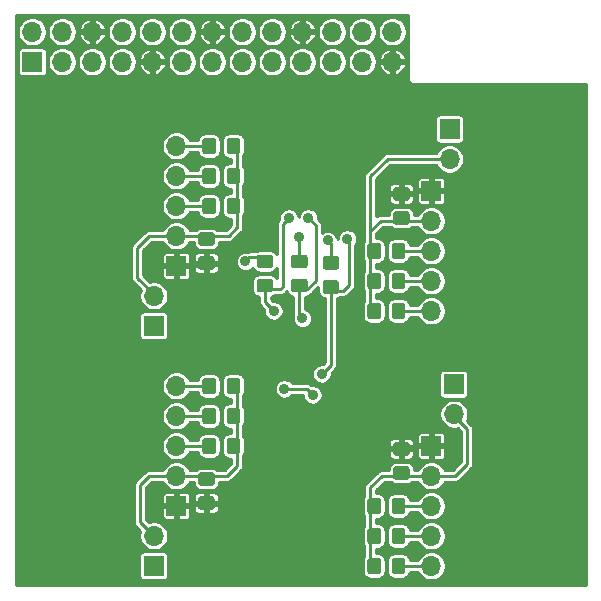
<source format=gbl>
G04 #@! TF.GenerationSoftware,KiCad,Pcbnew,(5.1.5)-3*
G04 #@! TF.CreationDate,2021-02-26T08:04:36-05:00*
G04 #@! TF.ProjectId,RPI-I2C-HUB,5250492d-4932-4432-9d48-55422e6b6963,rev?*
G04 #@! TF.SameCoordinates,Original*
G04 #@! TF.FileFunction,Copper,L2,Bot*
G04 #@! TF.FilePolarity,Positive*
%FSLAX46Y46*%
G04 Gerber Fmt 4.6, Leading zero omitted, Abs format (unit mm)*
G04 Created by KiCad (PCBNEW (5.1.5)-3) date 2021-02-26 08:04:36*
%MOMM*%
%LPD*%
G04 APERTURE LIST*
%ADD10C,0.150000*%
%ADD11R,1.700000X1.700000*%
%ADD12O,1.700000X1.700000*%
%ADD13C,0.889000*%
%ADD14C,0.254000*%
G04 APERTURE END LIST*
G04 #@! TA.AperFunction,SMDPad,CuDef*
D10*
G36*
X16984505Y-41091204D02*
G01*
X17008773Y-41094804D01*
X17032572Y-41100765D01*
X17055671Y-41109030D01*
X17077850Y-41119520D01*
X17098893Y-41132132D01*
X17118599Y-41146747D01*
X17136777Y-41163223D01*
X17153253Y-41181401D01*
X17167868Y-41201107D01*
X17180480Y-41222150D01*
X17190970Y-41244329D01*
X17199235Y-41267428D01*
X17205196Y-41291227D01*
X17208796Y-41315495D01*
X17210000Y-41339999D01*
X17210000Y-41990001D01*
X17208796Y-42014505D01*
X17205196Y-42038773D01*
X17199235Y-42062572D01*
X17190970Y-42085671D01*
X17180480Y-42107850D01*
X17167868Y-42128893D01*
X17153253Y-42148599D01*
X17136777Y-42166777D01*
X17118599Y-42183253D01*
X17098893Y-42197868D01*
X17077850Y-42210480D01*
X17055671Y-42220970D01*
X17032572Y-42229235D01*
X17008773Y-42235196D01*
X16984505Y-42238796D01*
X16960001Y-42240000D01*
X16059999Y-42240000D01*
X16035495Y-42238796D01*
X16011227Y-42235196D01*
X15987428Y-42229235D01*
X15964329Y-42220970D01*
X15942150Y-42210480D01*
X15921107Y-42197868D01*
X15901401Y-42183253D01*
X15883223Y-42166777D01*
X15866747Y-42148599D01*
X15852132Y-42128893D01*
X15839520Y-42107850D01*
X15829030Y-42085671D01*
X15820765Y-42062572D01*
X15814804Y-42038773D01*
X15811204Y-42014505D01*
X15810000Y-41990001D01*
X15810000Y-41339999D01*
X15811204Y-41315495D01*
X15814804Y-41291227D01*
X15820765Y-41267428D01*
X15829030Y-41244329D01*
X15839520Y-41222150D01*
X15852132Y-41201107D01*
X15866747Y-41181401D01*
X15883223Y-41163223D01*
X15901401Y-41146747D01*
X15921107Y-41132132D01*
X15942150Y-41119520D01*
X15964329Y-41109030D01*
X15987428Y-41100765D01*
X16011227Y-41094804D01*
X16035495Y-41091204D01*
X16059999Y-41090000D01*
X16960001Y-41090000D01*
X16984505Y-41091204D01*
G37*
G04 #@! TD.AperFunction*
G04 #@! TA.AperFunction,SMDPad,CuDef*
G36*
X16984505Y-39041204D02*
G01*
X17008773Y-39044804D01*
X17032572Y-39050765D01*
X17055671Y-39059030D01*
X17077850Y-39069520D01*
X17098893Y-39082132D01*
X17118599Y-39096747D01*
X17136777Y-39113223D01*
X17153253Y-39131401D01*
X17167868Y-39151107D01*
X17180480Y-39172150D01*
X17190970Y-39194329D01*
X17199235Y-39217428D01*
X17205196Y-39241227D01*
X17208796Y-39265495D01*
X17210000Y-39289999D01*
X17210000Y-39940001D01*
X17208796Y-39964505D01*
X17205196Y-39988773D01*
X17199235Y-40012572D01*
X17190970Y-40035671D01*
X17180480Y-40057850D01*
X17167868Y-40078893D01*
X17153253Y-40098599D01*
X17136777Y-40116777D01*
X17118599Y-40133253D01*
X17098893Y-40147868D01*
X17077850Y-40160480D01*
X17055671Y-40170970D01*
X17032572Y-40179235D01*
X17008773Y-40185196D01*
X16984505Y-40188796D01*
X16960001Y-40190000D01*
X16059999Y-40190000D01*
X16035495Y-40188796D01*
X16011227Y-40185196D01*
X15987428Y-40179235D01*
X15964329Y-40170970D01*
X15942150Y-40160480D01*
X15921107Y-40147868D01*
X15901401Y-40133253D01*
X15883223Y-40116777D01*
X15866747Y-40098599D01*
X15852132Y-40078893D01*
X15839520Y-40057850D01*
X15829030Y-40035671D01*
X15820765Y-40012572D01*
X15814804Y-39988773D01*
X15811204Y-39964505D01*
X15810000Y-39940001D01*
X15810000Y-39289999D01*
X15811204Y-39265495D01*
X15814804Y-39241227D01*
X15820765Y-39217428D01*
X15829030Y-39194329D01*
X15839520Y-39172150D01*
X15852132Y-39151107D01*
X15866747Y-39131401D01*
X15883223Y-39113223D01*
X15901401Y-39096747D01*
X15921107Y-39082132D01*
X15942150Y-39069520D01*
X15964329Y-39059030D01*
X15987428Y-39050765D01*
X16011227Y-39044804D01*
X16035495Y-39041204D01*
X16059999Y-39040000D01*
X16960001Y-39040000D01*
X16984505Y-39041204D01*
G37*
G04 #@! TD.AperFunction*
G04 #@! TA.AperFunction,SMDPad,CuDef*
G36*
X33494505Y-38551204D02*
G01*
X33518773Y-38554804D01*
X33542572Y-38560765D01*
X33565671Y-38569030D01*
X33587850Y-38579520D01*
X33608893Y-38592132D01*
X33628599Y-38606747D01*
X33646777Y-38623223D01*
X33663253Y-38641401D01*
X33677868Y-38661107D01*
X33690480Y-38682150D01*
X33700970Y-38704329D01*
X33709235Y-38727428D01*
X33715196Y-38751227D01*
X33718796Y-38775495D01*
X33720000Y-38799999D01*
X33720000Y-39450001D01*
X33718796Y-39474505D01*
X33715196Y-39498773D01*
X33709235Y-39522572D01*
X33700970Y-39545671D01*
X33690480Y-39567850D01*
X33677868Y-39588893D01*
X33663253Y-39608599D01*
X33646777Y-39626777D01*
X33628599Y-39643253D01*
X33608893Y-39657868D01*
X33587850Y-39670480D01*
X33565671Y-39680970D01*
X33542572Y-39689235D01*
X33518773Y-39695196D01*
X33494505Y-39698796D01*
X33470001Y-39700000D01*
X32569999Y-39700000D01*
X32545495Y-39698796D01*
X32521227Y-39695196D01*
X32497428Y-39689235D01*
X32474329Y-39680970D01*
X32452150Y-39670480D01*
X32431107Y-39657868D01*
X32411401Y-39643253D01*
X32393223Y-39626777D01*
X32376747Y-39608599D01*
X32362132Y-39588893D01*
X32349520Y-39567850D01*
X32339030Y-39545671D01*
X32330765Y-39522572D01*
X32324804Y-39498773D01*
X32321204Y-39474505D01*
X32320000Y-39450001D01*
X32320000Y-38799999D01*
X32321204Y-38775495D01*
X32324804Y-38751227D01*
X32330765Y-38727428D01*
X32339030Y-38704329D01*
X32349520Y-38682150D01*
X32362132Y-38661107D01*
X32376747Y-38641401D01*
X32393223Y-38623223D01*
X32411401Y-38606747D01*
X32431107Y-38592132D01*
X32452150Y-38579520D01*
X32474329Y-38569030D01*
X32497428Y-38560765D01*
X32521227Y-38554804D01*
X32545495Y-38551204D01*
X32569999Y-38550000D01*
X33470001Y-38550000D01*
X33494505Y-38551204D01*
G37*
G04 #@! TD.AperFunction*
G04 #@! TA.AperFunction,SMDPad,CuDef*
G36*
X33494505Y-36501204D02*
G01*
X33518773Y-36504804D01*
X33542572Y-36510765D01*
X33565671Y-36519030D01*
X33587850Y-36529520D01*
X33608893Y-36542132D01*
X33628599Y-36556747D01*
X33646777Y-36573223D01*
X33663253Y-36591401D01*
X33677868Y-36611107D01*
X33690480Y-36632150D01*
X33700970Y-36654329D01*
X33709235Y-36677428D01*
X33715196Y-36701227D01*
X33718796Y-36725495D01*
X33720000Y-36749999D01*
X33720000Y-37400001D01*
X33718796Y-37424505D01*
X33715196Y-37448773D01*
X33709235Y-37472572D01*
X33700970Y-37495671D01*
X33690480Y-37517850D01*
X33677868Y-37538893D01*
X33663253Y-37558599D01*
X33646777Y-37576777D01*
X33628599Y-37593253D01*
X33608893Y-37607868D01*
X33587850Y-37620480D01*
X33565671Y-37630970D01*
X33542572Y-37639235D01*
X33518773Y-37645196D01*
X33494505Y-37648796D01*
X33470001Y-37650000D01*
X32569999Y-37650000D01*
X32545495Y-37648796D01*
X32521227Y-37645196D01*
X32497428Y-37639235D01*
X32474329Y-37630970D01*
X32452150Y-37620480D01*
X32431107Y-37607868D01*
X32411401Y-37593253D01*
X32393223Y-37576777D01*
X32376747Y-37558599D01*
X32362132Y-37538893D01*
X32349520Y-37517850D01*
X32339030Y-37495671D01*
X32330765Y-37472572D01*
X32324804Y-37448773D01*
X32321204Y-37424505D01*
X32320000Y-37400001D01*
X32320000Y-36749999D01*
X32321204Y-36725495D01*
X32324804Y-36701227D01*
X32330765Y-36677428D01*
X32339030Y-36654329D01*
X32349520Y-36632150D01*
X32362132Y-36611107D01*
X32376747Y-36591401D01*
X32393223Y-36573223D01*
X32411401Y-36556747D01*
X32431107Y-36542132D01*
X32452150Y-36529520D01*
X32474329Y-36519030D01*
X32497428Y-36510765D01*
X32521227Y-36504804D01*
X32545495Y-36501204D01*
X32569999Y-36500000D01*
X33470001Y-36500000D01*
X33494505Y-36501204D01*
G37*
G04 #@! TD.AperFunction*
G04 #@! TA.AperFunction,SMDPad,CuDef*
G36*
X33494505Y-14911204D02*
G01*
X33518773Y-14914804D01*
X33542572Y-14920765D01*
X33565671Y-14929030D01*
X33587850Y-14939520D01*
X33608893Y-14952132D01*
X33628599Y-14966747D01*
X33646777Y-14983223D01*
X33663253Y-15001401D01*
X33677868Y-15021107D01*
X33690480Y-15042150D01*
X33700970Y-15064329D01*
X33709235Y-15087428D01*
X33715196Y-15111227D01*
X33718796Y-15135495D01*
X33720000Y-15159999D01*
X33720000Y-15810001D01*
X33718796Y-15834505D01*
X33715196Y-15858773D01*
X33709235Y-15882572D01*
X33700970Y-15905671D01*
X33690480Y-15927850D01*
X33677868Y-15948893D01*
X33663253Y-15968599D01*
X33646777Y-15986777D01*
X33628599Y-16003253D01*
X33608893Y-16017868D01*
X33587850Y-16030480D01*
X33565671Y-16040970D01*
X33542572Y-16049235D01*
X33518773Y-16055196D01*
X33494505Y-16058796D01*
X33470001Y-16060000D01*
X32569999Y-16060000D01*
X32545495Y-16058796D01*
X32521227Y-16055196D01*
X32497428Y-16049235D01*
X32474329Y-16040970D01*
X32452150Y-16030480D01*
X32431107Y-16017868D01*
X32411401Y-16003253D01*
X32393223Y-15986777D01*
X32376747Y-15968599D01*
X32362132Y-15948893D01*
X32349520Y-15927850D01*
X32339030Y-15905671D01*
X32330765Y-15882572D01*
X32324804Y-15858773D01*
X32321204Y-15834505D01*
X32320000Y-15810001D01*
X32320000Y-15159999D01*
X32321204Y-15135495D01*
X32324804Y-15111227D01*
X32330765Y-15087428D01*
X32339030Y-15064329D01*
X32349520Y-15042150D01*
X32362132Y-15021107D01*
X32376747Y-15001401D01*
X32393223Y-14983223D01*
X32411401Y-14966747D01*
X32431107Y-14952132D01*
X32452150Y-14939520D01*
X32474329Y-14929030D01*
X32497428Y-14920765D01*
X32521227Y-14914804D01*
X32545495Y-14911204D01*
X32569999Y-14910000D01*
X33470001Y-14910000D01*
X33494505Y-14911204D01*
G37*
G04 #@! TD.AperFunction*
G04 #@! TA.AperFunction,SMDPad,CuDef*
G36*
X33494505Y-16961204D02*
G01*
X33518773Y-16964804D01*
X33542572Y-16970765D01*
X33565671Y-16979030D01*
X33587850Y-16989520D01*
X33608893Y-17002132D01*
X33628599Y-17016747D01*
X33646777Y-17033223D01*
X33663253Y-17051401D01*
X33677868Y-17071107D01*
X33690480Y-17092150D01*
X33700970Y-17114329D01*
X33709235Y-17137428D01*
X33715196Y-17161227D01*
X33718796Y-17185495D01*
X33720000Y-17209999D01*
X33720000Y-17860001D01*
X33718796Y-17884505D01*
X33715196Y-17908773D01*
X33709235Y-17932572D01*
X33700970Y-17955671D01*
X33690480Y-17977850D01*
X33677868Y-17998893D01*
X33663253Y-18018599D01*
X33646777Y-18036777D01*
X33628599Y-18053253D01*
X33608893Y-18067868D01*
X33587850Y-18080480D01*
X33565671Y-18090970D01*
X33542572Y-18099235D01*
X33518773Y-18105196D01*
X33494505Y-18108796D01*
X33470001Y-18110000D01*
X32569999Y-18110000D01*
X32545495Y-18108796D01*
X32521227Y-18105196D01*
X32497428Y-18099235D01*
X32474329Y-18090970D01*
X32452150Y-18080480D01*
X32431107Y-18067868D01*
X32411401Y-18053253D01*
X32393223Y-18036777D01*
X32376747Y-18018599D01*
X32362132Y-17998893D01*
X32349520Y-17977850D01*
X32339030Y-17955671D01*
X32330765Y-17932572D01*
X32324804Y-17908773D01*
X32321204Y-17884505D01*
X32320000Y-17860001D01*
X32320000Y-17209999D01*
X32321204Y-17185495D01*
X32324804Y-17161227D01*
X32330765Y-17137428D01*
X32339030Y-17114329D01*
X32349520Y-17092150D01*
X32362132Y-17071107D01*
X32376747Y-17051401D01*
X32393223Y-17033223D01*
X32411401Y-17016747D01*
X32431107Y-17002132D01*
X32452150Y-16989520D01*
X32474329Y-16979030D01*
X32497428Y-16970765D01*
X32521227Y-16964804D01*
X32545495Y-16961204D01*
X32569999Y-16960000D01*
X33470001Y-16960000D01*
X33494505Y-16961204D01*
G37*
G04 #@! TD.AperFunction*
G04 #@! TA.AperFunction,SMDPad,CuDef*
G36*
X16984505Y-18721204D02*
G01*
X17008773Y-18724804D01*
X17032572Y-18730765D01*
X17055671Y-18739030D01*
X17077850Y-18749520D01*
X17098893Y-18762132D01*
X17118599Y-18776747D01*
X17136777Y-18793223D01*
X17153253Y-18811401D01*
X17167868Y-18831107D01*
X17180480Y-18852150D01*
X17190970Y-18874329D01*
X17199235Y-18897428D01*
X17205196Y-18921227D01*
X17208796Y-18945495D01*
X17210000Y-18969999D01*
X17210000Y-19620001D01*
X17208796Y-19644505D01*
X17205196Y-19668773D01*
X17199235Y-19692572D01*
X17190970Y-19715671D01*
X17180480Y-19737850D01*
X17167868Y-19758893D01*
X17153253Y-19778599D01*
X17136777Y-19796777D01*
X17118599Y-19813253D01*
X17098893Y-19827868D01*
X17077850Y-19840480D01*
X17055671Y-19850970D01*
X17032572Y-19859235D01*
X17008773Y-19865196D01*
X16984505Y-19868796D01*
X16960001Y-19870000D01*
X16059999Y-19870000D01*
X16035495Y-19868796D01*
X16011227Y-19865196D01*
X15987428Y-19859235D01*
X15964329Y-19850970D01*
X15942150Y-19840480D01*
X15921107Y-19827868D01*
X15901401Y-19813253D01*
X15883223Y-19796777D01*
X15866747Y-19778599D01*
X15852132Y-19758893D01*
X15839520Y-19737850D01*
X15829030Y-19715671D01*
X15820765Y-19692572D01*
X15814804Y-19668773D01*
X15811204Y-19644505D01*
X15810000Y-19620001D01*
X15810000Y-18969999D01*
X15811204Y-18945495D01*
X15814804Y-18921227D01*
X15820765Y-18897428D01*
X15829030Y-18874329D01*
X15839520Y-18852150D01*
X15852132Y-18831107D01*
X15866747Y-18811401D01*
X15883223Y-18793223D01*
X15901401Y-18776747D01*
X15921107Y-18762132D01*
X15942150Y-18749520D01*
X15964329Y-18739030D01*
X15987428Y-18730765D01*
X16011227Y-18724804D01*
X16035495Y-18721204D01*
X16059999Y-18720000D01*
X16960001Y-18720000D01*
X16984505Y-18721204D01*
G37*
G04 #@! TD.AperFunction*
G04 #@! TA.AperFunction,SMDPad,CuDef*
G36*
X16984505Y-20771204D02*
G01*
X17008773Y-20774804D01*
X17032572Y-20780765D01*
X17055671Y-20789030D01*
X17077850Y-20799520D01*
X17098893Y-20812132D01*
X17118599Y-20826747D01*
X17136777Y-20843223D01*
X17153253Y-20861401D01*
X17167868Y-20881107D01*
X17180480Y-20902150D01*
X17190970Y-20924329D01*
X17199235Y-20947428D01*
X17205196Y-20971227D01*
X17208796Y-20995495D01*
X17210000Y-21019999D01*
X17210000Y-21670001D01*
X17208796Y-21694505D01*
X17205196Y-21718773D01*
X17199235Y-21742572D01*
X17190970Y-21765671D01*
X17180480Y-21787850D01*
X17167868Y-21808893D01*
X17153253Y-21828599D01*
X17136777Y-21846777D01*
X17118599Y-21863253D01*
X17098893Y-21877868D01*
X17077850Y-21890480D01*
X17055671Y-21900970D01*
X17032572Y-21909235D01*
X17008773Y-21915196D01*
X16984505Y-21918796D01*
X16960001Y-21920000D01*
X16059999Y-21920000D01*
X16035495Y-21918796D01*
X16011227Y-21915196D01*
X15987428Y-21909235D01*
X15964329Y-21900970D01*
X15942150Y-21890480D01*
X15921107Y-21877868D01*
X15901401Y-21863253D01*
X15883223Y-21846777D01*
X15866747Y-21828599D01*
X15852132Y-21808893D01*
X15839520Y-21787850D01*
X15829030Y-21765671D01*
X15820765Y-21742572D01*
X15814804Y-21718773D01*
X15811204Y-21694505D01*
X15810000Y-21670001D01*
X15810000Y-21019999D01*
X15811204Y-20995495D01*
X15814804Y-20971227D01*
X15820765Y-20947428D01*
X15829030Y-20924329D01*
X15839520Y-20902150D01*
X15852132Y-20881107D01*
X15866747Y-20861401D01*
X15883223Y-20843223D01*
X15901401Y-20826747D01*
X15921107Y-20812132D01*
X15942150Y-20799520D01*
X15964329Y-20789030D01*
X15987428Y-20780765D01*
X16011227Y-20774804D01*
X16035495Y-20771204D01*
X16059999Y-20770000D01*
X16960001Y-20770000D01*
X16984505Y-20771204D01*
G37*
G04 #@! TD.AperFunction*
D11*
X12065000Y-46990000D03*
D12*
X12065000Y-44450000D03*
X37465000Y-34140000D03*
D11*
X37465000Y-31600000D03*
X37100000Y-10000000D03*
D12*
X37100000Y-12540000D03*
X12065000Y-24130000D03*
D11*
X12065000Y-26670000D03*
D12*
X13970000Y-31750000D03*
X13970000Y-34290000D03*
X13970000Y-36830000D03*
X13970000Y-39370000D03*
D11*
X13970000Y-41910000D03*
X35560000Y-36830000D03*
D12*
X35560000Y-39370000D03*
X35560000Y-41910000D03*
X35560000Y-44450000D03*
X35560000Y-46990000D03*
X35560000Y-25400000D03*
X35560000Y-22860000D03*
X35560000Y-20320000D03*
X35560000Y-17780000D03*
D11*
X35560000Y-15240000D03*
X13970000Y-21590000D03*
D12*
X13970000Y-19050000D03*
X13970000Y-16510000D03*
X13970000Y-13970000D03*
X13970000Y-11430000D03*
D11*
X1778000Y-4305300D03*
D12*
X1778000Y-1765300D03*
X4318000Y-4305300D03*
X4318000Y-1765300D03*
X6858000Y-4305300D03*
X6858000Y-1765300D03*
X9398000Y-4305300D03*
X9398000Y-1765300D03*
X11938000Y-4305300D03*
X11938000Y-1765300D03*
X14478000Y-4305300D03*
X14478000Y-1765300D03*
X17018000Y-4305300D03*
X17018000Y-1765300D03*
X19558000Y-4305300D03*
X19558000Y-1765300D03*
X22098000Y-4305300D03*
X22098000Y-1765300D03*
X24638000Y-4305300D03*
X24638000Y-1765300D03*
X27178000Y-4305300D03*
X27178000Y-1765300D03*
X29718000Y-4305300D03*
X29718000Y-1765300D03*
X32258000Y-4305300D03*
X32258000Y-1765300D03*
G04 #@! TA.AperFunction,SMDPad,CuDef*
D10*
G36*
X27525505Y-20753204D02*
G01*
X27549773Y-20756804D01*
X27573572Y-20762765D01*
X27596671Y-20771030D01*
X27618850Y-20781520D01*
X27639893Y-20794132D01*
X27659599Y-20808747D01*
X27677777Y-20825223D01*
X27694253Y-20843401D01*
X27708868Y-20863107D01*
X27721480Y-20884150D01*
X27731970Y-20906329D01*
X27740235Y-20929428D01*
X27746196Y-20953227D01*
X27749796Y-20977495D01*
X27751000Y-21001999D01*
X27751000Y-21652001D01*
X27749796Y-21676505D01*
X27746196Y-21700773D01*
X27740235Y-21724572D01*
X27731970Y-21747671D01*
X27721480Y-21769850D01*
X27708868Y-21790893D01*
X27694253Y-21810599D01*
X27677777Y-21828777D01*
X27659599Y-21845253D01*
X27639893Y-21859868D01*
X27618850Y-21872480D01*
X27596671Y-21882970D01*
X27573572Y-21891235D01*
X27549773Y-21897196D01*
X27525505Y-21900796D01*
X27501001Y-21902000D01*
X26600999Y-21902000D01*
X26576495Y-21900796D01*
X26552227Y-21897196D01*
X26528428Y-21891235D01*
X26505329Y-21882970D01*
X26483150Y-21872480D01*
X26462107Y-21859868D01*
X26442401Y-21845253D01*
X26424223Y-21828777D01*
X26407747Y-21810599D01*
X26393132Y-21790893D01*
X26380520Y-21769850D01*
X26370030Y-21747671D01*
X26361765Y-21724572D01*
X26355804Y-21700773D01*
X26352204Y-21676505D01*
X26351000Y-21652001D01*
X26351000Y-21001999D01*
X26352204Y-20977495D01*
X26355804Y-20953227D01*
X26361765Y-20929428D01*
X26370030Y-20906329D01*
X26380520Y-20884150D01*
X26393132Y-20863107D01*
X26407747Y-20843401D01*
X26424223Y-20825223D01*
X26442401Y-20808747D01*
X26462107Y-20794132D01*
X26483150Y-20781520D01*
X26505329Y-20771030D01*
X26528428Y-20762765D01*
X26552227Y-20756804D01*
X26576495Y-20753204D01*
X26600999Y-20752000D01*
X27501001Y-20752000D01*
X27525505Y-20753204D01*
G37*
G04 #@! TD.AperFunction*
G04 #@! TA.AperFunction,SMDPad,CuDef*
G36*
X27525505Y-22803204D02*
G01*
X27549773Y-22806804D01*
X27573572Y-22812765D01*
X27596671Y-22821030D01*
X27618850Y-22831520D01*
X27639893Y-22844132D01*
X27659599Y-22858747D01*
X27677777Y-22875223D01*
X27694253Y-22893401D01*
X27708868Y-22913107D01*
X27721480Y-22934150D01*
X27731970Y-22956329D01*
X27740235Y-22979428D01*
X27746196Y-23003227D01*
X27749796Y-23027495D01*
X27751000Y-23051999D01*
X27751000Y-23702001D01*
X27749796Y-23726505D01*
X27746196Y-23750773D01*
X27740235Y-23774572D01*
X27731970Y-23797671D01*
X27721480Y-23819850D01*
X27708868Y-23840893D01*
X27694253Y-23860599D01*
X27677777Y-23878777D01*
X27659599Y-23895253D01*
X27639893Y-23909868D01*
X27618850Y-23922480D01*
X27596671Y-23932970D01*
X27573572Y-23941235D01*
X27549773Y-23947196D01*
X27525505Y-23950796D01*
X27501001Y-23952000D01*
X26600999Y-23952000D01*
X26576495Y-23950796D01*
X26552227Y-23947196D01*
X26528428Y-23941235D01*
X26505329Y-23932970D01*
X26483150Y-23922480D01*
X26462107Y-23909868D01*
X26442401Y-23895253D01*
X26424223Y-23878777D01*
X26407747Y-23860599D01*
X26393132Y-23840893D01*
X26380520Y-23819850D01*
X26370030Y-23797671D01*
X26361765Y-23774572D01*
X26355804Y-23750773D01*
X26352204Y-23726505D01*
X26351000Y-23702001D01*
X26351000Y-23051999D01*
X26352204Y-23027495D01*
X26355804Y-23003227D01*
X26361765Y-22979428D01*
X26370030Y-22956329D01*
X26380520Y-22934150D01*
X26393132Y-22913107D01*
X26407747Y-22893401D01*
X26424223Y-22875223D01*
X26442401Y-22858747D01*
X26462107Y-22844132D01*
X26483150Y-22831520D01*
X26505329Y-22821030D01*
X26528428Y-22812765D01*
X26552227Y-22806804D01*
X26576495Y-22803204D01*
X26600999Y-22802000D01*
X27501001Y-22802000D01*
X27525505Y-22803204D01*
G37*
G04 #@! TD.AperFunction*
G04 #@! TA.AperFunction,SMDPad,CuDef*
G36*
X24858505Y-22676204D02*
G01*
X24882773Y-22679804D01*
X24906572Y-22685765D01*
X24929671Y-22694030D01*
X24951850Y-22704520D01*
X24972893Y-22717132D01*
X24992599Y-22731747D01*
X25010777Y-22748223D01*
X25027253Y-22766401D01*
X25041868Y-22786107D01*
X25054480Y-22807150D01*
X25064970Y-22829329D01*
X25073235Y-22852428D01*
X25079196Y-22876227D01*
X25082796Y-22900495D01*
X25084000Y-22924999D01*
X25084000Y-23575001D01*
X25082796Y-23599505D01*
X25079196Y-23623773D01*
X25073235Y-23647572D01*
X25064970Y-23670671D01*
X25054480Y-23692850D01*
X25041868Y-23713893D01*
X25027253Y-23733599D01*
X25010777Y-23751777D01*
X24992599Y-23768253D01*
X24972893Y-23782868D01*
X24951850Y-23795480D01*
X24929671Y-23805970D01*
X24906572Y-23814235D01*
X24882773Y-23820196D01*
X24858505Y-23823796D01*
X24834001Y-23825000D01*
X23933999Y-23825000D01*
X23909495Y-23823796D01*
X23885227Y-23820196D01*
X23861428Y-23814235D01*
X23838329Y-23805970D01*
X23816150Y-23795480D01*
X23795107Y-23782868D01*
X23775401Y-23768253D01*
X23757223Y-23751777D01*
X23740747Y-23733599D01*
X23726132Y-23713893D01*
X23713520Y-23692850D01*
X23703030Y-23670671D01*
X23694765Y-23647572D01*
X23688804Y-23623773D01*
X23685204Y-23599505D01*
X23684000Y-23575001D01*
X23684000Y-22924999D01*
X23685204Y-22900495D01*
X23688804Y-22876227D01*
X23694765Y-22852428D01*
X23703030Y-22829329D01*
X23713520Y-22807150D01*
X23726132Y-22786107D01*
X23740747Y-22766401D01*
X23757223Y-22748223D01*
X23775401Y-22731747D01*
X23795107Y-22717132D01*
X23816150Y-22704520D01*
X23838329Y-22694030D01*
X23861428Y-22685765D01*
X23885227Y-22679804D01*
X23909495Y-22676204D01*
X23933999Y-22675000D01*
X24834001Y-22675000D01*
X24858505Y-22676204D01*
G37*
G04 #@! TD.AperFunction*
G04 #@! TA.AperFunction,SMDPad,CuDef*
G36*
X24858505Y-20626204D02*
G01*
X24882773Y-20629804D01*
X24906572Y-20635765D01*
X24929671Y-20644030D01*
X24951850Y-20654520D01*
X24972893Y-20667132D01*
X24992599Y-20681747D01*
X25010777Y-20698223D01*
X25027253Y-20716401D01*
X25041868Y-20736107D01*
X25054480Y-20757150D01*
X25064970Y-20779329D01*
X25073235Y-20802428D01*
X25079196Y-20826227D01*
X25082796Y-20850495D01*
X25084000Y-20874999D01*
X25084000Y-21525001D01*
X25082796Y-21549505D01*
X25079196Y-21573773D01*
X25073235Y-21597572D01*
X25064970Y-21620671D01*
X25054480Y-21642850D01*
X25041868Y-21663893D01*
X25027253Y-21683599D01*
X25010777Y-21701777D01*
X24992599Y-21718253D01*
X24972893Y-21732868D01*
X24951850Y-21745480D01*
X24929671Y-21755970D01*
X24906572Y-21764235D01*
X24882773Y-21770196D01*
X24858505Y-21773796D01*
X24834001Y-21775000D01*
X23933999Y-21775000D01*
X23909495Y-21773796D01*
X23885227Y-21770196D01*
X23861428Y-21764235D01*
X23838329Y-21755970D01*
X23816150Y-21745480D01*
X23795107Y-21732868D01*
X23775401Y-21718253D01*
X23757223Y-21701777D01*
X23740747Y-21683599D01*
X23726132Y-21663893D01*
X23713520Y-21642850D01*
X23703030Y-21620671D01*
X23694765Y-21597572D01*
X23688804Y-21573773D01*
X23685204Y-21549505D01*
X23684000Y-21525001D01*
X23684000Y-20874999D01*
X23685204Y-20850495D01*
X23688804Y-20826227D01*
X23694765Y-20802428D01*
X23703030Y-20779329D01*
X23713520Y-20757150D01*
X23726132Y-20736107D01*
X23740747Y-20716401D01*
X23757223Y-20698223D01*
X23775401Y-20681747D01*
X23795107Y-20667132D01*
X23816150Y-20654520D01*
X23838329Y-20644030D01*
X23861428Y-20635765D01*
X23885227Y-20629804D01*
X23909495Y-20626204D01*
X23933999Y-20625000D01*
X24834001Y-20625000D01*
X24858505Y-20626204D01*
G37*
G04 #@! TD.AperFunction*
G04 #@! TA.AperFunction,SMDPad,CuDef*
G36*
X21937505Y-20626204D02*
G01*
X21961773Y-20629804D01*
X21985572Y-20635765D01*
X22008671Y-20644030D01*
X22030850Y-20654520D01*
X22051893Y-20667132D01*
X22071599Y-20681747D01*
X22089777Y-20698223D01*
X22106253Y-20716401D01*
X22120868Y-20736107D01*
X22133480Y-20757150D01*
X22143970Y-20779329D01*
X22152235Y-20802428D01*
X22158196Y-20826227D01*
X22161796Y-20850495D01*
X22163000Y-20874999D01*
X22163000Y-21525001D01*
X22161796Y-21549505D01*
X22158196Y-21573773D01*
X22152235Y-21597572D01*
X22143970Y-21620671D01*
X22133480Y-21642850D01*
X22120868Y-21663893D01*
X22106253Y-21683599D01*
X22089777Y-21701777D01*
X22071599Y-21718253D01*
X22051893Y-21732868D01*
X22030850Y-21745480D01*
X22008671Y-21755970D01*
X21985572Y-21764235D01*
X21961773Y-21770196D01*
X21937505Y-21773796D01*
X21913001Y-21775000D01*
X21012999Y-21775000D01*
X20988495Y-21773796D01*
X20964227Y-21770196D01*
X20940428Y-21764235D01*
X20917329Y-21755970D01*
X20895150Y-21745480D01*
X20874107Y-21732868D01*
X20854401Y-21718253D01*
X20836223Y-21701777D01*
X20819747Y-21683599D01*
X20805132Y-21663893D01*
X20792520Y-21642850D01*
X20782030Y-21620671D01*
X20773765Y-21597572D01*
X20767804Y-21573773D01*
X20764204Y-21549505D01*
X20763000Y-21525001D01*
X20763000Y-20874999D01*
X20764204Y-20850495D01*
X20767804Y-20826227D01*
X20773765Y-20802428D01*
X20782030Y-20779329D01*
X20792520Y-20757150D01*
X20805132Y-20736107D01*
X20819747Y-20716401D01*
X20836223Y-20698223D01*
X20854401Y-20681747D01*
X20874107Y-20667132D01*
X20895150Y-20654520D01*
X20917329Y-20644030D01*
X20940428Y-20635765D01*
X20964227Y-20629804D01*
X20988495Y-20626204D01*
X21012999Y-20625000D01*
X21913001Y-20625000D01*
X21937505Y-20626204D01*
G37*
G04 #@! TD.AperFunction*
G04 #@! TA.AperFunction,SMDPad,CuDef*
G36*
X21937505Y-22676204D02*
G01*
X21961773Y-22679804D01*
X21985572Y-22685765D01*
X22008671Y-22694030D01*
X22030850Y-22704520D01*
X22051893Y-22717132D01*
X22071599Y-22731747D01*
X22089777Y-22748223D01*
X22106253Y-22766401D01*
X22120868Y-22786107D01*
X22133480Y-22807150D01*
X22143970Y-22829329D01*
X22152235Y-22852428D01*
X22158196Y-22876227D01*
X22161796Y-22900495D01*
X22163000Y-22924999D01*
X22163000Y-23575001D01*
X22161796Y-23599505D01*
X22158196Y-23623773D01*
X22152235Y-23647572D01*
X22143970Y-23670671D01*
X22133480Y-23692850D01*
X22120868Y-23713893D01*
X22106253Y-23733599D01*
X22089777Y-23751777D01*
X22071599Y-23768253D01*
X22051893Y-23782868D01*
X22030850Y-23795480D01*
X22008671Y-23805970D01*
X21985572Y-23814235D01*
X21961773Y-23820196D01*
X21937505Y-23823796D01*
X21913001Y-23825000D01*
X21012999Y-23825000D01*
X20988495Y-23823796D01*
X20964227Y-23820196D01*
X20940428Y-23814235D01*
X20917329Y-23805970D01*
X20895150Y-23795480D01*
X20874107Y-23782868D01*
X20854401Y-23768253D01*
X20836223Y-23751777D01*
X20819747Y-23733599D01*
X20805132Y-23713893D01*
X20792520Y-23692850D01*
X20782030Y-23670671D01*
X20773765Y-23647572D01*
X20767804Y-23623773D01*
X20764204Y-23599505D01*
X20763000Y-23575001D01*
X20763000Y-22924999D01*
X20764204Y-22900495D01*
X20767804Y-22876227D01*
X20773765Y-22852428D01*
X20782030Y-22829329D01*
X20792520Y-22807150D01*
X20805132Y-22786107D01*
X20819747Y-22766401D01*
X20836223Y-22748223D01*
X20854401Y-22731747D01*
X20874107Y-22717132D01*
X20895150Y-22704520D01*
X20917329Y-22694030D01*
X20940428Y-22685765D01*
X20964227Y-22679804D01*
X20988495Y-22676204D01*
X21012999Y-22675000D01*
X21913001Y-22675000D01*
X21937505Y-22676204D01*
G37*
G04 #@! TD.AperFunction*
G04 #@! TA.AperFunction,SMDPad,CuDef*
G36*
X19154505Y-31051204D02*
G01*
X19178773Y-31054804D01*
X19202572Y-31060765D01*
X19225671Y-31069030D01*
X19247850Y-31079520D01*
X19268893Y-31092132D01*
X19288599Y-31106747D01*
X19306777Y-31123223D01*
X19323253Y-31141401D01*
X19337868Y-31161107D01*
X19350480Y-31182150D01*
X19360970Y-31204329D01*
X19369235Y-31227428D01*
X19375196Y-31251227D01*
X19378796Y-31275495D01*
X19380000Y-31299999D01*
X19380000Y-32200001D01*
X19378796Y-32224505D01*
X19375196Y-32248773D01*
X19369235Y-32272572D01*
X19360970Y-32295671D01*
X19350480Y-32317850D01*
X19337868Y-32338893D01*
X19323253Y-32358599D01*
X19306777Y-32376777D01*
X19288599Y-32393253D01*
X19268893Y-32407868D01*
X19247850Y-32420480D01*
X19225671Y-32430970D01*
X19202572Y-32439235D01*
X19178773Y-32445196D01*
X19154505Y-32448796D01*
X19130001Y-32450000D01*
X18479999Y-32450000D01*
X18455495Y-32448796D01*
X18431227Y-32445196D01*
X18407428Y-32439235D01*
X18384329Y-32430970D01*
X18362150Y-32420480D01*
X18341107Y-32407868D01*
X18321401Y-32393253D01*
X18303223Y-32376777D01*
X18286747Y-32358599D01*
X18272132Y-32338893D01*
X18259520Y-32317850D01*
X18249030Y-32295671D01*
X18240765Y-32272572D01*
X18234804Y-32248773D01*
X18231204Y-32224505D01*
X18230000Y-32200001D01*
X18230000Y-31299999D01*
X18231204Y-31275495D01*
X18234804Y-31251227D01*
X18240765Y-31227428D01*
X18249030Y-31204329D01*
X18259520Y-31182150D01*
X18272132Y-31161107D01*
X18286747Y-31141401D01*
X18303223Y-31123223D01*
X18321401Y-31106747D01*
X18341107Y-31092132D01*
X18362150Y-31079520D01*
X18384329Y-31069030D01*
X18407428Y-31060765D01*
X18431227Y-31054804D01*
X18455495Y-31051204D01*
X18479999Y-31050000D01*
X19130001Y-31050000D01*
X19154505Y-31051204D01*
G37*
G04 #@! TD.AperFunction*
G04 #@! TA.AperFunction,SMDPad,CuDef*
G36*
X17104505Y-31051204D02*
G01*
X17128773Y-31054804D01*
X17152572Y-31060765D01*
X17175671Y-31069030D01*
X17197850Y-31079520D01*
X17218893Y-31092132D01*
X17238599Y-31106747D01*
X17256777Y-31123223D01*
X17273253Y-31141401D01*
X17287868Y-31161107D01*
X17300480Y-31182150D01*
X17310970Y-31204329D01*
X17319235Y-31227428D01*
X17325196Y-31251227D01*
X17328796Y-31275495D01*
X17330000Y-31299999D01*
X17330000Y-32200001D01*
X17328796Y-32224505D01*
X17325196Y-32248773D01*
X17319235Y-32272572D01*
X17310970Y-32295671D01*
X17300480Y-32317850D01*
X17287868Y-32338893D01*
X17273253Y-32358599D01*
X17256777Y-32376777D01*
X17238599Y-32393253D01*
X17218893Y-32407868D01*
X17197850Y-32420480D01*
X17175671Y-32430970D01*
X17152572Y-32439235D01*
X17128773Y-32445196D01*
X17104505Y-32448796D01*
X17080001Y-32450000D01*
X16429999Y-32450000D01*
X16405495Y-32448796D01*
X16381227Y-32445196D01*
X16357428Y-32439235D01*
X16334329Y-32430970D01*
X16312150Y-32420480D01*
X16291107Y-32407868D01*
X16271401Y-32393253D01*
X16253223Y-32376777D01*
X16236747Y-32358599D01*
X16222132Y-32338893D01*
X16209520Y-32317850D01*
X16199030Y-32295671D01*
X16190765Y-32272572D01*
X16184804Y-32248773D01*
X16181204Y-32224505D01*
X16180000Y-32200001D01*
X16180000Y-31299999D01*
X16181204Y-31275495D01*
X16184804Y-31251227D01*
X16190765Y-31227428D01*
X16199030Y-31204329D01*
X16209520Y-31182150D01*
X16222132Y-31161107D01*
X16236747Y-31141401D01*
X16253223Y-31123223D01*
X16271401Y-31106747D01*
X16291107Y-31092132D01*
X16312150Y-31079520D01*
X16334329Y-31069030D01*
X16357428Y-31060765D01*
X16381227Y-31054804D01*
X16405495Y-31051204D01*
X16429999Y-31050000D01*
X17080001Y-31050000D01*
X17104505Y-31051204D01*
G37*
G04 #@! TD.AperFunction*
G04 #@! TA.AperFunction,SMDPad,CuDef*
G36*
X17104505Y-33591204D02*
G01*
X17128773Y-33594804D01*
X17152572Y-33600765D01*
X17175671Y-33609030D01*
X17197850Y-33619520D01*
X17218893Y-33632132D01*
X17238599Y-33646747D01*
X17256777Y-33663223D01*
X17273253Y-33681401D01*
X17287868Y-33701107D01*
X17300480Y-33722150D01*
X17310970Y-33744329D01*
X17319235Y-33767428D01*
X17325196Y-33791227D01*
X17328796Y-33815495D01*
X17330000Y-33839999D01*
X17330000Y-34740001D01*
X17328796Y-34764505D01*
X17325196Y-34788773D01*
X17319235Y-34812572D01*
X17310970Y-34835671D01*
X17300480Y-34857850D01*
X17287868Y-34878893D01*
X17273253Y-34898599D01*
X17256777Y-34916777D01*
X17238599Y-34933253D01*
X17218893Y-34947868D01*
X17197850Y-34960480D01*
X17175671Y-34970970D01*
X17152572Y-34979235D01*
X17128773Y-34985196D01*
X17104505Y-34988796D01*
X17080001Y-34990000D01*
X16429999Y-34990000D01*
X16405495Y-34988796D01*
X16381227Y-34985196D01*
X16357428Y-34979235D01*
X16334329Y-34970970D01*
X16312150Y-34960480D01*
X16291107Y-34947868D01*
X16271401Y-34933253D01*
X16253223Y-34916777D01*
X16236747Y-34898599D01*
X16222132Y-34878893D01*
X16209520Y-34857850D01*
X16199030Y-34835671D01*
X16190765Y-34812572D01*
X16184804Y-34788773D01*
X16181204Y-34764505D01*
X16180000Y-34740001D01*
X16180000Y-33839999D01*
X16181204Y-33815495D01*
X16184804Y-33791227D01*
X16190765Y-33767428D01*
X16199030Y-33744329D01*
X16209520Y-33722150D01*
X16222132Y-33701107D01*
X16236747Y-33681401D01*
X16253223Y-33663223D01*
X16271401Y-33646747D01*
X16291107Y-33632132D01*
X16312150Y-33619520D01*
X16334329Y-33609030D01*
X16357428Y-33600765D01*
X16381227Y-33594804D01*
X16405495Y-33591204D01*
X16429999Y-33590000D01*
X17080001Y-33590000D01*
X17104505Y-33591204D01*
G37*
G04 #@! TD.AperFunction*
G04 #@! TA.AperFunction,SMDPad,CuDef*
G36*
X19154505Y-33591204D02*
G01*
X19178773Y-33594804D01*
X19202572Y-33600765D01*
X19225671Y-33609030D01*
X19247850Y-33619520D01*
X19268893Y-33632132D01*
X19288599Y-33646747D01*
X19306777Y-33663223D01*
X19323253Y-33681401D01*
X19337868Y-33701107D01*
X19350480Y-33722150D01*
X19360970Y-33744329D01*
X19369235Y-33767428D01*
X19375196Y-33791227D01*
X19378796Y-33815495D01*
X19380000Y-33839999D01*
X19380000Y-34740001D01*
X19378796Y-34764505D01*
X19375196Y-34788773D01*
X19369235Y-34812572D01*
X19360970Y-34835671D01*
X19350480Y-34857850D01*
X19337868Y-34878893D01*
X19323253Y-34898599D01*
X19306777Y-34916777D01*
X19288599Y-34933253D01*
X19268893Y-34947868D01*
X19247850Y-34960480D01*
X19225671Y-34970970D01*
X19202572Y-34979235D01*
X19178773Y-34985196D01*
X19154505Y-34988796D01*
X19130001Y-34990000D01*
X18479999Y-34990000D01*
X18455495Y-34988796D01*
X18431227Y-34985196D01*
X18407428Y-34979235D01*
X18384329Y-34970970D01*
X18362150Y-34960480D01*
X18341107Y-34947868D01*
X18321401Y-34933253D01*
X18303223Y-34916777D01*
X18286747Y-34898599D01*
X18272132Y-34878893D01*
X18259520Y-34857850D01*
X18249030Y-34835671D01*
X18240765Y-34812572D01*
X18234804Y-34788773D01*
X18231204Y-34764505D01*
X18230000Y-34740001D01*
X18230000Y-33839999D01*
X18231204Y-33815495D01*
X18234804Y-33791227D01*
X18240765Y-33767428D01*
X18249030Y-33744329D01*
X18259520Y-33722150D01*
X18272132Y-33701107D01*
X18286747Y-33681401D01*
X18303223Y-33663223D01*
X18321401Y-33646747D01*
X18341107Y-33632132D01*
X18362150Y-33619520D01*
X18384329Y-33609030D01*
X18407428Y-33600765D01*
X18431227Y-33594804D01*
X18455495Y-33591204D01*
X18479999Y-33590000D01*
X19130001Y-33590000D01*
X19154505Y-33591204D01*
G37*
G04 #@! TD.AperFunction*
G04 #@! TA.AperFunction,SMDPad,CuDef*
G36*
X19154505Y-36131204D02*
G01*
X19178773Y-36134804D01*
X19202572Y-36140765D01*
X19225671Y-36149030D01*
X19247850Y-36159520D01*
X19268893Y-36172132D01*
X19288599Y-36186747D01*
X19306777Y-36203223D01*
X19323253Y-36221401D01*
X19337868Y-36241107D01*
X19350480Y-36262150D01*
X19360970Y-36284329D01*
X19369235Y-36307428D01*
X19375196Y-36331227D01*
X19378796Y-36355495D01*
X19380000Y-36379999D01*
X19380000Y-37280001D01*
X19378796Y-37304505D01*
X19375196Y-37328773D01*
X19369235Y-37352572D01*
X19360970Y-37375671D01*
X19350480Y-37397850D01*
X19337868Y-37418893D01*
X19323253Y-37438599D01*
X19306777Y-37456777D01*
X19288599Y-37473253D01*
X19268893Y-37487868D01*
X19247850Y-37500480D01*
X19225671Y-37510970D01*
X19202572Y-37519235D01*
X19178773Y-37525196D01*
X19154505Y-37528796D01*
X19130001Y-37530000D01*
X18479999Y-37530000D01*
X18455495Y-37528796D01*
X18431227Y-37525196D01*
X18407428Y-37519235D01*
X18384329Y-37510970D01*
X18362150Y-37500480D01*
X18341107Y-37487868D01*
X18321401Y-37473253D01*
X18303223Y-37456777D01*
X18286747Y-37438599D01*
X18272132Y-37418893D01*
X18259520Y-37397850D01*
X18249030Y-37375671D01*
X18240765Y-37352572D01*
X18234804Y-37328773D01*
X18231204Y-37304505D01*
X18230000Y-37280001D01*
X18230000Y-36379999D01*
X18231204Y-36355495D01*
X18234804Y-36331227D01*
X18240765Y-36307428D01*
X18249030Y-36284329D01*
X18259520Y-36262150D01*
X18272132Y-36241107D01*
X18286747Y-36221401D01*
X18303223Y-36203223D01*
X18321401Y-36186747D01*
X18341107Y-36172132D01*
X18362150Y-36159520D01*
X18384329Y-36149030D01*
X18407428Y-36140765D01*
X18431227Y-36134804D01*
X18455495Y-36131204D01*
X18479999Y-36130000D01*
X19130001Y-36130000D01*
X19154505Y-36131204D01*
G37*
G04 #@! TD.AperFunction*
G04 #@! TA.AperFunction,SMDPad,CuDef*
G36*
X17104505Y-36131204D02*
G01*
X17128773Y-36134804D01*
X17152572Y-36140765D01*
X17175671Y-36149030D01*
X17197850Y-36159520D01*
X17218893Y-36172132D01*
X17238599Y-36186747D01*
X17256777Y-36203223D01*
X17273253Y-36221401D01*
X17287868Y-36241107D01*
X17300480Y-36262150D01*
X17310970Y-36284329D01*
X17319235Y-36307428D01*
X17325196Y-36331227D01*
X17328796Y-36355495D01*
X17330000Y-36379999D01*
X17330000Y-37280001D01*
X17328796Y-37304505D01*
X17325196Y-37328773D01*
X17319235Y-37352572D01*
X17310970Y-37375671D01*
X17300480Y-37397850D01*
X17287868Y-37418893D01*
X17273253Y-37438599D01*
X17256777Y-37456777D01*
X17238599Y-37473253D01*
X17218893Y-37487868D01*
X17197850Y-37500480D01*
X17175671Y-37510970D01*
X17152572Y-37519235D01*
X17128773Y-37525196D01*
X17104505Y-37528796D01*
X17080001Y-37530000D01*
X16429999Y-37530000D01*
X16405495Y-37528796D01*
X16381227Y-37525196D01*
X16357428Y-37519235D01*
X16334329Y-37510970D01*
X16312150Y-37500480D01*
X16291107Y-37487868D01*
X16271401Y-37473253D01*
X16253223Y-37456777D01*
X16236747Y-37438599D01*
X16222132Y-37418893D01*
X16209520Y-37397850D01*
X16199030Y-37375671D01*
X16190765Y-37352572D01*
X16184804Y-37328773D01*
X16181204Y-37304505D01*
X16180000Y-37280001D01*
X16180000Y-36379999D01*
X16181204Y-36355495D01*
X16184804Y-36331227D01*
X16190765Y-36307428D01*
X16199030Y-36284329D01*
X16209520Y-36262150D01*
X16222132Y-36241107D01*
X16236747Y-36221401D01*
X16253223Y-36203223D01*
X16271401Y-36186747D01*
X16291107Y-36172132D01*
X16312150Y-36159520D01*
X16334329Y-36149030D01*
X16357428Y-36140765D01*
X16381227Y-36134804D01*
X16405495Y-36131204D01*
X16429999Y-36130000D01*
X17080001Y-36130000D01*
X17104505Y-36131204D01*
G37*
G04 #@! TD.AperFunction*
G04 #@! TA.AperFunction,SMDPad,CuDef*
G36*
X33124505Y-46291204D02*
G01*
X33148773Y-46294804D01*
X33172572Y-46300765D01*
X33195671Y-46309030D01*
X33217850Y-46319520D01*
X33238893Y-46332132D01*
X33258599Y-46346747D01*
X33276777Y-46363223D01*
X33293253Y-46381401D01*
X33307868Y-46401107D01*
X33320480Y-46422150D01*
X33330970Y-46444329D01*
X33339235Y-46467428D01*
X33345196Y-46491227D01*
X33348796Y-46515495D01*
X33350000Y-46539999D01*
X33350000Y-47440001D01*
X33348796Y-47464505D01*
X33345196Y-47488773D01*
X33339235Y-47512572D01*
X33330970Y-47535671D01*
X33320480Y-47557850D01*
X33307868Y-47578893D01*
X33293253Y-47598599D01*
X33276777Y-47616777D01*
X33258599Y-47633253D01*
X33238893Y-47647868D01*
X33217850Y-47660480D01*
X33195671Y-47670970D01*
X33172572Y-47679235D01*
X33148773Y-47685196D01*
X33124505Y-47688796D01*
X33100001Y-47690000D01*
X32449999Y-47690000D01*
X32425495Y-47688796D01*
X32401227Y-47685196D01*
X32377428Y-47679235D01*
X32354329Y-47670970D01*
X32332150Y-47660480D01*
X32311107Y-47647868D01*
X32291401Y-47633253D01*
X32273223Y-47616777D01*
X32256747Y-47598599D01*
X32242132Y-47578893D01*
X32229520Y-47557850D01*
X32219030Y-47535671D01*
X32210765Y-47512572D01*
X32204804Y-47488773D01*
X32201204Y-47464505D01*
X32200000Y-47440001D01*
X32200000Y-46539999D01*
X32201204Y-46515495D01*
X32204804Y-46491227D01*
X32210765Y-46467428D01*
X32219030Y-46444329D01*
X32229520Y-46422150D01*
X32242132Y-46401107D01*
X32256747Y-46381401D01*
X32273223Y-46363223D01*
X32291401Y-46346747D01*
X32311107Y-46332132D01*
X32332150Y-46319520D01*
X32354329Y-46309030D01*
X32377428Y-46300765D01*
X32401227Y-46294804D01*
X32425495Y-46291204D01*
X32449999Y-46290000D01*
X33100001Y-46290000D01*
X33124505Y-46291204D01*
G37*
G04 #@! TD.AperFunction*
G04 #@! TA.AperFunction,SMDPad,CuDef*
G36*
X31074505Y-46291204D02*
G01*
X31098773Y-46294804D01*
X31122572Y-46300765D01*
X31145671Y-46309030D01*
X31167850Y-46319520D01*
X31188893Y-46332132D01*
X31208599Y-46346747D01*
X31226777Y-46363223D01*
X31243253Y-46381401D01*
X31257868Y-46401107D01*
X31270480Y-46422150D01*
X31280970Y-46444329D01*
X31289235Y-46467428D01*
X31295196Y-46491227D01*
X31298796Y-46515495D01*
X31300000Y-46539999D01*
X31300000Y-47440001D01*
X31298796Y-47464505D01*
X31295196Y-47488773D01*
X31289235Y-47512572D01*
X31280970Y-47535671D01*
X31270480Y-47557850D01*
X31257868Y-47578893D01*
X31243253Y-47598599D01*
X31226777Y-47616777D01*
X31208599Y-47633253D01*
X31188893Y-47647868D01*
X31167850Y-47660480D01*
X31145671Y-47670970D01*
X31122572Y-47679235D01*
X31098773Y-47685196D01*
X31074505Y-47688796D01*
X31050001Y-47690000D01*
X30399999Y-47690000D01*
X30375495Y-47688796D01*
X30351227Y-47685196D01*
X30327428Y-47679235D01*
X30304329Y-47670970D01*
X30282150Y-47660480D01*
X30261107Y-47647868D01*
X30241401Y-47633253D01*
X30223223Y-47616777D01*
X30206747Y-47598599D01*
X30192132Y-47578893D01*
X30179520Y-47557850D01*
X30169030Y-47535671D01*
X30160765Y-47512572D01*
X30154804Y-47488773D01*
X30151204Y-47464505D01*
X30150000Y-47440001D01*
X30150000Y-46539999D01*
X30151204Y-46515495D01*
X30154804Y-46491227D01*
X30160765Y-46467428D01*
X30169030Y-46444329D01*
X30179520Y-46422150D01*
X30192132Y-46401107D01*
X30206747Y-46381401D01*
X30223223Y-46363223D01*
X30241401Y-46346747D01*
X30261107Y-46332132D01*
X30282150Y-46319520D01*
X30304329Y-46309030D01*
X30327428Y-46300765D01*
X30351227Y-46294804D01*
X30375495Y-46291204D01*
X30399999Y-46290000D01*
X31050001Y-46290000D01*
X31074505Y-46291204D01*
G37*
G04 #@! TD.AperFunction*
G04 #@! TA.AperFunction,SMDPad,CuDef*
G36*
X31074505Y-43751204D02*
G01*
X31098773Y-43754804D01*
X31122572Y-43760765D01*
X31145671Y-43769030D01*
X31167850Y-43779520D01*
X31188893Y-43792132D01*
X31208599Y-43806747D01*
X31226777Y-43823223D01*
X31243253Y-43841401D01*
X31257868Y-43861107D01*
X31270480Y-43882150D01*
X31280970Y-43904329D01*
X31289235Y-43927428D01*
X31295196Y-43951227D01*
X31298796Y-43975495D01*
X31300000Y-43999999D01*
X31300000Y-44900001D01*
X31298796Y-44924505D01*
X31295196Y-44948773D01*
X31289235Y-44972572D01*
X31280970Y-44995671D01*
X31270480Y-45017850D01*
X31257868Y-45038893D01*
X31243253Y-45058599D01*
X31226777Y-45076777D01*
X31208599Y-45093253D01*
X31188893Y-45107868D01*
X31167850Y-45120480D01*
X31145671Y-45130970D01*
X31122572Y-45139235D01*
X31098773Y-45145196D01*
X31074505Y-45148796D01*
X31050001Y-45150000D01*
X30399999Y-45150000D01*
X30375495Y-45148796D01*
X30351227Y-45145196D01*
X30327428Y-45139235D01*
X30304329Y-45130970D01*
X30282150Y-45120480D01*
X30261107Y-45107868D01*
X30241401Y-45093253D01*
X30223223Y-45076777D01*
X30206747Y-45058599D01*
X30192132Y-45038893D01*
X30179520Y-45017850D01*
X30169030Y-44995671D01*
X30160765Y-44972572D01*
X30154804Y-44948773D01*
X30151204Y-44924505D01*
X30150000Y-44900001D01*
X30150000Y-43999999D01*
X30151204Y-43975495D01*
X30154804Y-43951227D01*
X30160765Y-43927428D01*
X30169030Y-43904329D01*
X30179520Y-43882150D01*
X30192132Y-43861107D01*
X30206747Y-43841401D01*
X30223223Y-43823223D01*
X30241401Y-43806747D01*
X30261107Y-43792132D01*
X30282150Y-43779520D01*
X30304329Y-43769030D01*
X30327428Y-43760765D01*
X30351227Y-43754804D01*
X30375495Y-43751204D01*
X30399999Y-43750000D01*
X31050001Y-43750000D01*
X31074505Y-43751204D01*
G37*
G04 #@! TD.AperFunction*
G04 #@! TA.AperFunction,SMDPad,CuDef*
G36*
X33124505Y-43751204D02*
G01*
X33148773Y-43754804D01*
X33172572Y-43760765D01*
X33195671Y-43769030D01*
X33217850Y-43779520D01*
X33238893Y-43792132D01*
X33258599Y-43806747D01*
X33276777Y-43823223D01*
X33293253Y-43841401D01*
X33307868Y-43861107D01*
X33320480Y-43882150D01*
X33330970Y-43904329D01*
X33339235Y-43927428D01*
X33345196Y-43951227D01*
X33348796Y-43975495D01*
X33350000Y-43999999D01*
X33350000Y-44900001D01*
X33348796Y-44924505D01*
X33345196Y-44948773D01*
X33339235Y-44972572D01*
X33330970Y-44995671D01*
X33320480Y-45017850D01*
X33307868Y-45038893D01*
X33293253Y-45058599D01*
X33276777Y-45076777D01*
X33258599Y-45093253D01*
X33238893Y-45107868D01*
X33217850Y-45120480D01*
X33195671Y-45130970D01*
X33172572Y-45139235D01*
X33148773Y-45145196D01*
X33124505Y-45148796D01*
X33100001Y-45150000D01*
X32449999Y-45150000D01*
X32425495Y-45148796D01*
X32401227Y-45145196D01*
X32377428Y-45139235D01*
X32354329Y-45130970D01*
X32332150Y-45120480D01*
X32311107Y-45107868D01*
X32291401Y-45093253D01*
X32273223Y-45076777D01*
X32256747Y-45058599D01*
X32242132Y-45038893D01*
X32229520Y-45017850D01*
X32219030Y-44995671D01*
X32210765Y-44972572D01*
X32204804Y-44948773D01*
X32201204Y-44924505D01*
X32200000Y-44900001D01*
X32200000Y-43999999D01*
X32201204Y-43975495D01*
X32204804Y-43951227D01*
X32210765Y-43927428D01*
X32219030Y-43904329D01*
X32229520Y-43882150D01*
X32242132Y-43861107D01*
X32256747Y-43841401D01*
X32273223Y-43823223D01*
X32291401Y-43806747D01*
X32311107Y-43792132D01*
X32332150Y-43779520D01*
X32354329Y-43769030D01*
X32377428Y-43760765D01*
X32401227Y-43754804D01*
X32425495Y-43751204D01*
X32449999Y-43750000D01*
X33100001Y-43750000D01*
X33124505Y-43751204D01*
G37*
G04 #@! TD.AperFunction*
G04 #@! TA.AperFunction,SMDPad,CuDef*
G36*
X33124505Y-41211204D02*
G01*
X33148773Y-41214804D01*
X33172572Y-41220765D01*
X33195671Y-41229030D01*
X33217850Y-41239520D01*
X33238893Y-41252132D01*
X33258599Y-41266747D01*
X33276777Y-41283223D01*
X33293253Y-41301401D01*
X33307868Y-41321107D01*
X33320480Y-41342150D01*
X33330970Y-41364329D01*
X33339235Y-41387428D01*
X33345196Y-41411227D01*
X33348796Y-41435495D01*
X33350000Y-41459999D01*
X33350000Y-42360001D01*
X33348796Y-42384505D01*
X33345196Y-42408773D01*
X33339235Y-42432572D01*
X33330970Y-42455671D01*
X33320480Y-42477850D01*
X33307868Y-42498893D01*
X33293253Y-42518599D01*
X33276777Y-42536777D01*
X33258599Y-42553253D01*
X33238893Y-42567868D01*
X33217850Y-42580480D01*
X33195671Y-42590970D01*
X33172572Y-42599235D01*
X33148773Y-42605196D01*
X33124505Y-42608796D01*
X33100001Y-42610000D01*
X32449999Y-42610000D01*
X32425495Y-42608796D01*
X32401227Y-42605196D01*
X32377428Y-42599235D01*
X32354329Y-42590970D01*
X32332150Y-42580480D01*
X32311107Y-42567868D01*
X32291401Y-42553253D01*
X32273223Y-42536777D01*
X32256747Y-42518599D01*
X32242132Y-42498893D01*
X32229520Y-42477850D01*
X32219030Y-42455671D01*
X32210765Y-42432572D01*
X32204804Y-42408773D01*
X32201204Y-42384505D01*
X32200000Y-42360001D01*
X32200000Y-41459999D01*
X32201204Y-41435495D01*
X32204804Y-41411227D01*
X32210765Y-41387428D01*
X32219030Y-41364329D01*
X32229520Y-41342150D01*
X32242132Y-41321107D01*
X32256747Y-41301401D01*
X32273223Y-41283223D01*
X32291401Y-41266747D01*
X32311107Y-41252132D01*
X32332150Y-41239520D01*
X32354329Y-41229030D01*
X32377428Y-41220765D01*
X32401227Y-41214804D01*
X32425495Y-41211204D01*
X32449999Y-41210000D01*
X33100001Y-41210000D01*
X33124505Y-41211204D01*
G37*
G04 #@! TD.AperFunction*
G04 #@! TA.AperFunction,SMDPad,CuDef*
G36*
X31074505Y-41211204D02*
G01*
X31098773Y-41214804D01*
X31122572Y-41220765D01*
X31145671Y-41229030D01*
X31167850Y-41239520D01*
X31188893Y-41252132D01*
X31208599Y-41266747D01*
X31226777Y-41283223D01*
X31243253Y-41301401D01*
X31257868Y-41321107D01*
X31270480Y-41342150D01*
X31280970Y-41364329D01*
X31289235Y-41387428D01*
X31295196Y-41411227D01*
X31298796Y-41435495D01*
X31300000Y-41459999D01*
X31300000Y-42360001D01*
X31298796Y-42384505D01*
X31295196Y-42408773D01*
X31289235Y-42432572D01*
X31280970Y-42455671D01*
X31270480Y-42477850D01*
X31257868Y-42498893D01*
X31243253Y-42518599D01*
X31226777Y-42536777D01*
X31208599Y-42553253D01*
X31188893Y-42567868D01*
X31167850Y-42580480D01*
X31145671Y-42590970D01*
X31122572Y-42599235D01*
X31098773Y-42605196D01*
X31074505Y-42608796D01*
X31050001Y-42610000D01*
X30399999Y-42610000D01*
X30375495Y-42608796D01*
X30351227Y-42605196D01*
X30327428Y-42599235D01*
X30304329Y-42590970D01*
X30282150Y-42580480D01*
X30261107Y-42567868D01*
X30241401Y-42553253D01*
X30223223Y-42536777D01*
X30206747Y-42518599D01*
X30192132Y-42498893D01*
X30179520Y-42477850D01*
X30169030Y-42455671D01*
X30160765Y-42432572D01*
X30154804Y-42408773D01*
X30151204Y-42384505D01*
X30150000Y-42360001D01*
X30150000Y-41459999D01*
X30151204Y-41435495D01*
X30154804Y-41411227D01*
X30160765Y-41387428D01*
X30169030Y-41364329D01*
X30179520Y-41342150D01*
X30192132Y-41321107D01*
X30206747Y-41301401D01*
X30223223Y-41283223D01*
X30241401Y-41266747D01*
X30261107Y-41252132D01*
X30282150Y-41239520D01*
X30304329Y-41229030D01*
X30327428Y-41220765D01*
X30351227Y-41214804D01*
X30375495Y-41211204D01*
X30399999Y-41210000D01*
X31050001Y-41210000D01*
X31074505Y-41211204D01*
G37*
G04 #@! TD.AperFunction*
G04 #@! TA.AperFunction,SMDPad,CuDef*
G36*
X31074505Y-24701204D02*
G01*
X31098773Y-24704804D01*
X31122572Y-24710765D01*
X31145671Y-24719030D01*
X31167850Y-24729520D01*
X31188893Y-24742132D01*
X31208599Y-24756747D01*
X31226777Y-24773223D01*
X31243253Y-24791401D01*
X31257868Y-24811107D01*
X31270480Y-24832150D01*
X31280970Y-24854329D01*
X31289235Y-24877428D01*
X31295196Y-24901227D01*
X31298796Y-24925495D01*
X31300000Y-24949999D01*
X31300000Y-25850001D01*
X31298796Y-25874505D01*
X31295196Y-25898773D01*
X31289235Y-25922572D01*
X31280970Y-25945671D01*
X31270480Y-25967850D01*
X31257868Y-25988893D01*
X31243253Y-26008599D01*
X31226777Y-26026777D01*
X31208599Y-26043253D01*
X31188893Y-26057868D01*
X31167850Y-26070480D01*
X31145671Y-26080970D01*
X31122572Y-26089235D01*
X31098773Y-26095196D01*
X31074505Y-26098796D01*
X31050001Y-26100000D01*
X30399999Y-26100000D01*
X30375495Y-26098796D01*
X30351227Y-26095196D01*
X30327428Y-26089235D01*
X30304329Y-26080970D01*
X30282150Y-26070480D01*
X30261107Y-26057868D01*
X30241401Y-26043253D01*
X30223223Y-26026777D01*
X30206747Y-26008599D01*
X30192132Y-25988893D01*
X30179520Y-25967850D01*
X30169030Y-25945671D01*
X30160765Y-25922572D01*
X30154804Y-25898773D01*
X30151204Y-25874505D01*
X30150000Y-25850001D01*
X30150000Y-24949999D01*
X30151204Y-24925495D01*
X30154804Y-24901227D01*
X30160765Y-24877428D01*
X30169030Y-24854329D01*
X30179520Y-24832150D01*
X30192132Y-24811107D01*
X30206747Y-24791401D01*
X30223223Y-24773223D01*
X30241401Y-24756747D01*
X30261107Y-24742132D01*
X30282150Y-24729520D01*
X30304329Y-24719030D01*
X30327428Y-24710765D01*
X30351227Y-24704804D01*
X30375495Y-24701204D01*
X30399999Y-24700000D01*
X31050001Y-24700000D01*
X31074505Y-24701204D01*
G37*
G04 #@! TD.AperFunction*
G04 #@! TA.AperFunction,SMDPad,CuDef*
G36*
X33124505Y-24701204D02*
G01*
X33148773Y-24704804D01*
X33172572Y-24710765D01*
X33195671Y-24719030D01*
X33217850Y-24729520D01*
X33238893Y-24742132D01*
X33258599Y-24756747D01*
X33276777Y-24773223D01*
X33293253Y-24791401D01*
X33307868Y-24811107D01*
X33320480Y-24832150D01*
X33330970Y-24854329D01*
X33339235Y-24877428D01*
X33345196Y-24901227D01*
X33348796Y-24925495D01*
X33350000Y-24949999D01*
X33350000Y-25850001D01*
X33348796Y-25874505D01*
X33345196Y-25898773D01*
X33339235Y-25922572D01*
X33330970Y-25945671D01*
X33320480Y-25967850D01*
X33307868Y-25988893D01*
X33293253Y-26008599D01*
X33276777Y-26026777D01*
X33258599Y-26043253D01*
X33238893Y-26057868D01*
X33217850Y-26070480D01*
X33195671Y-26080970D01*
X33172572Y-26089235D01*
X33148773Y-26095196D01*
X33124505Y-26098796D01*
X33100001Y-26100000D01*
X32449999Y-26100000D01*
X32425495Y-26098796D01*
X32401227Y-26095196D01*
X32377428Y-26089235D01*
X32354329Y-26080970D01*
X32332150Y-26070480D01*
X32311107Y-26057868D01*
X32291401Y-26043253D01*
X32273223Y-26026777D01*
X32256747Y-26008599D01*
X32242132Y-25988893D01*
X32229520Y-25967850D01*
X32219030Y-25945671D01*
X32210765Y-25922572D01*
X32204804Y-25898773D01*
X32201204Y-25874505D01*
X32200000Y-25850001D01*
X32200000Y-24949999D01*
X32201204Y-24925495D01*
X32204804Y-24901227D01*
X32210765Y-24877428D01*
X32219030Y-24854329D01*
X32229520Y-24832150D01*
X32242132Y-24811107D01*
X32256747Y-24791401D01*
X32273223Y-24773223D01*
X32291401Y-24756747D01*
X32311107Y-24742132D01*
X32332150Y-24729520D01*
X32354329Y-24719030D01*
X32377428Y-24710765D01*
X32401227Y-24704804D01*
X32425495Y-24701204D01*
X32449999Y-24700000D01*
X33100001Y-24700000D01*
X33124505Y-24701204D01*
G37*
G04 #@! TD.AperFunction*
G04 #@! TA.AperFunction,SMDPad,CuDef*
G36*
X31074505Y-22161204D02*
G01*
X31098773Y-22164804D01*
X31122572Y-22170765D01*
X31145671Y-22179030D01*
X31167850Y-22189520D01*
X31188893Y-22202132D01*
X31208599Y-22216747D01*
X31226777Y-22233223D01*
X31243253Y-22251401D01*
X31257868Y-22271107D01*
X31270480Y-22292150D01*
X31280970Y-22314329D01*
X31289235Y-22337428D01*
X31295196Y-22361227D01*
X31298796Y-22385495D01*
X31300000Y-22409999D01*
X31300000Y-23310001D01*
X31298796Y-23334505D01*
X31295196Y-23358773D01*
X31289235Y-23382572D01*
X31280970Y-23405671D01*
X31270480Y-23427850D01*
X31257868Y-23448893D01*
X31243253Y-23468599D01*
X31226777Y-23486777D01*
X31208599Y-23503253D01*
X31188893Y-23517868D01*
X31167850Y-23530480D01*
X31145671Y-23540970D01*
X31122572Y-23549235D01*
X31098773Y-23555196D01*
X31074505Y-23558796D01*
X31050001Y-23560000D01*
X30399999Y-23560000D01*
X30375495Y-23558796D01*
X30351227Y-23555196D01*
X30327428Y-23549235D01*
X30304329Y-23540970D01*
X30282150Y-23530480D01*
X30261107Y-23517868D01*
X30241401Y-23503253D01*
X30223223Y-23486777D01*
X30206747Y-23468599D01*
X30192132Y-23448893D01*
X30179520Y-23427850D01*
X30169030Y-23405671D01*
X30160765Y-23382572D01*
X30154804Y-23358773D01*
X30151204Y-23334505D01*
X30150000Y-23310001D01*
X30150000Y-22409999D01*
X30151204Y-22385495D01*
X30154804Y-22361227D01*
X30160765Y-22337428D01*
X30169030Y-22314329D01*
X30179520Y-22292150D01*
X30192132Y-22271107D01*
X30206747Y-22251401D01*
X30223223Y-22233223D01*
X30241401Y-22216747D01*
X30261107Y-22202132D01*
X30282150Y-22189520D01*
X30304329Y-22179030D01*
X30327428Y-22170765D01*
X30351227Y-22164804D01*
X30375495Y-22161204D01*
X30399999Y-22160000D01*
X31050001Y-22160000D01*
X31074505Y-22161204D01*
G37*
G04 #@! TD.AperFunction*
G04 #@! TA.AperFunction,SMDPad,CuDef*
G36*
X33124505Y-22161204D02*
G01*
X33148773Y-22164804D01*
X33172572Y-22170765D01*
X33195671Y-22179030D01*
X33217850Y-22189520D01*
X33238893Y-22202132D01*
X33258599Y-22216747D01*
X33276777Y-22233223D01*
X33293253Y-22251401D01*
X33307868Y-22271107D01*
X33320480Y-22292150D01*
X33330970Y-22314329D01*
X33339235Y-22337428D01*
X33345196Y-22361227D01*
X33348796Y-22385495D01*
X33350000Y-22409999D01*
X33350000Y-23310001D01*
X33348796Y-23334505D01*
X33345196Y-23358773D01*
X33339235Y-23382572D01*
X33330970Y-23405671D01*
X33320480Y-23427850D01*
X33307868Y-23448893D01*
X33293253Y-23468599D01*
X33276777Y-23486777D01*
X33258599Y-23503253D01*
X33238893Y-23517868D01*
X33217850Y-23530480D01*
X33195671Y-23540970D01*
X33172572Y-23549235D01*
X33148773Y-23555196D01*
X33124505Y-23558796D01*
X33100001Y-23560000D01*
X32449999Y-23560000D01*
X32425495Y-23558796D01*
X32401227Y-23555196D01*
X32377428Y-23549235D01*
X32354329Y-23540970D01*
X32332150Y-23530480D01*
X32311107Y-23517868D01*
X32291401Y-23503253D01*
X32273223Y-23486777D01*
X32256747Y-23468599D01*
X32242132Y-23448893D01*
X32229520Y-23427850D01*
X32219030Y-23405671D01*
X32210765Y-23382572D01*
X32204804Y-23358773D01*
X32201204Y-23334505D01*
X32200000Y-23310001D01*
X32200000Y-22409999D01*
X32201204Y-22385495D01*
X32204804Y-22361227D01*
X32210765Y-22337428D01*
X32219030Y-22314329D01*
X32229520Y-22292150D01*
X32242132Y-22271107D01*
X32256747Y-22251401D01*
X32273223Y-22233223D01*
X32291401Y-22216747D01*
X32311107Y-22202132D01*
X32332150Y-22189520D01*
X32354329Y-22179030D01*
X32377428Y-22170765D01*
X32401227Y-22164804D01*
X32425495Y-22161204D01*
X32449999Y-22160000D01*
X33100001Y-22160000D01*
X33124505Y-22161204D01*
G37*
G04 #@! TD.AperFunction*
G04 #@! TA.AperFunction,SMDPad,CuDef*
G36*
X33124505Y-19621204D02*
G01*
X33148773Y-19624804D01*
X33172572Y-19630765D01*
X33195671Y-19639030D01*
X33217850Y-19649520D01*
X33238893Y-19662132D01*
X33258599Y-19676747D01*
X33276777Y-19693223D01*
X33293253Y-19711401D01*
X33307868Y-19731107D01*
X33320480Y-19752150D01*
X33330970Y-19774329D01*
X33339235Y-19797428D01*
X33345196Y-19821227D01*
X33348796Y-19845495D01*
X33350000Y-19869999D01*
X33350000Y-20770001D01*
X33348796Y-20794505D01*
X33345196Y-20818773D01*
X33339235Y-20842572D01*
X33330970Y-20865671D01*
X33320480Y-20887850D01*
X33307868Y-20908893D01*
X33293253Y-20928599D01*
X33276777Y-20946777D01*
X33258599Y-20963253D01*
X33238893Y-20977868D01*
X33217850Y-20990480D01*
X33195671Y-21000970D01*
X33172572Y-21009235D01*
X33148773Y-21015196D01*
X33124505Y-21018796D01*
X33100001Y-21020000D01*
X32449999Y-21020000D01*
X32425495Y-21018796D01*
X32401227Y-21015196D01*
X32377428Y-21009235D01*
X32354329Y-21000970D01*
X32332150Y-20990480D01*
X32311107Y-20977868D01*
X32291401Y-20963253D01*
X32273223Y-20946777D01*
X32256747Y-20928599D01*
X32242132Y-20908893D01*
X32229520Y-20887850D01*
X32219030Y-20865671D01*
X32210765Y-20842572D01*
X32204804Y-20818773D01*
X32201204Y-20794505D01*
X32200000Y-20770001D01*
X32200000Y-19869999D01*
X32201204Y-19845495D01*
X32204804Y-19821227D01*
X32210765Y-19797428D01*
X32219030Y-19774329D01*
X32229520Y-19752150D01*
X32242132Y-19731107D01*
X32256747Y-19711401D01*
X32273223Y-19693223D01*
X32291401Y-19676747D01*
X32311107Y-19662132D01*
X32332150Y-19649520D01*
X32354329Y-19639030D01*
X32377428Y-19630765D01*
X32401227Y-19624804D01*
X32425495Y-19621204D01*
X32449999Y-19620000D01*
X33100001Y-19620000D01*
X33124505Y-19621204D01*
G37*
G04 #@! TD.AperFunction*
G04 #@! TA.AperFunction,SMDPad,CuDef*
G36*
X31074505Y-19621204D02*
G01*
X31098773Y-19624804D01*
X31122572Y-19630765D01*
X31145671Y-19639030D01*
X31167850Y-19649520D01*
X31188893Y-19662132D01*
X31208599Y-19676747D01*
X31226777Y-19693223D01*
X31243253Y-19711401D01*
X31257868Y-19731107D01*
X31270480Y-19752150D01*
X31280970Y-19774329D01*
X31289235Y-19797428D01*
X31295196Y-19821227D01*
X31298796Y-19845495D01*
X31300000Y-19869999D01*
X31300000Y-20770001D01*
X31298796Y-20794505D01*
X31295196Y-20818773D01*
X31289235Y-20842572D01*
X31280970Y-20865671D01*
X31270480Y-20887850D01*
X31257868Y-20908893D01*
X31243253Y-20928599D01*
X31226777Y-20946777D01*
X31208599Y-20963253D01*
X31188893Y-20977868D01*
X31167850Y-20990480D01*
X31145671Y-21000970D01*
X31122572Y-21009235D01*
X31098773Y-21015196D01*
X31074505Y-21018796D01*
X31050001Y-21020000D01*
X30399999Y-21020000D01*
X30375495Y-21018796D01*
X30351227Y-21015196D01*
X30327428Y-21009235D01*
X30304329Y-21000970D01*
X30282150Y-20990480D01*
X30261107Y-20977868D01*
X30241401Y-20963253D01*
X30223223Y-20946777D01*
X30206747Y-20928599D01*
X30192132Y-20908893D01*
X30179520Y-20887850D01*
X30169030Y-20865671D01*
X30160765Y-20842572D01*
X30154804Y-20818773D01*
X30151204Y-20794505D01*
X30150000Y-20770001D01*
X30150000Y-19869999D01*
X30151204Y-19845495D01*
X30154804Y-19821227D01*
X30160765Y-19797428D01*
X30169030Y-19774329D01*
X30179520Y-19752150D01*
X30192132Y-19731107D01*
X30206747Y-19711401D01*
X30223223Y-19693223D01*
X30241401Y-19676747D01*
X30261107Y-19662132D01*
X30282150Y-19649520D01*
X30304329Y-19639030D01*
X30327428Y-19630765D01*
X30351227Y-19624804D01*
X30375495Y-19621204D01*
X30399999Y-19620000D01*
X31050001Y-19620000D01*
X31074505Y-19621204D01*
G37*
G04 #@! TD.AperFunction*
G04 #@! TA.AperFunction,SMDPad,CuDef*
G36*
X19154505Y-10731204D02*
G01*
X19178773Y-10734804D01*
X19202572Y-10740765D01*
X19225671Y-10749030D01*
X19247850Y-10759520D01*
X19268893Y-10772132D01*
X19288599Y-10786747D01*
X19306777Y-10803223D01*
X19323253Y-10821401D01*
X19337868Y-10841107D01*
X19350480Y-10862150D01*
X19360970Y-10884329D01*
X19369235Y-10907428D01*
X19375196Y-10931227D01*
X19378796Y-10955495D01*
X19380000Y-10979999D01*
X19380000Y-11880001D01*
X19378796Y-11904505D01*
X19375196Y-11928773D01*
X19369235Y-11952572D01*
X19360970Y-11975671D01*
X19350480Y-11997850D01*
X19337868Y-12018893D01*
X19323253Y-12038599D01*
X19306777Y-12056777D01*
X19288599Y-12073253D01*
X19268893Y-12087868D01*
X19247850Y-12100480D01*
X19225671Y-12110970D01*
X19202572Y-12119235D01*
X19178773Y-12125196D01*
X19154505Y-12128796D01*
X19130001Y-12130000D01*
X18479999Y-12130000D01*
X18455495Y-12128796D01*
X18431227Y-12125196D01*
X18407428Y-12119235D01*
X18384329Y-12110970D01*
X18362150Y-12100480D01*
X18341107Y-12087868D01*
X18321401Y-12073253D01*
X18303223Y-12056777D01*
X18286747Y-12038599D01*
X18272132Y-12018893D01*
X18259520Y-11997850D01*
X18249030Y-11975671D01*
X18240765Y-11952572D01*
X18234804Y-11928773D01*
X18231204Y-11904505D01*
X18230000Y-11880001D01*
X18230000Y-10979999D01*
X18231204Y-10955495D01*
X18234804Y-10931227D01*
X18240765Y-10907428D01*
X18249030Y-10884329D01*
X18259520Y-10862150D01*
X18272132Y-10841107D01*
X18286747Y-10821401D01*
X18303223Y-10803223D01*
X18321401Y-10786747D01*
X18341107Y-10772132D01*
X18362150Y-10759520D01*
X18384329Y-10749030D01*
X18407428Y-10740765D01*
X18431227Y-10734804D01*
X18455495Y-10731204D01*
X18479999Y-10730000D01*
X19130001Y-10730000D01*
X19154505Y-10731204D01*
G37*
G04 #@! TD.AperFunction*
G04 #@! TA.AperFunction,SMDPad,CuDef*
G36*
X17104505Y-10731204D02*
G01*
X17128773Y-10734804D01*
X17152572Y-10740765D01*
X17175671Y-10749030D01*
X17197850Y-10759520D01*
X17218893Y-10772132D01*
X17238599Y-10786747D01*
X17256777Y-10803223D01*
X17273253Y-10821401D01*
X17287868Y-10841107D01*
X17300480Y-10862150D01*
X17310970Y-10884329D01*
X17319235Y-10907428D01*
X17325196Y-10931227D01*
X17328796Y-10955495D01*
X17330000Y-10979999D01*
X17330000Y-11880001D01*
X17328796Y-11904505D01*
X17325196Y-11928773D01*
X17319235Y-11952572D01*
X17310970Y-11975671D01*
X17300480Y-11997850D01*
X17287868Y-12018893D01*
X17273253Y-12038599D01*
X17256777Y-12056777D01*
X17238599Y-12073253D01*
X17218893Y-12087868D01*
X17197850Y-12100480D01*
X17175671Y-12110970D01*
X17152572Y-12119235D01*
X17128773Y-12125196D01*
X17104505Y-12128796D01*
X17080001Y-12130000D01*
X16429999Y-12130000D01*
X16405495Y-12128796D01*
X16381227Y-12125196D01*
X16357428Y-12119235D01*
X16334329Y-12110970D01*
X16312150Y-12100480D01*
X16291107Y-12087868D01*
X16271401Y-12073253D01*
X16253223Y-12056777D01*
X16236747Y-12038599D01*
X16222132Y-12018893D01*
X16209520Y-11997850D01*
X16199030Y-11975671D01*
X16190765Y-11952572D01*
X16184804Y-11928773D01*
X16181204Y-11904505D01*
X16180000Y-11880001D01*
X16180000Y-10979999D01*
X16181204Y-10955495D01*
X16184804Y-10931227D01*
X16190765Y-10907428D01*
X16199030Y-10884329D01*
X16209520Y-10862150D01*
X16222132Y-10841107D01*
X16236747Y-10821401D01*
X16253223Y-10803223D01*
X16271401Y-10786747D01*
X16291107Y-10772132D01*
X16312150Y-10759520D01*
X16334329Y-10749030D01*
X16357428Y-10740765D01*
X16381227Y-10734804D01*
X16405495Y-10731204D01*
X16429999Y-10730000D01*
X17080001Y-10730000D01*
X17104505Y-10731204D01*
G37*
G04 #@! TD.AperFunction*
G04 #@! TA.AperFunction,SMDPad,CuDef*
G36*
X17104505Y-13271204D02*
G01*
X17128773Y-13274804D01*
X17152572Y-13280765D01*
X17175671Y-13289030D01*
X17197850Y-13299520D01*
X17218893Y-13312132D01*
X17238599Y-13326747D01*
X17256777Y-13343223D01*
X17273253Y-13361401D01*
X17287868Y-13381107D01*
X17300480Y-13402150D01*
X17310970Y-13424329D01*
X17319235Y-13447428D01*
X17325196Y-13471227D01*
X17328796Y-13495495D01*
X17330000Y-13519999D01*
X17330000Y-14420001D01*
X17328796Y-14444505D01*
X17325196Y-14468773D01*
X17319235Y-14492572D01*
X17310970Y-14515671D01*
X17300480Y-14537850D01*
X17287868Y-14558893D01*
X17273253Y-14578599D01*
X17256777Y-14596777D01*
X17238599Y-14613253D01*
X17218893Y-14627868D01*
X17197850Y-14640480D01*
X17175671Y-14650970D01*
X17152572Y-14659235D01*
X17128773Y-14665196D01*
X17104505Y-14668796D01*
X17080001Y-14670000D01*
X16429999Y-14670000D01*
X16405495Y-14668796D01*
X16381227Y-14665196D01*
X16357428Y-14659235D01*
X16334329Y-14650970D01*
X16312150Y-14640480D01*
X16291107Y-14627868D01*
X16271401Y-14613253D01*
X16253223Y-14596777D01*
X16236747Y-14578599D01*
X16222132Y-14558893D01*
X16209520Y-14537850D01*
X16199030Y-14515671D01*
X16190765Y-14492572D01*
X16184804Y-14468773D01*
X16181204Y-14444505D01*
X16180000Y-14420001D01*
X16180000Y-13519999D01*
X16181204Y-13495495D01*
X16184804Y-13471227D01*
X16190765Y-13447428D01*
X16199030Y-13424329D01*
X16209520Y-13402150D01*
X16222132Y-13381107D01*
X16236747Y-13361401D01*
X16253223Y-13343223D01*
X16271401Y-13326747D01*
X16291107Y-13312132D01*
X16312150Y-13299520D01*
X16334329Y-13289030D01*
X16357428Y-13280765D01*
X16381227Y-13274804D01*
X16405495Y-13271204D01*
X16429999Y-13270000D01*
X17080001Y-13270000D01*
X17104505Y-13271204D01*
G37*
G04 #@! TD.AperFunction*
G04 #@! TA.AperFunction,SMDPad,CuDef*
G36*
X19154505Y-13271204D02*
G01*
X19178773Y-13274804D01*
X19202572Y-13280765D01*
X19225671Y-13289030D01*
X19247850Y-13299520D01*
X19268893Y-13312132D01*
X19288599Y-13326747D01*
X19306777Y-13343223D01*
X19323253Y-13361401D01*
X19337868Y-13381107D01*
X19350480Y-13402150D01*
X19360970Y-13424329D01*
X19369235Y-13447428D01*
X19375196Y-13471227D01*
X19378796Y-13495495D01*
X19380000Y-13519999D01*
X19380000Y-14420001D01*
X19378796Y-14444505D01*
X19375196Y-14468773D01*
X19369235Y-14492572D01*
X19360970Y-14515671D01*
X19350480Y-14537850D01*
X19337868Y-14558893D01*
X19323253Y-14578599D01*
X19306777Y-14596777D01*
X19288599Y-14613253D01*
X19268893Y-14627868D01*
X19247850Y-14640480D01*
X19225671Y-14650970D01*
X19202572Y-14659235D01*
X19178773Y-14665196D01*
X19154505Y-14668796D01*
X19130001Y-14670000D01*
X18479999Y-14670000D01*
X18455495Y-14668796D01*
X18431227Y-14665196D01*
X18407428Y-14659235D01*
X18384329Y-14650970D01*
X18362150Y-14640480D01*
X18341107Y-14627868D01*
X18321401Y-14613253D01*
X18303223Y-14596777D01*
X18286747Y-14578599D01*
X18272132Y-14558893D01*
X18259520Y-14537850D01*
X18249030Y-14515671D01*
X18240765Y-14492572D01*
X18234804Y-14468773D01*
X18231204Y-14444505D01*
X18230000Y-14420001D01*
X18230000Y-13519999D01*
X18231204Y-13495495D01*
X18234804Y-13471227D01*
X18240765Y-13447428D01*
X18249030Y-13424329D01*
X18259520Y-13402150D01*
X18272132Y-13381107D01*
X18286747Y-13361401D01*
X18303223Y-13343223D01*
X18321401Y-13326747D01*
X18341107Y-13312132D01*
X18362150Y-13299520D01*
X18384329Y-13289030D01*
X18407428Y-13280765D01*
X18431227Y-13274804D01*
X18455495Y-13271204D01*
X18479999Y-13270000D01*
X19130001Y-13270000D01*
X19154505Y-13271204D01*
G37*
G04 #@! TD.AperFunction*
G04 #@! TA.AperFunction,SMDPad,CuDef*
G36*
X17104505Y-15811204D02*
G01*
X17128773Y-15814804D01*
X17152572Y-15820765D01*
X17175671Y-15829030D01*
X17197850Y-15839520D01*
X17218893Y-15852132D01*
X17238599Y-15866747D01*
X17256777Y-15883223D01*
X17273253Y-15901401D01*
X17287868Y-15921107D01*
X17300480Y-15942150D01*
X17310970Y-15964329D01*
X17319235Y-15987428D01*
X17325196Y-16011227D01*
X17328796Y-16035495D01*
X17330000Y-16059999D01*
X17330000Y-16960001D01*
X17328796Y-16984505D01*
X17325196Y-17008773D01*
X17319235Y-17032572D01*
X17310970Y-17055671D01*
X17300480Y-17077850D01*
X17287868Y-17098893D01*
X17273253Y-17118599D01*
X17256777Y-17136777D01*
X17238599Y-17153253D01*
X17218893Y-17167868D01*
X17197850Y-17180480D01*
X17175671Y-17190970D01*
X17152572Y-17199235D01*
X17128773Y-17205196D01*
X17104505Y-17208796D01*
X17080001Y-17210000D01*
X16429999Y-17210000D01*
X16405495Y-17208796D01*
X16381227Y-17205196D01*
X16357428Y-17199235D01*
X16334329Y-17190970D01*
X16312150Y-17180480D01*
X16291107Y-17167868D01*
X16271401Y-17153253D01*
X16253223Y-17136777D01*
X16236747Y-17118599D01*
X16222132Y-17098893D01*
X16209520Y-17077850D01*
X16199030Y-17055671D01*
X16190765Y-17032572D01*
X16184804Y-17008773D01*
X16181204Y-16984505D01*
X16180000Y-16960001D01*
X16180000Y-16059999D01*
X16181204Y-16035495D01*
X16184804Y-16011227D01*
X16190765Y-15987428D01*
X16199030Y-15964329D01*
X16209520Y-15942150D01*
X16222132Y-15921107D01*
X16236747Y-15901401D01*
X16253223Y-15883223D01*
X16271401Y-15866747D01*
X16291107Y-15852132D01*
X16312150Y-15839520D01*
X16334329Y-15829030D01*
X16357428Y-15820765D01*
X16381227Y-15814804D01*
X16405495Y-15811204D01*
X16429999Y-15810000D01*
X17080001Y-15810000D01*
X17104505Y-15811204D01*
G37*
G04 #@! TD.AperFunction*
G04 #@! TA.AperFunction,SMDPad,CuDef*
G36*
X19154505Y-15811204D02*
G01*
X19178773Y-15814804D01*
X19202572Y-15820765D01*
X19225671Y-15829030D01*
X19247850Y-15839520D01*
X19268893Y-15852132D01*
X19288599Y-15866747D01*
X19306777Y-15883223D01*
X19323253Y-15901401D01*
X19337868Y-15921107D01*
X19350480Y-15942150D01*
X19360970Y-15964329D01*
X19369235Y-15987428D01*
X19375196Y-16011227D01*
X19378796Y-16035495D01*
X19380000Y-16059999D01*
X19380000Y-16960001D01*
X19378796Y-16984505D01*
X19375196Y-17008773D01*
X19369235Y-17032572D01*
X19360970Y-17055671D01*
X19350480Y-17077850D01*
X19337868Y-17098893D01*
X19323253Y-17118599D01*
X19306777Y-17136777D01*
X19288599Y-17153253D01*
X19268893Y-17167868D01*
X19247850Y-17180480D01*
X19225671Y-17190970D01*
X19202572Y-17199235D01*
X19178773Y-17205196D01*
X19154505Y-17208796D01*
X19130001Y-17210000D01*
X18479999Y-17210000D01*
X18455495Y-17208796D01*
X18431227Y-17205196D01*
X18407428Y-17199235D01*
X18384329Y-17190970D01*
X18362150Y-17180480D01*
X18341107Y-17167868D01*
X18321401Y-17153253D01*
X18303223Y-17136777D01*
X18286747Y-17118599D01*
X18272132Y-17098893D01*
X18259520Y-17077850D01*
X18249030Y-17055671D01*
X18240765Y-17032572D01*
X18234804Y-17008773D01*
X18231204Y-16984505D01*
X18230000Y-16960001D01*
X18230000Y-16059999D01*
X18231204Y-16035495D01*
X18234804Y-16011227D01*
X18240765Y-15987428D01*
X18249030Y-15964329D01*
X18259520Y-15942150D01*
X18272132Y-15921107D01*
X18286747Y-15901401D01*
X18303223Y-15883223D01*
X18321401Y-15866747D01*
X18341107Y-15852132D01*
X18362150Y-15839520D01*
X18384329Y-15829030D01*
X18407428Y-15820765D01*
X18431227Y-15814804D01*
X18455495Y-15811204D01*
X18479999Y-15810000D01*
X19130001Y-15810000D01*
X19154505Y-15811204D01*
G37*
G04 #@! TD.AperFunction*
D13*
X16764000Y-26416000D03*
X20574000Y-8890000D03*
X30353000Y-34671000D03*
X25045000Y-36169000D03*
X25527000Y-32512000D03*
X23114000Y-32004000D03*
X26289000Y-30734000D03*
X28448000Y-19304000D03*
X19812000Y-21209000D03*
X24384000Y-19177000D03*
X26797000Y-19431000D03*
X22225000Y-25400000D03*
X23495000Y-17526000D03*
X25146000Y-17526000D03*
X24638000Y-26035000D03*
D14*
X35560000Y-41910000D02*
X33100000Y-41910000D01*
X16510000Y-21570000D02*
X13990000Y-21570000D01*
X13990000Y-21570000D02*
X13970000Y-21590000D01*
X35560000Y-36830000D02*
X33040000Y-36830000D01*
X33040000Y-36830000D02*
X33020000Y-36850000D01*
X25045000Y-36169000D02*
X25019000Y-36195000D01*
X13970000Y-31750000D02*
X16430000Y-31750000D01*
X25527000Y-32512000D02*
X25019000Y-32004000D01*
X25019000Y-32004000D02*
X23114000Y-32004000D01*
X35560000Y-46990000D02*
X33100000Y-46990000D01*
X35560000Y-25400000D02*
X33100000Y-25400000D01*
X16430000Y-11430000D02*
X13970000Y-11430000D01*
X27051000Y-23702000D02*
X27051000Y-29972000D01*
X27051000Y-29972000D02*
X26289000Y-30734000D01*
X28114000Y-23702000D02*
X27051000Y-23702000D01*
X28448000Y-19304000D02*
X28575000Y-19431000D01*
X28575000Y-19431000D02*
X28575000Y-23241000D01*
X28575000Y-23241000D02*
X28114000Y-23702000D01*
X19130000Y-36830000D02*
X19130000Y-38528000D01*
X18268000Y-39390000D02*
X16510000Y-39390000D01*
X19130000Y-38528000D02*
X18268000Y-39390000D01*
X19130000Y-34290000D02*
X19130000Y-36830000D01*
X19130000Y-31750000D02*
X19130000Y-34290000D01*
X13970000Y-39370000D02*
X16490000Y-39370000D01*
X16490000Y-39370000D02*
X16510000Y-39390000D01*
X12065000Y-44450000D02*
X10922000Y-43307000D01*
X11684000Y-39370000D02*
X13970000Y-39370000D01*
X10922000Y-40132000D02*
X11684000Y-39370000D01*
X10922000Y-43307000D02*
X10922000Y-40132000D01*
X21463000Y-20875000D02*
X20146000Y-20875000D01*
X20146000Y-20875000D02*
X19812000Y-21209000D01*
X24384000Y-20875000D02*
X24384000Y-19177000D01*
X27051000Y-21002000D02*
X27051000Y-19685000D01*
X27051000Y-19685000D02*
X26797000Y-19431000D01*
X30400000Y-18796000D02*
X30400000Y-14940000D01*
X30400000Y-20320000D02*
X30400000Y-18796000D01*
X30400000Y-18796000D02*
X30400000Y-18622000D01*
X31262000Y-17760000D02*
X33020000Y-17760000D01*
X30400000Y-18622000D02*
X31262000Y-17760000D01*
X30400000Y-22860000D02*
X30400000Y-20320000D01*
X30400000Y-25400000D02*
X30400000Y-22860000D01*
X35560000Y-17780000D02*
X33040000Y-17780000D01*
X33040000Y-17780000D02*
X33020000Y-17760000D01*
X30400000Y-14000000D02*
X30400000Y-14940000D01*
X31860000Y-12540000D02*
X30400000Y-14000000D01*
X37100000Y-12540000D02*
X31860000Y-12540000D01*
X19130000Y-11430000D02*
X19130000Y-13970000D01*
X19130000Y-13970000D02*
X19130000Y-16510000D01*
X16510000Y-19070000D02*
X18395000Y-19070000D01*
X19130000Y-18335000D02*
X19130000Y-16510000D01*
X18395000Y-19070000D02*
X19130000Y-18335000D01*
X12065000Y-24130000D02*
X12065000Y-24003000D01*
X12065000Y-24003000D02*
X10668000Y-22606000D01*
X10668000Y-22606000D02*
X10668000Y-20066000D01*
X10668000Y-20066000D02*
X11684000Y-19050000D01*
X11684000Y-19050000D02*
X13970000Y-19050000D01*
X16510000Y-19070000D02*
X13990000Y-19070000D01*
X13990000Y-19070000D02*
X13970000Y-19050000D01*
X35560000Y-39370000D02*
X37592000Y-39370000D01*
X38608000Y-35433000D02*
X37465000Y-34290000D01*
X38608000Y-38354000D02*
X38608000Y-35433000D01*
X37592000Y-39370000D02*
X38608000Y-38354000D01*
X30400000Y-46990000D02*
X30400000Y-44450000D01*
X30400000Y-41910000D02*
X30400000Y-44450000D01*
X33020000Y-39350000D02*
X31389000Y-39350000D01*
X30400000Y-40339000D02*
X30400000Y-41910000D01*
X31389000Y-39350000D02*
X30400000Y-40339000D01*
X35560000Y-39370000D02*
X33040000Y-39370000D01*
X33040000Y-39370000D02*
X33020000Y-39350000D01*
X13970000Y-34290000D02*
X16430000Y-34290000D01*
X13970000Y-36830000D02*
X16430000Y-36830000D01*
X35560000Y-44450000D02*
X33100000Y-44450000D01*
X35560000Y-22860000D02*
X33100000Y-22860000D01*
X35560000Y-20320000D02*
X33100000Y-20320000D01*
X16430000Y-16510000D02*
X13970000Y-16510000D01*
X16430000Y-13970000D02*
X13970000Y-13970000D01*
X21463000Y-24638000D02*
X21463000Y-23575000D01*
X22225000Y-25400000D02*
X21463000Y-24638000D01*
X22780000Y-23575000D02*
X21463000Y-23575000D01*
X22987000Y-23368000D02*
X22780000Y-23575000D01*
X22987000Y-18034000D02*
X22987000Y-23368000D01*
X23495000Y-17526000D02*
X22987000Y-18034000D01*
X25066000Y-23575000D02*
X25781000Y-22860000D01*
X25781000Y-22860000D02*
X25781000Y-18161000D01*
X25781000Y-18161000D02*
X25146000Y-17526000D01*
X24384000Y-23575000D02*
X25066000Y-23575000D01*
X24384000Y-25781000D02*
X24384000Y-23575000D01*
X24638000Y-26035000D02*
X24384000Y-25781000D01*
G36*
X33619801Y-5781319D02*
G01*
X33617961Y-5800000D01*
X33625302Y-5874532D01*
X33647042Y-5946200D01*
X33682346Y-6012249D01*
X33729858Y-6070142D01*
X33787751Y-6117654D01*
X33853800Y-6152958D01*
X33925468Y-6174698D01*
X33981329Y-6180200D01*
X34000000Y-6182039D01*
X34018671Y-6180200D01*
X48619800Y-6180200D01*
X48619801Y-12981320D01*
X48619800Y-12981330D01*
X48619801Y-48619800D01*
X380200Y-48619800D01*
X380200Y-46140000D01*
X10832157Y-46140000D01*
X10832157Y-47840000D01*
X10839513Y-47914689D01*
X10861299Y-47986508D01*
X10896678Y-48052696D01*
X10944289Y-48110711D01*
X11002304Y-48158322D01*
X11068492Y-48193701D01*
X11140311Y-48215487D01*
X11215000Y-48222843D01*
X12915000Y-48222843D01*
X12989689Y-48215487D01*
X13061508Y-48193701D01*
X13127696Y-48158322D01*
X13185711Y-48110711D01*
X13233322Y-48052696D01*
X13268701Y-47986508D01*
X13290487Y-47914689D01*
X13297843Y-47840000D01*
X13297843Y-46140000D01*
X13290487Y-46065311D01*
X13268701Y-45993492D01*
X13233322Y-45927304D01*
X13185711Y-45869289D01*
X13127696Y-45821678D01*
X13061508Y-45786299D01*
X12989689Y-45764513D01*
X12915000Y-45757157D01*
X11215000Y-45757157D01*
X11140311Y-45764513D01*
X11068492Y-45786299D01*
X11002304Y-45821678D01*
X10944289Y-45869289D01*
X10896678Y-45927304D01*
X10861299Y-45993492D01*
X10839513Y-46065311D01*
X10832157Y-46140000D01*
X380200Y-46140000D01*
X380200Y-40132000D01*
X10411543Y-40132000D01*
X10414001Y-40156954D01*
X10414000Y-43282056D01*
X10411543Y-43307000D01*
X10414000Y-43331944D01*
X10414000Y-43331946D01*
X10421351Y-43406584D01*
X10450399Y-43502342D01*
X10497571Y-43590595D01*
X10561052Y-43667948D01*
X10580435Y-43683855D01*
X10912413Y-44015834D01*
X10881307Y-44090931D01*
X10834000Y-44328757D01*
X10834000Y-44571243D01*
X10881307Y-44809069D01*
X10974102Y-45033097D01*
X11108820Y-45234717D01*
X11280283Y-45406180D01*
X11481903Y-45540898D01*
X11705931Y-45633693D01*
X11943757Y-45681000D01*
X12186243Y-45681000D01*
X12424069Y-45633693D01*
X12648097Y-45540898D01*
X12849717Y-45406180D01*
X13021180Y-45234717D01*
X13155898Y-45033097D01*
X13248693Y-44809069D01*
X13296000Y-44571243D01*
X13296000Y-44328757D01*
X13248693Y-44090931D01*
X13155898Y-43866903D01*
X13021180Y-43665283D01*
X12849717Y-43493820D01*
X12648097Y-43359102D01*
X12424069Y-43266307D01*
X12186243Y-43219000D01*
X11943757Y-43219000D01*
X11705931Y-43266307D01*
X11630834Y-43297413D01*
X11430000Y-43096580D01*
X11430000Y-42760000D01*
X12788202Y-42760000D01*
X12794577Y-42824731D01*
X12813459Y-42886974D01*
X12844120Y-42944337D01*
X12885383Y-42994617D01*
X12935663Y-43035880D01*
X12993026Y-43066541D01*
X13055269Y-43085423D01*
X13120000Y-43091798D01*
X13760450Y-43090200D01*
X13843000Y-43007650D01*
X13843000Y-42037000D01*
X14097000Y-42037000D01*
X14097000Y-43007650D01*
X14179550Y-43090200D01*
X14820000Y-43091798D01*
X14884731Y-43085423D01*
X14946974Y-43066541D01*
X15004337Y-43035880D01*
X15054617Y-42994617D01*
X15095880Y-42944337D01*
X15126541Y-42886974D01*
X15145423Y-42824731D01*
X15151798Y-42760000D01*
X15150501Y-42240000D01*
X15478202Y-42240000D01*
X15484577Y-42304731D01*
X15503459Y-42366974D01*
X15534120Y-42424337D01*
X15575383Y-42474617D01*
X15625663Y-42515880D01*
X15683026Y-42546541D01*
X15745269Y-42565423D01*
X15810000Y-42571798D01*
X16300450Y-42570200D01*
X16383000Y-42487650D01*
X16383000Y-41792000D01*
X16637000Y-41792000D01*
X16637000Y-42487650D01*
X16719550Y-42570200D01*
X17210000Y-42571798D01*
X17274731Y-42565423D01*
X17336974Y-42546541D01*
X17394337Y-42515880D01*
X17444617Y-42474617D01*
X17485880Y-42424337D01*
X17516541Y-42366974D01*
X17535423Y-42304731D01*
X17541798Y-42240000D01*
X17540200Y-41874550D01*
X17457650Y-41792000D01*
X16637000Y-41792000D01*
X16383000Y-41792000D01*
X15562350Y-41792000D01*
X15479800Y-41874550D01*
X15478202Y-42240000D01*
X15150501Y-42240000D01*
X15150200Y-42119550D01*
X15067650Y-42037000D01*
X14097000Y-42037000D01*
X13843000Y-42037000D01*
X12872350Y-42037000D01*
X12789800Y-42119550D01*
X12788202Y-42760000D01*
X11430000Y-42760000D01*
X11430000Y-41060000D01*
X12788202Y-41060000D01*
X12789800Y-41700450D01*
X12872350Y-41783000D01*
X13843000Y-41783000D01*
X13843000Y-40812350D01*
X14097000Y-40812350D01*
X14097000Y-41783000D01*
X15067650Y-41783000D01*
X15150200Y-41700450D01*
X15151723Y-41090000D01*
X15478202Y-41090000D01*
X15479800Y-41455450D01*
X15562350Y-41538000D01*
X16383000Y-41538000D01*
X16383000Y-40842350D01*
X16637000Y-40842350D01*
X16637000Y-41538000D01*
X17457650Y-41538000D01*
X17535651Y-41459999D01*
X29767157Y-41459999D01*
X29767157Y-42360001D01*
X29779317Y-42483462D01*
X29815329Y-42602179D01*
X29873810Y-42711589D01*
X29892000Y-42733754D01*
X29892001Y-43626246D01*
X29873810Y-43648411D01*
X29815329Y-43757821D01*
X29779317Y-43876538D01*
X29767157Y-43999999D01*
X29767157Y-44900001D01*
X29779317Y-45023462D01*
X29815329Y-45142179D01*
X29873810Y-45251589D01*
X29892001Y-45273754D01*
X29892000Y-46166246D01*
X29873810Y-46188411D01*
X29815329Y-46297821D01*
X29779317Y-46416538D01*
X29767157Y-46539999D01*
X29767157Y-47440001D01*
X29779317Y-47563462D01*
X29815329Y-47682179D01*
X29873810Y-47791589D01*
X29952512Y-47887488D01*
X30048411Y-47966190D01*
X30157821Y-48024671D01*
X30276538Y-48060683D01*
X30399999Y-48072843D01*
X31050001Y-48072843D01*
X31173462Y-48060683D01*
X31292179Y-48024671D01*
X31401589Y-47966190D01*
X31497488Y-47887488D01*
X31576190Y-47791589D01*
X31634671Y-47682179D01*
X31670683Y-47563462D01*
X31682843Y-47440001D01*
X31682843Y-46539999D01*
X31817157Y-46539999D01*
X31817157Y-47440001D01*
X31829317Y-47563462D01*
X31865329Y-47682179D01*
X31923810Y-47791589D01*
X32002512Y-47887488D01*
X32098411Y-47966190D01*
X32207821Y-48024671D01*
X32326538Y-48060683D01*
X32449999Y-48072843D01*
X33100001Y-48072843D01*
X33223462Y-48060683D01*
X33342179Y-48024671D01*
X33451589Y-47966190D01*
X33547488Y-47887488D01*
X33626190Y-47791589D01*
X33684671Y-47682179D01*
X33720683Y-47563462D01*
X33727131Y-47498000D01*
X34437996Y-47498000D01*
X34469102Y-47573097D01*
X34603820Y-47774717D01*
X34775283Y-47946180D01*
X34976903Y-48080898D01*
X35200931Y-48173693D01*
X35438757Y-48221000D01*
X35681243Y-48221000D01*
X35919069Y-48173693D01*
X36143097Y-48080898D01*
X36344717Y-47946180D01*
X36516180Y-47774717D01*
X36650898Y-47573097D01*
X36743693Y-47349069D01*
X36791000Y-47111243D01*
X36791000Y-46868757D01*
X36743693Y-46630931D01*
X36650898Y-46406903D01*
X36516180Y-46205283D01*
X36344717Y-46033820D01*
X36143097Y-45899102D01*
X35919069Y-45806307D01*
X35681243Y-45759000D01*
X35438757Y-45759000D01*
X35200931Y-45806307D01*
X34976903Y-45899102D01*
X34775283Y-46033820D01*
X34603820Y-46205283D01*
X34469102Y-46406903D01*
X34437996Y-46482000D01*
X33727131Y-46482000D01*
X33720683Y-46416538D01*
X33684671Y-46297821D01*
X33626190Y-46188411D01*
X33547488Y-46092512D01*
X33451589Y-46013810D01*
X33342179Y-45955329D01*
X33223462Y-45919317D01*
X33100001Y-45907157D01*
X32449999Y-45907157D01*
X32326538Y-45919317D01*
X32207821Y-45955329D01*
X32098411Y-46013810D01*
X32002512Y-46092512D01*
X31923810Y-46188411D01*
X31865329Y-46297821D01*
X31829317Y-46416538D01*
X31817157Y-46539999D01*
X31682843Y-46539999D01*
X31670683Y-46416538D01*
X31634671Y-46297821D01*
X31576190Y-46188411D01*
X31497488Y-46092512D01*
X31401589Y-46013810D01*
X31292179Y-45955329D01*
X31173462Y-45919317D01*
X31050001Y-45907157D01*
X30908000Y-45907157D01*
X30908000Y-45532843D01*
X31050001Y-45532843D01*
X31173462Y-45520683D01*
X31292179Y-45484671D01*
X31401589Y-45426190D01*
X31497488Y-45347488D01*
X31576190Y-45251589D01*
X31634671Y-45142179D01*
X31670683Y-45023462D01*
X31682843Y-44900001D01*
X31682843Y-43999999D01*
X31817157Y-43999999D01*
X31817157Y-44900001D01*
X31829317Y-45023462D01*
X31865329Y-45142179D01*
X31923810Y-45251589D01*
X32002512Y-45347488D01*
X32098411Y-45426190D01*
X32207821Y-45484671D01*
X32326538Y-45520683D01*
X32449999Y-45532843D01*
X33100001Y-45532843D01*
X33223462Y-45520683D01*
X33342179Y-45484671D01*
X33451589Y-45426190D01*
X33547488Y-45347488D01*
X33626190Y-45251589D01*
X33684671Y-45142179D01*
X33720683Y-45023462D01*
X33727131Y-44958000D01*
X34437996Y-44958000D01*
X34469102Y-45033097D01*
X34603820Y-45234717D01*
X34775283Y-45406180D01*
X34976903Y-45540898D01*
X35200931Y-45633693D01*
X35438757Y-45681000D01*
X35681243Y-45681000D01*
X35919069Y-45633693D01*
X36143097Y-45540898D01*
X36344717Y-45406180D01*
X36516180Y-45234717D01*
X36650898Y-45033097D01*
X36743693Y-44809069D01*
X36791000Y-44571243D01*
X36791000Y-44328757D01*
X36743693Y-44090931D01*
X36650898Y-43866903D01*
X36516180Y-43665283D01*
X36344717Y-43493820D01*
X36143097Y-43359102D01*
X35919069Y-43266307D01*
X35681243Y-43219000D01*
X35438757Y-43219000D01*
X35200931Y-43266307D01*
X34976903Y-43359102D01*
X34775283Y-43493820D01*
X34603820Y-43665283D01*
X34469102Y-43866903D01*
X34437996Y-43942000D01*
X33727131Y-43942000D01*
X33720683Y-43876538D01*
X33684671Y-43757821D01*
X33626190Y-43648411D01*
X33547488Y-43552512D01*
X33451589Y-43473810D01*
X33342179Y-43415329D01*
X33223462Y-43379317D01*
X33100001Y-43367157D01*
X32449999Y-43367157D01*
X32326538Y-43379317D01*
X32207821Y-43415329D01*
X32098411Y-43473810D01*
X32002512Y-43552512D01*
X31923810Y-43648411D01*
X31865329Y-43757821D01*
X31829317Y-43876538D01*
X31817157Y-43999999D01*
X31682843Y-43999999D01*
X31670683Y-43876538D01*
X31634671Y-43757821D01*
X31576190Y-43648411D01*
X31497488Y-43552512D01*
X31401589Y-43473810D01*
X31292179Y-43415329D01*
X31173462Y-43379317D01*
X31050001Y-43367157D01*
X30908000Y-43367157D01*
X30908000Y-42992843D01*
X31050001Y-42992843D01*
X31173462Y-42980683D01*
X31292179Y-42944671D01*
X31401589Y-42886190D01*
X31497488Y-42807488D01*
X31576190Y-42711589D01*
X31634671Y-42602179D01*
X31670683Y-42483462D01*
X31682843Y-42360001D01*
X31682843Y-41459999D01*
X31817157Y-41459999D01*
X31817157Y-42360001D01*
X31829317Y-42483462D01*
X31865329Y-42602179D01*
X31923810Y-42711589D01*
X32002512Y-42807488D01*
X32098411Y-42886190D01*
X32207821Y-42944671D01*
X32326538Y-42980683D01*
X32449999Y-42992843D01*
X33100001Y-42992843D01*
X33223462Y-42980683D01*
X33342179Y-42944671D01*
X33451589Y-42886190D01*
X33547488Y-42807488D01*
X33626190Y-42711589D01*
X33684671Y-42602179D01*
X33720683Y-42483462D01*
X33727131Y-42418000D01*
X34437996Y-42418000D01*
X34469102Y-42493097D01*
X34603820Y-42694717D01*
X34775283Y-42866180D01*
X34976903Y-43000898D01*
X35200931Y-43093693D01*
X35438757Y-43141000D01*
X35681243Y-43141000D01*
X35919069Y-43093693D01*
X36143097Y-43000898D01*
X36344717Y-42866180D01*
X36516180Y-42694717D01*
X36650898Y-42493097D01*
X36743693Y-42269069D01*
X36791000Y-42031243D01*
X36791000Y-41788757D01*
X36743693Y-41550931D01*
X36650898Y-41326903D01*
X36516180Y-41125283D01*
X36344717Y-40953820D01*
X36143097Y-40819102D01*
X35919069Y-40726307D01*
X35681243Y-40679000D01*
X35438757Y-40679000D01*
X35200931Y-40726307D01*
X34976903Y-40819102D01*
X34775283Y-40953820D01*
X34603820Y-41125283D01*
X34469102Y-41326903D01*
X34437996Y-41402000D01*
X33727131Y-41402000D01*
X33720683Y-41336538D01*
X33684671Y-41217821D01*
X33626190Y-41108411D01*
X33547488Y-41012512D01*
X33451589Y-40933810D01*
X33342179Y-40875329D01*
X33223462Y-40839317D01*
X33100001Y-40827157D01*
X32449999Y-40827157D01*
X32326538Y-40839317D01*
X32207821Y-40875329D01*
X32098411Y-40933810D01*
X32002512Y-41012512D01*
X31923810Y-41108411D01*
X31865329Y-41217821D01*
X31829317Y-41336538D01*
X31817157Y-41459999D01*
X31682843Y-41459999D01*
X31670683Y-41336538D01*
X31634671Y-41217821D01*
X31576190Y-41108411D01*
X31497488Y-41012512D01*
X31401589Y-40933810D01*
X31292179Y-40875329D01*
X31173462Y-40839317D01*
X31050001Y-40827157D01*
X30908000Y-40827157D01*
X30908000Y-40549420D01*
X31599421Y-39858000D01*
X32090105Y-39858000D01*
X32122512Y-39897488D01*
X32218411Y-39976190D01*
X32327821Y-40034671D01*
X32446538Y-40070683D01*
X32569999Y-40082843D01*
X33470001Y-40082843D01*
X33593462Y-40070683D01*
X33712179Y-40034671D01*
X33821589Y-39976190D01*
X33917488Y-39897488D01*
X33933481Y-39878000D01*
X34437996Y-39878000D01*
X34469102Y-39953097D01*
X34603820Y-40154717D01*
X34775283Y-40326180D01*
X34976903Y-40460898D01*
X35200931Y-40553693D01*
X35438757Y-40601000D01*
X35681243Y-40601000D01*
X35919069Y-40553693D01*
X36143097Y-40460898D01*
X36344717Y-40326180D01*
X36516180Y-40154717D01*
X36650898Y-39953097D01*
X36682004Y-39878000D01*
X37567056Y-39878000D01*
X37592000Y-39880457D01*
X37616944Y-39878000D01*
X37616947Y-39878000D01*
X37691585Y-39870649D01*
X37787343Y-39841601D01*
X37875595Y-39794429D01*
X37952948Y-39730948D01*
X37968855Y-39711565D01*
X38949571Y-38730850D01*
X38968948Y-38714948D01*
X39006396Y-38669317D01*
X39032429Y-38637596D01*
X39057643Y-38590424D01*
X39079601Y-38549343D01*
X39108649Y-38453585D01*
X39116000Y-38378947D01*
X39116000Y-38378944D01*
X39118457Y-38354000D01*
X39116000Y-38329056D01*
X39116000Y-35457943D01*
X39118457Y-35432999D01*
X39116000Y-35408053D01*
X39108649Y-35333415D01*
X39079601Y-35237657D01*
X39052785Y-35187488D01*
X39032429Y-35149404D01*
X38984850Y-35091429D01*
X38968948Y-35072052D01*
X38949571Y-35056150D01*
X38573653Y-34680232D01*
X38648693Y-34499069D01*
X38696000Y-34261243D01*
X38696000Y-34018757D01*
X38648693Y-33780931D01*
X38555898Y-33556903D01*
X38421180Y-33355283D01*
X38249717Y-33183820D01*
X38048097Y-33049102D01*
X37824069Y-32956307D01*
X37586243Y-32909000D01*
X37343757Y-32909000D01*
X37105931Y-32956307D01*
X36881903Y-33049102D01*
X36680283Y-33183820D01*
X36508820Y-33355283D01*
X36374102Y-33556903D01*
X36281307Y-33780931D01*
X36234000Y-34018757D01*
X36234000Y-34261243D01*
X36281307Y-34499069D01*
X36374102Y-34723097D01*
X36508820Y-34924717D01*
X36680283Y-35096180D01*
X36881903Y-35230898D01*
X37105931Y-35323693D01*
X37343757Y-35371000D01*
X37586243Y-35371000D01*
X37787539Y-35330959D01*
X38100001Y-35643422D01*
X38100000Y-38143579D01*
X37381580Y-38862000D01*
X36682004Y-38862000D01*
X36650898Y-38786903D01*
X36516180Y-38585283D01*
X36344717Y-38413820D01*
X36143097Y-38279102D01*
X35919069Y-38186307D01*
X35681243Y-38139000D01*
X35438757Y-38139000D01*
X35200931Y-38186307D01*
X34976903Y-38279102D01*
X34775283Y-38413820D01*
X34603820Y-38585283D01*
X34469102Y-38786903D01*
X34437996Y-38862000D01*
X34102843Y-38862000D01*
X34102843Y-38799999D01*
X34090683Y-38676538D01*
X34054671Y-38557821D01*
X33996190Y-38448411D01*
X33917488Y-38352512D01*
X33821589Y-38273810D01*
X33712179Y-38215329D01*
X33593462Y-38179317D01*
X33470001Y-38167157D01*
X32569999Y-38167157D01*
X32446538Y-38179317D01*
X32327821Y-38215329D01*
X32218411Y-38273810D01*
X32122512Y-38352512D01*
X32043810Y-38448411D01*
X31985329Y-38557821D01*
X31949317Y-38676538D01*
X31937157Y-38799999D01*
X31937157Y-38842000D01*
X31413943Y-38842000D01*
X31388999Y-38839543D01*
X31364055Y-38842000D01*
X31364053Y-38842000D01*
X31289415Y-38849351D01*
X31193657Y-38878399D01*
X31193655Y-38878400D01*
X31105404Y-38925571D01*
X31072678Y-38952429D01*
X31028052Y-38989052D01*
X31012150Y-39008429D01*
X30058435Y-39962145D01*
X30039052Y-39978052D01*
X29975571Y-40055405D01*
X29928399Y-40143658D01*
X29899351Y-40239416D01*
X29894213Y-40291589D01*
X29889543Y-40339000D01*
X29892000Y-40363945D01*
X29892000Y-41086246D01*
X29873810Y-41108411D01*
X29815329Y-41217821D01*
X29779317Y-41336538D01*
X29767157Y-41459999D01*
X17535651Y-41459999D01*
X17540200Y-41455450D01*
X17541798Y-41090000D01*
X17535423Y-41025269D01*
X17516541Y-40963026D01*
X17485880Y-40905663D01*
X17444617Y-40855383D01*
X17394337Y-40814120D01*
X17336974Y-40783459D01*
X17274731Y-40764577D01*
X17210000Y-40758202D01*
X16719550Y-40759800D01*
X16637000Y-40842350D01*
X16383000Y-40842350D01*
X16300450Y-40759800D01*
X15810000Y-40758202D01*
X15745269Y-40764577D01*
X15683026Y-40783459D01*
X15625663Y-40814120D01*
X15575383Y-40855383D01*
X15534120Y-40905663D01*
X15503459Y-40963026D01*
X15484577Y-41025269D01*
X15478202Y-41090000D01*
X15151723Y-41090000D01*
X15151798Y-41060000D01*
X15145423Y-40995269D01*
X15126541Y-40933026D01*
X15095880Y-40875663D01*
X15054617Y-40825383D01*
X15004337Y-40784120D01*
X14946974Y-40753459D01*
X14884731Y-40734577D01*
X14820000Y-40728202D01*
X14179550Y-40729800D01*
X14097000Y-40812350D01*
X13843000Y-40812350D01*
X13760450Y-40729800D01*
X13120000Y-40728202D01*
X13055269Y-40734577D01*
X12993026Y-40753459D01*
X12935663Y-40784120D01*
X12885383Y-40825383D01*
X12844120Y-40875663D01*
X12813459Y-40933026D01*
X12794577Y-40995269D01*
X12788202Y-41060000D01*
X11430000Y-41060000D01*
X11430000Y-40342420D01*
X11894420Y-39878000D01*
X12847996Y-39878000D01*
X12879102Y-39953097D01*
X13013820Y-40154717D01*
X13185283Y-40326180D01*
X13386903Y-40460898D01*
X13610931Y-40553693D01*
X13848757Y-40601000D01*
X14091243Y-40601000D01*
X14329069Y-40553693D01*
X14553097Y-40460898D01*
X14754717Y-40326180D01*
X14926180Y-40154717D01*
X15060898Y-39953097D01*
X15092004Y-39878000D01*
X15427157Y-39878000D01*
X15427157Y-39940001D01*
X15439317Y-40063462D01*
X15475329Y-40182179D01*
X15533810Y-40291589D01*
X15612512Y-40387488D01*
X15708411Y-40466190D01*
X15817821Y-40524671D01*
X15936538Y-40560683D01*
X16059999Y-40572843D01*
X16960001Y-40572843D01*
X17083462Y-40560683D01*
X17202179Y-40524671D01*
X17311589Y-40466190D01*
X17407488Y-40387488D01*
X17486190Y-40291589D01*
X17544671Y-40182179D01*
X17580683Y-40063462D01*
X17592843Y-39940001D01*
X17592843Y-39898000D01*
X18243056Y-39898000D01*
X18268000Y-39900457D01*
X18292944Y-39898000D01*
X18292947Y-39898000D01*
X18367585Y-39890649D01*
X18463343Y-39861601D01*
X18551595Y-39814429D01*
X18628948Y-39750948D01*
X18644855Y-39731565D01*
X19471570Y-38904850D01*
X19490948Y-38888948D01*
X19523444Y-38849351D01*
X19554429Y-38811596D01*
X19601600Y-38723344D01*
X19601601Y-38723343D01*
X19630649Y-38627585D01*
X19638000Y-38552947D01*
X19638000Y-38552945D01*
X19640457Y-38528001D01*
X19638000Y-38503057D01*
X19638000Y-37653754D01*
X19641080Y-37650000D01*
X31988202Y-37650000D01*
X31994577Y-37714731D01*
X32013459Y-37776974D01*
X32044120Y-37834337D01*
X32085383Y-37884617D01*
X32135663Y-37925880D01*
X32193026Y-37956541D01*
X32255269Y-37975423D01*
X32320000Y-37981798D01*
X32810450Y-37980200D01*
X32893000Y-37897650D01*
X32893000Y-37202000D01*
X33147000Y-37202000D01*
X33147000Y-37897650D01*
X33229550Y-37980200D01*
X33720000Y-37981798D01*
X33784731Y-37975423D01*
X33846974Y-37956541D01*
X33904337Y-37925880D01*
X33954617Y-37884617D01*
X33995880Y-37834337D01*
X34026541Y-37776974D01*
X34045423Y-37714731D01*
X34048843Y-37680000D01*
X34378202Y-37680000D01*
X34384577Y-37744731D01*
X34403459Y-37806974D01*
X34434120Y-37864337D01*
X34475383Y-37914617D01*
X34525663Y-37955880D01*
X34583026Y-37986541D01*
X34645269Y-38005423D01*
X34710000Y-38011798D01*
X35350450Y-38010200D01*
X35433000Y-37927650D01*
X35433000Y-36957000D01*
X35687000Y-36957000D01*
X35687000Y-37927650D01*
X35769550Y-38010200D01*
X36410000Y-38011798D01*
X36474731Y-38005423D01*
X36536974Y-37986541D01*
X36594337Y-37955880D01*
X36644617Y-37914617D01*
X36685880Y-37864337D01*
X36716541Y-37806974D01*
X36735423Y-37744731D01*
X36741798Y-37680000D01*
X36740200Y-37039550D01*
X36657650Y-36957000D01*
X35687000Y-36957000D01*
X35433000Y-36957000D01*
X34462350Y-36957000D01*
X34379800Y-37039550D01*
X34378202Y-37680000D01*
X34048843Y-37680000D01*
X34051798Y-37650000D01*
X34050200Y-37284550D01*
X33967650Y-37202000D01*
X33147000Y-37202000D01*
X32893000Y-37202000D01*
X32072350Y-37202000D01*
X31989800Y-37284550D01*
X31988202Y-37650000D01*
X19641080Y-37650000D01*
X19656190Y-37631589D01*
X19714671Y-37522179D01*
X19750683Y-37403462D01*
X19762843Y-37280001D01*
X19762843Y-36500000D01*
X31988202Y-36500000D01*
X31989800Y-36865450D01*
X32072350Y-36948000D01*
X32893000Y-36948000D01*
X32893000Y-36252350D01*
X33147000Y-36252350D01*
X33147000Y-36948000D01*
X33967650Y-36948000D01*
X34050200Y-36865450D01*
X34051798Y-36500000D01*
X34045423Y-36435269D01*
X34026541Y-36373026D01*
X33995880Y-36315663D01*
X33954617Y-36265383D01*
X33904337Y-36224120D01*
X33846974Y-36193459D01*
X33784731Y-36174577D01*
X33720000Y-36168202D01*
X33229550Y-36169800D01*
X33147000Y-36252350D01*
X32893000Y-36252350D01*
X32810450Y-36169800D01*
X32320000Y-36168202D01*
X32255269Y-36174577D01*
X32193026Y-36193459D01*
X32135663Y-36224120D01*
X32085383Y-36265383D01*
X32044120Y-36315663D01*
X32013459Y-36373026D01*
X31994577Y-36435269D01*
X31988202Y-36500000D01*
X19762843Y-36500000D01*
X19762843Y-36379999D01*
X19750683Y-36256538D01*
X19714671Y-36137821D01*
X19656190Y-36028411D01*
X19638000Y-36006246D01*
X19638000Y-35980000D01*
X34378202Y-35980000D01*
X34379800Y-36620450D01*
X34462350Y-36703000D01*
X35433000Y-36703000D01*
X35433000Y-35732350D01*
X35687000Y-35732350D01*
X35687000Y-36703000D01*
X36657650Y-36703000D01*
X36740200Y-36620450D01*
X36741798Y-35980000D01*
X36735423Y-35915269D01*
X36716541Y-35853026D01*
X36685880Y-35795663D01*
X36644617Y-35745383D01*
X36594337Y-35704120D01*
X36536974Y-35673459D01*
X36474731Y-35654577D01*
X36410000Y-35648202D01*
X35769550Y-35649800D01*
X35687000Y-35732350D01*
X35433000Y-35732350D01*
X35350450Y-35649800D01*
X34710000Y-35648202D01*
X34645269Y-35654577D01*
X34583026Y-35673459D01*
X34525663Y-35704120D01*
X34475383Y-35745383D01*
X34434120Y-35795663D01*
X34403459Y-35853026D01*
X34384577Y-35915269D01*
X34378202Y-35980000D01*
X19638000Y-35980000D01*
X19638000Y-35113754D01*
X19656190Y-35091589D01*
X19714671Y-34982179D01*
X19750683Y-34863462D01*
X19762843Y-34740001D01*
X19762843Y-33839999D01*
X19750683Y-33716538D01*
X19714671Y-33597821D01*
X19656190Y-33488411D01*
X19638000Y-33466246D01*
X19638000Y-32573754D01*
X19656190Y-32551589D01*
X19714671Y-32442179D01*
X19750683Y-32323462D01*
X19762843Y-32200001D01*
X19762843Y-31922695D01*
X22288500Y-31922695D01*
X22288500Y-32085305D01*
X22320224Y-32244789D01*
X22382452Y-32395021D01*
X22472792Y-32530225D01*
X22587775Y-32645208D01*
X22722979Y-32735548D01*
X22873211Y-32797776D01*
X23032695Y-32829500D01*
X23195305Y-32829500D01*
X23354789Y-32797776D01*
X23505021Y-32735548D01*
X23640225Y-32645208D01*
X23755208Y-32530225D01*
X23767385Y-32512000D01*
X24701500Y-32512000D01*
X24701500Y-32593305D01*
X24733224Y-32752789D01*
X24795452Y-32903021D01*
X24885792Y-33038225D01*
X25000775Y-33153208D01*
X25135979Y-33243548D01*
X25286211Y-33305776D01*
X25445695Y-33337500D01*
X25608305Y-33337500D01*
X25767789Y-33305776D01*
X25918021Y-33243548D01*
X26053225Y-33153208D01*
X26168208Y-33038225D01*
X26258548Y-32903021D01*
X26320776Y-32752789D01*
X26352500Y-32593305D01*
X26352500Y-32430695D01*
X26320776Y-32271211D01*
X26258548Y-32120979D01*
X26168208Y-31985775D01*
X26053225Y-31870792D01*
X25918021Y-31780452D01*
X25767789Y-31718224D01*
X25608305Y-31686500D01*
X25445695Y-31686500D01*
X25424197Y-31690776D01*
X25395855Y-31662434D01*
X25379948Y-31643052D01*
X25302595Y-31579571D01*
X25214343Y-31532399D01*
X25118585Y-31503351D01*
X25043947Y-31496000D01*
X25043944Y-31496000D01*
X25019000Y-31493543D01*
X24994056Y-31496000D01*
X23767385Y-31496000D01*
X23755208Y-31477775D01*
X23640225Y-31362792D01*
X23505021Y-31272452D01*
X23354789Y-31210224D01*
X23195305Y-31178500D01*
X23032695Y-31178500D01*
X22873211Y-31210224D01*
X22722979Y-31272452D01*
X22587775Y-31362792D01*
X22472792Y-31477775D01*
X22382452Y-31612979D01*
X22320224Y-31763211D01*
X22288500Y-31922695D01*
X19762843Y-31922695D01*
X19762843Y-31299999D01*
X19750683Y-31176538D01*
X19714671Y-31057821D01*
X19656190Y-30948411D01*
X19577488Y-30852512D01*
X19481589Y-30773810D01*
X19372179Y-30715329D01*
X19253462Y-30679317D01*
X19130001Y-30667157D01*
X18479999Y-30667157D01*
X18356538Y-30679317D01*
X18237821Y-30715329D01*
X18128411Y-30773810D01*
X18032512Y-30852512D01*
X17953810Y-30948411D01*
X17895329Y-31057821D01*
X17859317Y-31176538D01*
X17847157Y-31299999D01*
X17847157Y-32200001D01*
X17859317Y-32323462D01*
X17895329Y-32442179D01*
X17953810Y-32551589D01*
X18032512Y-32647488D01*
X18128411Y-32726190D01*
X18237821Y-32784671D01*
X18356538Y-32820683D01*
X18479999Y-32832843D01*
X18622000Y-32832843D01*
X18622001Y-33207157D01*
X18479999Y-33207157D01*
X18356538Y-33219317D01*
X18237821Y-33255329D01*
X18128411Y-33313810D01*
X18032512Y-33392512D01*
X17953810Y-33488411D01*
X17895329Y-33597821D01*
X17859317Y-33716538D01*
X17847157Y-33839999D01*
X17847157Y-34740001D01*
X17859317Y-34863462D01*
X17895329Y-34982179D01*
X17953810Y-35091589D01*
X18032512Y-35187488D01*
X18128411Y-35266190D01*
X18237821Y-35324671D01*
X18356538Y-35360683D01*
X18479999Y-35372843D01*
X18622000Y-35372843D01*
X18622001Y-35747157D01*
X18479999Y-35747157D01*
X18356538Y-35759317D01*
X18237821Y-35795329D01*
X18128411Y-35853810D01*
X18032512Y-35932512D01*
X17953810Y-36028411D01*
X17895329Y-36137821D01*
X17859317Y-36256538D01*
X17847157Y-36379999D01*
X17847157Y-37280001D01*
X17859317Y-37403462D01*
X17895329Y-37522179D01*
X17953810Y-37631589D01*
X18032512Y-37727488D01*
X18128411Y-37806190D01*
X18237821Y-37864671D01*
X18356538Y-37900683D01*
X18479999Y-37912843D01*
X18622001Y-37912843D01*
X18622001Y-38317578D01*
X18057580Y-38882000D01*
X17439895Y-38882000D01*
X17407488Y-38842512D01*
X17311589Y-38763810D01*
X17202179Y-38705329D01*
X17083462Y-38669317D01*
X16960001Y-38657157D01*
X16059999Y-38657157D01*
X15936538Y-38669317D01*
X15817821Y-38705329D01*
X15708411Y-38763810D01*
X15612512Y-38842512D01*
X15596519Y-38862000D01*
X15092004Y-38862000D01*
X15060898Y-38786903D01*
X14926180Y-38585283D01*
X14754717Y-38413820D01*
X14553097Y-38279102D01*
X14329069Y-38186307D01*
X14091243Y-38139000D01*
X13848757Y-38139000D01*
X13610931Y-38186307D01*
X13386903Y-38279102D01*
X13185283Y-38413820D01*
X13013820Y-38585283D01*
X12879102Y-38786903D01*
X12847996Y-38862000D01*
X11708944Y-38862000D01*
X11684000Y-38859543D01*
X11659056Y-38862000D01*
X11659053Y-38862000D01*
X11584415Y-38869351D01*
X11488657Y-38898399D01*
X11400405Y-38945571D01*
X11323052Y-39009052D01*
X11307145Y-39028435D01*
X10580430Y-39755150D01*
X10561053Y-39771052D01*
X10545151Y-39790429D01*
X10545150Y-39790430D01*
X10497571Y-39848405D01*
X10450400Y-39936657D01*
X10421352Y-40032416D01*
X10411543Y-40132000D01*
X380200Y-40132000D01*
X380200Y-36708757D01*
X12739000Y-36708757D01*
X12739000Y-36951243D01*
X12786307Y-37189069D01*
X12879102Y-37413097D01*
X13013820Y-37614717D01*
X13185283Y-37786180D01*
X13386903Y-37920898D01*
X13610931Y-38013693D01*
X13848757Y-38061000D01*
X14091243Y-38061000D01*
X14329069Y-38013693D01*
X14553097Y-37920898D01*
X14754717Y-37786180D01*
X14926180Y-37614717D01*
X15060898Y-37413097D01*
X15092004Y-37338000D01*
X15802869Y-37338000D01*
X15809317Y-37403462D01*
X15845329Y-37522179D01*
X15903810Y-37631589D01*
X15982512Y-37727488D01*
X16078411Y-37806190D01*
X16187821Y-37864671D01*
X16306538Y-37900683D01*
X16429999Y-37912843D01*
X17080001Y-37912843D01*
X17203462Y-37900683D01*
X17322179Y-37864671D01*
X17431589Y-37806190D01*
X17527488Y-37727488D01*
X17606190Y-37631589D01*
X17664671Y-37522179D01*
X17700683Y-37403462D01*
X17712843Y-37280001D01*
X17712843Y-36379999D01*
X17700683Y-36256538D01*
X17664671Y-36137821D01*
X17606190Y-36028411D01*
X17527488Y-35932512D01*
X17431589Y-35853810D01*
X17322179Y-35795329D01*
X17203462Y-35759317D01*
X17080001Y-35747157D01*
X16429999Y-35747157D01*
X16306538Y-35759317D01*
X16187821Y-35795329D01*
X16078411Y-35853810D01*
X15982512Y-35932512D01*
X15903810Y-36028411D01*
X15845329Y-36137821D01*
X15809317Y-36256538D01*
X15802869Y-36322000D01*
X15092004Y-36322000D01*
X15060898Y-36246903D01*
X14926180Y-36045283D01*
X14754717Y-35873820D01*
X14553097Y-35739102D01*
X14329069Y-35646307D01*
X14091243Y-35599000D01*
X13848757Y-35599000D01*
X13610931Y-35646307D01*
X13386903Y-35739102D01*
X13185283Y-35873820D01*
X13013820Y-36045283D01*
X12879102Y-36246903D01*
X12786307Y-36470931D01*
X12739000Y-36708757D01*
X380200Y-36708757D01*
X380200Y-34168757D01*
X12739000Y-34168757D01*
X12739000Y-34411243D01*
X12786307Y-34649069D01*
X12879102Y-34873097D01*
X13013820Y-35074717D01*
X13185283Y-35246180D01*
X13386903Y-35380898D01*
X13610931Y-35473693D01*
X13848757Y-35521000D01*
X14091243Y-35521000D01*
X14329069Y-35473693D01*
X14553097Y-35380898D01*
X14754717Y-35246180D01*
X14926180Y-35074717D01*
X15060898Y-34873097D01*
X15092004Y-34798000D01*
X15802869Y-34798000D01*
X15809317Y-34863462D01*
X15845329Y-34982179D01*
X15903810Y-35091589D01*
X15982512Y-35187488D01*
X16078411Y-35266190D01*
X16187821Y-35324671D01*
X16306538Y-35360683D01*
X16429999Y-35372843D01*
X17080001Y-35372843D01*
X17203462Y-35360683D01*
X17322179Y-35324671D01*
X17431589Y-35266190D01*
X17527488Y-35187488D01*
X17606190Y-35091589D01*
X17664671Y-34982179D01*
X17700683Y-34863462D01*
X17712843Y-34740001D01*
X17712843Y-33839999D01*
X17700683Y-33716538D01*
X17664671Y-33597821D01*
X17606190Y-33488411D01*
X17527488Y-33392512D01*
X17431589Y-33313810D01*
X17322179Y-33255329D01*
X17203462Y-33219317D01*
X17080001Y-33207157D01*
X16429999Y-33207157D01*
X16306538Y-33219317D01*
X16187821Y-33255329D01*
X16078411Y-33313810D01*
X15982512Y-33392512D01*
X15903810Y-33488411D01*
X15845329Y-33597821D01*
X15809317Y-33716538D01*
X15802869Y-33782000D01*
X15092004Y-33782000D01*
X15060898Y-33706903D01*
X14926180Y-33505283D01*
X14754717Y-33333820D01*
X14553097Y-33199102D01*
X14329069Y-33106307D01*
X14091243Y-33059000D01*
X13848757Y-33059000D01*
X13610931Y-33106307D01*
X13386903Y-33199102D01*
X13185283Y-33333820D01*
X13013820Y-33505283D01*
X12879102Y-33706903D01*
X12786307Y-33930931D01*
X12739000Y-34168757D01*
X380200Y-34168757D01*
X380200Y-31628757D01*
X12739000Y-31628757D01*
X12739000Y-31871243D01*
X12786307Y-32109069D01*
X12879102Y-32333097D01*
X13013820Y-32534717D01*
X13185283Y-32706180D01*
X13386903Y-32840898D01*
X13610931Y-32933693D01*
X13848757Y-32981000D01*
X14091243Y-32981000D01*
X14329069Y-32933693D01*
X14553097Y-32840898D01*
X14754717Y-32706180D01*
X14926180Y-32534717D01*
X15060898Y-32333097D01*
X15092004Y-32258000D01*
X15802869Y-32258000D01*
X15809317Y-32323462D01*
X15845329Y-32442179D01*
X15903810Y-32551589D01*
X15982512Y-32647488D01*
X16078411Y-32726190D01*
X16187821Y-32784671D01*
X16306538Y-32820683D01*
X16429999Y-32832843D01*
X17080001Y-32832843D01*
X17203462Y-32820683D01*
X17322179Y-32784671D01*
X17431589Y-32726190D01*
X17527488Y-32647488D01*
X17606190Y-32551589D01*
X17664671Y-32442179D01*
X17700683Y-32323462D01*
X17712843Y-32200001D01*
X17712843Y-31299999D01*
X17700683Y-31176538D01*
X17664671Y-31057821D01*
X17606190Y-30948411D01*
X17527488Y-30852512D01*
X17431589Y-30773810D01*
X17322179Y-30715329D01*
X17203462Y-30679317D01*
X17080001Y-30667157D01*
X16429999Y-30667157D01*
X16306538Y-30679317D01*
X16187821Y-30715329D01*
X16078411Y-30773810D01*
X15982512Y-30852512D01*
X15903810Y-30948411D01*
X15845329Y-31057821D01*
X15809317Y-31176538D01*
X15802869Y-31242000D01*
X15092004Y-31242000D01*
X15060898Y-31166903D01*
X14926180Y-30965283D01*
X14754717Y-30793820D01*
X14553097Y-30659102D01*
X14329069Y-30566307D01*
X14091243Y-30519000D01*
X13848757Y-30519000D01*
X13610931Y-30566307D01*
X13386903Y-30659102D01*
X13185283Y-30793820D01*
X13013820Y-30965283D01*
X12879102Y-31166903D01*
X12786307Y-31390931D01*
X12739000Y-31628757D01*
X380200Y-31628757D01*
X380200Y-25820000D01*
X10832157Y-25820000D01*
X10832157Y-27520000D01*
X10839513Y-27594689D01*
X10861299Y-27666508D01*
X10896678Y-27732696D01*
X10944289Y-27790711D01*
X11002304Y-27838322D01*
X11068492Y-27873701D01*
X11140311Y-27895487D01*
X11215000Y-27902843D01*
X12915000Y-27902843D01*
X12989689Y-27895487D01*
X13061508Y-27873701D01*
X13127696Y-27838322D01*
X13185711Y-27790711D01*
X13233322Y-27732696D01*
X13268701Y-27666508D01*
X13290487Y-27594689D01*
X13297843Y-27520000D01*
X13297843Y-25820000D01*
X13290487Y-25745311D01*
X13268701Y-25673492D01*
X13233322Y-25607304D01*
X13185711Y-25549289D01*
X13127696Y-25501678D01*
X13061508Y-25466299D01*
X12989689Y-25444513D01*
X12915000Y-25437157D01*
X11215000Y-25437157D01*
X11140311Y-25444513D01*
X11068492Y-25466299D01*
X11002304Y-25501678D01*
X10944289Y-25549289D01*
X10896678Y-25607304D01*
X10861299Y-25673492D01*
X10839513Y-25745311D01*
X10832157Y-25820000D01*
X380200Y-25820000D01*
X380200Y-20066000D01*
X10157543Y-20066000D01*
X10160001Y-20090954D01*
X10160000Y-22581056D01*
X10157543Y-22606000D01*
X10160000Y-22630944D01*
X10160000Y-22630946D01*
X10167351Y-22705584D01*
X10196399Y-22801342D01*
X10243571Y-22889595D01*
X10307052Y-22966948D01*
X10326435Y-22982855D01*
X10949611Y-23606031D01*
X10881307Y-23770931D01*
X10834000Y-24008757D01*
X10834000Y-24251243D01*
X10881307Y-24489069D01*
X10974102Y-24713097D01*
X11108820Y-24914717D01*
X11280283Y-25086180D01*
X11481903Y-25220898D01*
X11705931Y-25313693D01*
X11943757Y-25361000D01*
X12186243Y-25361000D01*
X12424069Y-25313693D01*
X12648097Y-25220898D01*
X12849717Y-25086180D01*
X13021180Y-24914717D01*
X13155898Y-24713097D01*
X13248693Y-24489069D01*
X13296000Y-24251243D01*
X13296000Y-24008757D01*
X13248693Y-23770931D01*
X13155898Y-23546903D01*
X13021180Y-23345283D01*
X12849717Y-23173820D01*
X12648097Y-23039102D01*
X12424069Y-22946307D01*
X12186243Y-22899000D01*
X11943757Y-22899000D01*
X11723277Y-22942857D01*
X11220420Y-22440000D01*
X12788202Y-22440000D01*
X12794577Y-22504731D01*
X12813459Y-22566974D01*
X12844120Y-22624337D01*
X12885383Y-22674617D01*
X12935663Y-22715880D01*
X12993026Y-22746541D01*
X13055269Y-22765423D01*
X13120000Y-22771798D01*
X13760450Y-22770200D01*
X13843000Y-22687650D01*
X13843000Y-21717000D01*
X14097000Y-21717000D01*
X14097000Y-22687650D01*
X14179550Y-22770200D01*
X14820000Y-22771798D01*
X14884731Y-22765423D01*
X14946974Y-22746541D01*
X15004337Y-22715880D01*
X15054617Y-22674617D01*
X15095880Y-22624337D01*
X15126541Y-22566974D01*
X15145423Y-22504731D01*
X15151798Y-22440000D01*
X15150501Y-21920000D01*
X15478202Y-21920000D01*
X15484577Y-21984731D01*
X15503459Y-22046974D01*
X15534120Y-22104337D01*
X15575383Y-22154617D01*
X15625663Y-22195880D01*
X15683026Y-22226541D01*
X15745269Y-22245423D01*
X15810000Y-22251798D01*
X16300450Y-22250200D01*
X16383000Y-22167650D01*
X16383000Y-21472000D01*
X16637000Y-21472000D01*
X16637000Y-22167650D01*
X16719550Y-22250200D01*
X17210000Y-22251798D01*
X17274731Y-22245423D01*
X17336974Y-22226541D01*
X17394337Y-22195880D01*
X17444617Y-22154617D01*
X17485880Y-22104337D01*
X17516541Y-22046974D01*
X17535423Y-21984731D01*
X17541798Y-21920000D01*
X17540200Y-21554550D01*
X17457650Y-21472000D01*
X16637000Y-21472000D01*
X16383000Y-21472000D01*
X15562350Y-21472000D01*
X15479800Y-21554550D01*
X15478202Y-21920000D01*
X15150501Y-21920000D01*
X15150200Y-21799550D01*
X15067650Y-21717000D01*
X14097000Y-21717000D01*
X13843000Y-21717000D01*
X12872350Y-21717000D01*
X12789800Y-21799550D01*
X12788202Y-22440000D01*
X11220420Y-22440000D01*
X11176000Y-22395580D01*
X11176000Y-20740000D01*
X12788202Y-20740000D01*
X12789800Y-21380450D01*
X12872350Y-21463000D01*
X13843000Y-21463000D01*
X13843000Y-20492350D01*
X14097000Y-20492350D01*
X14097000Y-21463000D01*
X15067650Y-21463000D01*
X15150200Y-21380450D01*
X15151723Y-20770000D01*
X15478202Y-20770000D01*
X15479800Y-21135450D01*
X15562350Y-21218000D01*
X16383000Y-21218000D01*
X16383000Y-20522350D01*
X16637000Y-20522350D01*
X16637000Y-21218000D01*
X17457650Y-21218000D01*
X17540200Y-21135450D01*
X17540233Y-21127695D01*
X18986500Y-21127695D01*
X18986500Y-21290305D01*
X19018224Y-21449789D01*
X19080452Y-21600021D01*
X19170792Y-21735225D01*
X19285775Y-21850208D01*
X19420979Y-21940548D01*
X19571211Y-22002776D01*
X19730695Y-22034500D01*
X19893305Y-22034500D01*
X20052789Y-22002776D01*
X20203021Y-21940548D01*
X20338225Y-21850208D01*
X20426682Y-21761751D01*
X20428329Y-21767179D01*
X20486810Y-21876589D01*
X20565512Y-21972488D01*
X20661411Y-22051190D01*
X20770821Y-22109671D01*
X20889538Y-22145683D01*
X21012999Y-22157843D01*
X21913001Y-22157843D01*
X22036462Y-22145683D01*
X22155179Y-22109671D01*
X22264589Y-22051190D01*
X22360488Y-21972488D01*
X22439190Y-21876589D01*
X22479001Y-21802109D01*
X22479001Y-22647892D01*
X22439190Y-22573411D01*
X22360488Y-22477512D01*
X22264589Y-22398810D01*
X22155179Y-22340329D01*
X22036462Y-22304317D01*
X21913001Y-22292157D01*
X21012999Y-22292157D01*
X20889538Y-22304317D01*
X20770821Y-22340329D01*
X20661411Y-22398810D01*
X20565512Y-22477512D01*
X20486810Y-22573411D01*
X20428329Y-22682821D01*
X20392317Y-22801538D01*
X20380157Y-22924999D01*
X20380157Y-23575001D01*
X20392317Y-23698462D01*
X20428329Y-23817179D01*
X20486810Y-23926589D01*
X20565512Y-24022488D01*
X20661411Y-24101190D01*
X20770821Y-24159671D01*
X20889538Y-24195683D01*
X20955000Y-24202131D01*
X20955000Y-24613055D01*
X20952543Y-24638000D01*
X20955000Y-24662944D01*
X20955000Y-24662946D01*
X20962351Y-24737584D01*
X20991399Y-24833342D01*
X21038571Y-24921595D01*
X21102052Y-24998948D01*
X21121435Y-25014855D01*
X21403776Y-25297196D01*
X21399500Y-25318695D01*
X21399500Y-25481305D01*
X21431224Y-25640789D01*
X21493452Y-25791021D01*
X21583792Y-25926225D01*
X21698775Y-26041208D01*
X21833979Y-26131548D01*
X21984211Y-26193776D01*
X22143695Y-26225500D01*
X22306305Y-26225500D01*
X22465789Y-26193776D01*
X22616021Y-26131548D01*
X22751225Y-26041208D01*
X22866208Y-25926225D01*
X22956548Y-25791021D01*
X23018776Y-25640789D01*
X23050500Y-25481305D01*
X23050500Y-25318695D01*
X23018776Y-25159211D01*
X22956548Y-25008979D01*
X22866208Y-24873775D01*
X22751225Y-24758792D01*
X22616021Y-24668452D01*
X22465789Y-24606224D01*
X22306305Y-24574500D01*
X22143695Y-24574500D01*
X22122196Y-24578776D01*
X21971000Y-24427580D01*
X21971000Y-24202131D01*
X22036462Y-24195683D01*
X22155179Y-24159671D01*
X22264589Y-24101190D01*
X22286754Y-24083000D01*
X22755056Y-24083000D01*
X22780000Y-24085457D01*
X22804944Y-24083000D01*
X22804947Y-24083000D01*
X22879585Y-24075649D01*
X22975343Y-24046601D01*
X23063595Y-23999429D01*
X23140948Y-23935948D01*
X23156855Y-23916565D01*
X23327663Y-23745757D01*
X23349329Y-23817179D01*
X23407810Y-23926589D01*
X23486512Y-24022488D01*
X23582411Y-24101190D01*
X23691821Y-24159671D01*
X23810538Y-24195683D01*
X23876001Y-24202131D01*
X23876000Y-25717497D01*
X23844224Y-25794211D01*
X23812500Y-25953695D01*
X23812500Y-26116305D01*
X23844224Y-26275789D01*
X23906452Y-26426021D01*
X23996792Y-26561225D01*
X24111775Y-26676208D01*
X24246979Y-26766548D01*
X24397211Y-26828776D01*
X24556695Y-26860500D01*
X24719305Y-26860500D01*
X24878789Y-26828776D01*
X25029021Y-26766548D01*
X25164225Y-26676208D01*
X25279208Y-26561225D01*
X25369548Y-26426021D01*
X25431776Y-26275789D01*
X25463500Y-26116305D01*
X25463500Y-25953695D01*
X25431776Y-25794211D01*
X25369548Y-25643979D01*
X25279208Y-25508775D01*
X25164225Y-25393792D01*
X25029021Y-25303452D01*
X24892000Y-25246696D01*
X24892000Y-24202131D01*
X24957462Y-24195683D01*
X25076179Y-24159671D01*
X25185589Y-24101190D01*
X25246690Y-24051046D01*
X25261343Y-24046601D01*
X25349595Y-23999429D01*
X25426948Y-23935948D01*
X25442855Y-23916565D01*
X25968157Y-23391263D01*
X25968157Y-23702001D01*
X25980317Y-23825462D01*
X26016329Y-23944179D01*
X26074810Y-24053589D01*
X26153512Y-24149488D01*
X26249411Y-24228190D01*
X26358821Y-24286671D01*
X26477538Y-24322683D01*
X26543000Y-24329131D01*
X26543001Y-29761579D01*
X26391804Y-29912776D01*
X26370305Y-29908500D01*
X26207695Y-29908500D01*
X26048211Y-29940224D01*
X25897979Y-30002452D01*
X25762775Y-30092792D01*
X25647792Y-30207775D01*
X25557452Y-30342979D01*
X25495224Y-30493211D01*
X25463500Y-30652695D01*
X25463500Y-30815305D01*
X25495224Y-30974789D01*
X25557452Y-31125021D01*
X25647792Y-31260225D01*
X25762775Y-31375208D01*
X25897979Y-31465548D01*
X26048211Y-31527776D01*
X26207695Y-31559500D01*
X26370305Y-31559500D01*
X26529789Y-31527776D01*
X26680021Y-31465548D01*
X26815225Y-31375208D01*
X26930208Y-31260225D01*
X27020548Y-31125021D01*
X27082776Y-30974789D01*
X27114500Y-30815305D01*
X27114500Y-30750000D01*
X36232157Y-30750000D01*
X36232157Y-32450000D01*
X36239513Y-32524689D01*
X36261299Y-32596508D01*
X36296678Y-32662696D01*
X36344289Y-32720711D01*
X36402304Y-32768322D01*
X36468492Y-32803701D01*
X36540311Y-32825487D01*
X36615000Y-32832843D01*
X38315000Y-32832843D01*
X38389689Y-32825487D01*
X38461508Y-32803701D01*
X38527696Y-32768322D01*
X38585711Y-32720711D01*
X38633322Y-32662696D01*
X38668701Y-32596508D01*
X38690487Y-32524689D01*
X38697843Y-32450000D01*
X38697843Y-30750000D01*
X38690487Y-30675311D01*
X38668701Y-30603492D01*
X38633322Y-30537304D01*
X38585711Y-30479289D01*
X38527696Y-30431678D01*
X38461508Y-30396299D01*
X38389689Y-30374513D01*
X38315000Y-30367157D01*
X36615000Y-30367157D01*
X36540311Y-30374513D01*
X36468492Y-30396299D01*
X36402304Y-30431678D01*
X36344289Y-30479289D01*
X36296678Y-30537304D01*
X36261299Y-30603492D01*
X36239513Y-30675311D01*
X36232157Y-30750000D01*
X27114500Y-30750000D01*
X27114500Y-30652695D01*
X27110224Y-30631196D01*
X27392565Y-30348855D01*
X27411948Y-30332948D01*
X27475429Y-30255595D01*
X27522601Y-30167343D01*
X27551649Y-30071585D01*
X27559000Y-29996947D01*
X27559000Y-29996944D01*
X27561457Y-29972000D01*
X27559000Y-29947056D01*
X27559000Y-24329131D01*
X27624462Y-24322683D01*
X27743179Y-24286671D01*
X27852589Y-24228190D01*
X27874754Y-24210000D01*
X28089056Y-24210000D01*
X28114000Y-24212457D01*
X28138944Y-24210000D01*
X28138947Y-24210000D01*
X28213585Y-24202649D01*
X28309343Y-24173601D01*
X28397595Y-24126429D01*
X28474948Y-24062948D01*
X28490855Y-24043566D01*
X28916570Y-23617851D01*
X28935948Y-23601948D01*
X28955133Y-23578571D01*
X28999429Y-23524596D01*
X29046600Y-23436345D01*
X29052042Y-23418405D01*
X29075649Y-23340585D01*
X29083000Y-23265947D01*
X29083000Y-23265945D01*
X29085457Y-23241001D01*
X29083000Y-23216057D01*
X29083000Y-19869999D01*
X29767157Y-19869999D01*
X29767157Y-20770001D01*
X29779317Y-20893462D01*
X29815329Y-21012179D01*
X29873810Y-21121589D01*
X29892001Y-21143754D01*
X29892000Y-22036246D01*
X29873810Y-22058411D01*
X29815329Y-22167821D01*
X29779317Y-22286538D01*
X29767157Y-22409999D01*
X29767157Y-23310001D01*
X29779317Y-23433462D01*
X29815329Y-23552179D01*
X29873810Y-23661589D01*
X29892001Y-23683754D01*
X29892000Y-24576246D01*
X29873810Y-24598411D01*
X29815329Y-24707821D01*
X29779317Y-24826538D01*
X29767157Y-24949999D01*
X29767157Y-25850001D01*
X29779317Y-25973462D01*
X29815329Y-26092179D01*
X29873810Y-26201589D01*
X29952512Y-26297488D01*
X30048411Y-26376190D01*
X30157821Y-26434671D01*
X30276538Y-26470683D01*
X30399999Y-26482843D01*
X31050001Y-26482843D01*
X31173462Y-26470683D01*
X31292179Y-26434671D01*
X31401589Y-26376190D01*
X31497488Y-26297488D01*
X31576190Y-26201589D01*
X31634671Y-26092179D01*
X31670683Y-25973462D01*
X31682843Y-25850001D01*
X31682843Y-24949999D01*
X31817157Y-24949999D01*
X31817157Y-25850001D01*
X31829317Y-25973462D01*
X31865329Y-26092179D01*
X31923810Y-26201589D01*
X32002512Y-26297488D01*
X32098411Y-26376190D01*
X32207821Y-26434671D01*
X32326538Y-26470683D01*
X32449999Y-26482843D01*
X33100001Y-26482843D01*
X33223462Y-26470683D01*
X33342179Y-26434671D01*
X33451589Y-26376190D01*
X33547488Y-26297488D01*
X33626190Y-26201589D01*
X33684671Y-26092179D01*
X33720683Y-25973462D01*
X33727131Y-25908000D01*
X34437996Y-25908000D01*
X34469102Y-25983097D01*
X34603820Y-26184717D01*
X34775283Y-26356180D01*
X34976903Y-26490898D01*
X35200931Y-26583693D01*
X35438757Y-26631000D01*
X35681243Y-26631000D01*
X35919069Y-26583693D01*
X36143097Y-26490898D01*
X36344717Y-26356180D01*
X36516180Y-26184717D01*
X36650898Y-25983097D01*
X36743693Y-25759069D01*
X36791000Y-25521243D01*
X36791000Y-25278757D01*
X36743693Y-25040931D01*
X36650898Y-24816903D01*
X36516180Y-24615283D01*
X36344717Y-24443820D01*
X36143097Y-24309102D01*
X35919069Y-24216307D01*
X35681243Y-24169000D01*
X35438757Y-24169000D01*
X35200931Y-24216307D01*
X34976903Y-24309102D01*
X34775283Y-24443820D01*
X34603820Y-24615283D01*
X34469102Y-24816903D01*
X34437996Y-24892000D01*
X33727131Y-24892000D01*
X33720683Y-24826538D01*
X33684671Y-24707821D01*
X33626190Y-24598411D01*
X33547488Y-24502512D01*
X33451589Y-24423810D01*
X33342179Y-24365329D01*
X33223462Y-24329317D01*
X33100001Y-24317157D01*
X32449999Y-24317157D01*
X32326538Y-24329317D01*
X32207821Y-24365329D01*
X32098411Y-24423810D01*
X32002512Y-24502512D01*
X31923810Y-24598411D01*
X31865329Y-24707821D01*
X31829317Y-24826538D01*
X31817157Y-24949999D01*
X31682843Y-24949999D01*
X31670683Y-24826538D01*
X31634671Y-24707821D01*
X31576190Y-24598411D01*
X31497488Y-24502512D01*
X31401589Y-24423810D01*
X31292179Y-24365329D01*
X31173462Y-24329317D01*
X31050001Y-24317157D01*
X30908000Y-24317157D01*
X30908000Y-23942843D01*
X31050001Y-23942843D01*
X31173462Y-23930683D01*
X31292179Y-23894671D01*
X31401589Y-23836190D01*
X31497488Y-23757488D01*
X31576190Y-23661589D01*
X31634671Y-23552179D01*
X31670683Y-23433462D01*
X31682843Y-23310001D01*
X31682843Y-22409999D01*
X31817157Y-22409999D01*
X31817157Y-23310001D01*
X31829317Y-23433462D01*
X31865329Y-23552179D01*
X31923810Y-23661589D01*
X32002512Y-23757488D01*
X32098411Y-23836190D01*
X32207821Y-23894671D01*
X32326538Y-23930683D01*
X32449999Y-23942843D01*
X33100001Y-23942843D01*
X33223462Y-23930683D01*
X33342179Y-23894671D01*
X33451589Y-23836190D01*
X33547488Y-23757488D01*
X33626190Y-23661589D01*
X33684671Y-23552179D01*
X33720683Y-23433462D01*
X33727131Y-23368000D01*
X34437996Y-23368000D01*
X34469102Y-23443097D01*
X34603820Y-23644717D01*
X34775283Y-23816180D01*
X34976903Y-23950898D01*
X35200931Y-24043693D01*
X35438757Y-24091000D01*
X35681243Y-24091000D01*
X35919069Y-24043693D01*
X36143097Y-23950898D01*
X36344717Y-23816180D01*
X36516180Y-23644717D01*
X36650898Y-23443097D01*
X36743693Y-23219069D01*
X36791000Y-22981243D01*
X36791000Y-22738757D01*
X36743693Y-22500931D01*
X36650898Y-22276903D01*
X36516180Y-22075283D01*
X36344717Y-21903820D01*
X36143097Y-21769102D01*
X35919069Y-21676307D01*
X35681243Y-21629000D01*
X35438757Y-21629000D01*
X35200931Y-21676307D01*
X34976903Y-21769102D01*
X34775283Y-21903820D01*
X34603820Y-22075283D01*
X34469102Y-22276903D01*
X34437996Y-22352000D01*
X33727131Y-22352000D01*
X33720683Y-22286538D01*
X33684671Y-22167821D01*
X33626190Y-22058411D01*
X33547488Y-21962512D01*
X33451589Y-21883810D01*
X33342179Y-21825329D01*
X33223462Y-21789317D01*
X33100001Y-21777157D01*
X32449999Y-21777157D01*
X32326538Y-21789317D01*
X32207821Y-21825329D01*
X32098411Y-21883810D01*
X32002512Y-21962512D01*
X31923810Y-22058411D01*
X31865329Y-22167821D01*
X31829317Y-22286538D01*
X31817157Y-22409999D01*
X31682843Y-22409999D01*
X31670683Y-22286538D01*
X31634671Y-22167821D01*
X31576190Y-22058411D01*
X31497488Y-21962512D01*
X31401589Y-21883810D01*
X31292179Y-21825329D01*
X31173462Y-21789317D01*
X31050001Y-21777157D01*
X30908000Y-21777157D01*
X30908000Y-21402843D01*
X31050001Y-21402843D01*
X31173462Y-21390683D01*
X31292179Y-21354671D01*
X31401589Y-21296190D01*
X31497488Y-21217488D01*
X31576190Y-21121589D01*
X31634671Y-21012179D01*
X31670683Y-20893462D01*
X31682843Y-20770001D01*
X31682843Y-19869999D01*
X31817157Y-19869999D01*
X31817157Y-20770001D01*
X31829317Y-20893462D01*
X31865329Y-21012179D01*
X31923810Y-21121589D01*
X32002512Y-21217488D01*
X32098411Y-21296190D01*
X32207821Y-21354671D01*
X32326538Y-21390683D01*
X32449999Y-21402843D01*
X33100001Y-21402843D01*
X33223462Y-21390683D01*
X33342179Y-21354671D01*
X33451589Y-21296190D01*
X33547488Y-21217488D01*
X33626190Y-21121589D01*
X33684671Y-21012179D01*
X33720683Y-20893462D01*
X33727131Y-20828000D01*
X34437996Y-20828000D01*
X34469102Y-20903097D01*
X34603820Y-21104717D01*
X34775283Y-21276180D01*
X34976903Y-21410898D01*
X35200931Y-21503693D01*
X35438757Y-21551000D01*
X35681243Y-21551000D01*
X35919069Y-21503693D01*
X36143097Y-21410898D01*
X36344717Y-21276180D01*
X36516180Y-21104717D01*
X36650898Y-20903097D01*
X36743693Y-20679069D01*
X36791000Y-20441243D01*
X36791000Y-20198757D01*
X36743693Y-19960931D01*
X36650898Y-19736903D01*
X36516180Y-19535283D01*
X36344717Y-19363820D01*
X36143097Y-19229102D01*
X35919069Y-19136307D01*
X35681243Y-19089000D01*
X35438757Y-19089000D01*
X35200931Y-19136307D01*
X34976903Y-19229102D01*
X34775283Y-19363820D01*
X34603820Y-19535283D01*
X34469102Y-19736903D01*
X34437996Y-19812000D01*
X33727131Y-19812000D01*
X33720683Y-19746538D01*
X33684671Y-19627821D01*
X33626190Y-19518411D01*
X33547488Y-19422512D01*
X33451589Y-19343810D01*
X33342179Y-19285329D01*
X33223462Y-19249317D01*
X33100001Y-19237157D01*
X32449999Y-19237157D01*
X32326538Y-19249317D01*
X32207821Y-19285329D01*
X32098411Y-19343810D01*
X32002512Y-19422512D01*
X31923810Y-19518411D01*
X31865329Y-19627821D01*
X31829317Y-19746538D01*
X31817157Y-19869999D01*
X31682843Y-19869999D01*
X31670683Y-19746538D01*
X31634671Y-19627821D01*
X31576190Y-19518411D01*
X31497488Y-19422512D01*
X31401589Y-19343810D01*
X31292179Y-19285329D01*
X31173462Y-19249317D01*
X31050001Y-19237157D01*
X30908000Y-19237157D01*
X30908000Y-18832420D01*
X31472421Y-18268000D01*
X32090105Y-18268000D01*
X32122512Y-18307488D01*
X32218411Y-18386190D01*
X32327821Y-18444671D01*
X32446538Y-18480683D01*
X32569999Y-18492843D01*
X33470001Y-18492843D01*
X33593462Y-18480683D01*
X33712179Y-18444671D01*
X33821589Y-18386190D01*
X33917488Y-18307488D01*
X33933481Y-18288000D01*
X34437996Y-18288000D01*
X34469102Y-18363097D01*
X34603820Y-18564717D01*
X34775283Y-18736180D01*
X34976903Y-18870898D01*
X35200931Y-18963693D01*
X35438757Y-19011000D01*
X35681243Y-19011000D01*
X35919069Y-18963693D01*
X36143097Y-18870898D01*
X36344717Y-18736180D01*
X36516180Y-18564717D01*
X36650898Y-18363097D01*
X36743693Y-18139069D01*
X36791000Y-17901243D01*
X36791000Y-17658757D01*
X36743693Y-17420931D01*
X36650898Y-17196903D01*
X36516180Y-16995283D01*
X36344717Y-16823820D01*
X36143097Y-16689102D01*
X35919069Y-16596307D01*
X35681243Y-16549000D01*
X35438757Y-16549000D01*
X35200931Y-16596307D01*
X34976903Y-16689102D01*
X34775283Y-16823820D01*
X34603820Y-16995283D01*
X34469102Y-17196903D01*
X34437996Y-17272000D01*
X34102843Y-17272000D01*
X34102843Y-17209999D01*
X34090683Y-17086538D01*
X34054671Y-16967821D01*
X33996190Y-16858411D01*
X33917488Y-16762512D01*
X33821589Y-16683810D01*
X33712179Y-16625329D01*
X33593462Y-16589317D01*
X33470001Y-16577157D01*
X32569999Y-16577157D01*
X32446538Y-16589317D01*
X32327821Y-16625329D01*
X32218411Y-16683810D01*
X32122512Y-16762512D01*
X32043810Y-16858411D01*
X31985329Y-16967821D01*
X31949317Y-17086538D01*
X31937157Y-17209999D01*
X31937157Y-17252000D01*
X31286943Y-17252000D01*
X31261999Y-17249543D01*
X31237055Y-17252000D01*
X31237053Y-17252000D01*
X31162415Y-17259351D01*
X31066657Y-17288399D01*
X31029240Y-17308399D01*
X30978404Y-17335571D01*
X30923810Y-17380376D01*
X30908000Y-17393350D01*
X30908000Y-16060000D01*
X31988202Y-16060000D01*
X31994577Y-16124731D01*
X32013459Y-16186974D01*
X32044120Y-16244337D01*
X32085383Y-16294617D01*
X32135663Y-16335880D01*
X32193026Y-16366541D01*
X32255269Y-16385423D01*
X32320000Y-16391798D01*
X32810450Y-16390200D01*
X32893000Y-16307650D01*
X32893000Y-15612000D01*
X33147000Y-15612000D01*
X33147000Y-16307650D01*
X33229550Y-16390200D01*
X33720000Y-16391798D01*
X33784731Y-16385423D01*
X33846974Y-16366541D01*
X33904337Y-16335880D01*
X33954617Y-16294617D01*
X33995880Y-16244337D01*
X34026541Y-16186974D01*
X34045423Y-16124731D01*
X34048843Y-16090000D01*
X34378202Y-16090000D01*
X34384577Y-16154731D01*
X34403459Y-16216974D01*
X34434120Y-16274337D01*
X34475383Y-16324617D01*
X34525663Y-16365880D01*
X34583026Y-16396541D01*
X34645269Y-16415423D01*
X34710000Y-16421798D01*
X35350450Y-16420200D01*
X35433000Y-16337650D01*
X35433000Y-15367000D01*
X35687000Y-15367000D01*
X35687000Y-16337650D01*
X35769550Y-16420200D01*
X36410000Y-16421798D01*
X36474731Y-16415423D01*
X36536974Y-16396541D01*
X36594337Y-16365880D01*
X36644617Y-16324617D01*
X36685880Y-16274337D01*
X36716541Y-16216974D01*
X36735423Y-16154731D01*
X36741798Y-16090000D01*
X36740200Y-15449550D01*
X36657650Y-15367000D01*
X35687000Y-15367000D01*
X35433000Y-15367000D01*
X34462350Y-15367000D01*
X34379800Y-15449550D01*
X34378202Y-16090000D01*
X34048843Y-16090000D01*
X34051798Y-16060000D01*
X34050200Y-15694550D01*
X33967650Y-15612000D01*
X33147000Y-15612000D01*
X32893000Y-15612000D01*
X32072350Y-15612000D01*
X31989800Y-15694550D01*
X31988202Y-16060000D01*
X30908000Y-16060000D01*
X30908000Y-14910000D01*
X31988202Y-14910000D01*
X31989800Y-15275450D01*
X32072350Y-15358000D01*
X32893000Y-15358000D01*
X32893000Y-14662350D01*
X33147000Y-14662350D01*
X33147000Y-15358000D01*
X33967650Y-15358000D01*
X34050200Y-15275450D01*
X34051798Y-14910000D01*
X34045423Y-14845269D01*
X34026541Y-14783026D01*
X33995880Y-14725663D01*
X33954617Y-14675383D01*
X33904337Y-14634120D01*
X33846974Y-14603459D01*
X33784731Y-14584577D01*
X33720000Y-14578202D01*
X33229550Y-14579800D01*
X33147000Y-14662350D01*
X32893000Y-14662350D01*
X32810450Y-14579800D01*
X32320000Y-14578202D01*
X32255269Y-14584577D01*
X32193026Y-14603459D01*
X32135663Y-14634120D01*
X32085383Y-14675383D01*
X32044120Y-14725663D01*
X32013459Y-14783026D01*
X31994577Y-14845269D01*
X31988202Y-14910000D01*
X30908000Y-14910000D01*
X30908000Y-14390000D01*
X34378202Y-14390000D01*
X34379800Y-15030450D01*
X34462350Y-15113000D01*
X35433000Y-15113000D01*
X35433000Y-14142350D01*
X35687000Y-14142350D01*
X35687000Y-15113000D01*
X36657650Y-15113000D01*
X36740200Y-15030450D01*
X36741798Y-14390000D01*
X36735423Y-14325269D01*
X36716541Y-14263026D01*
X36685880Y-14205663D01*
X36644617Y-14155383D01*
X36594337Y-14114120D01*
X36536974Y-14083459D01*
X36474731Y-14064577D01*
X36410000Y-14058202D01*
X35769550Y-14059800D01*
X35687000Y-14142350D01*
X35433000Y-14142350D01*
X35350450Y-14059800D01*
X34710000Y-14058202D01*
X34645269Y-14064577D01*
X34583026Y-14083459D01*
X34525663Y-14114120D01*
X34475383Y-14155383D01*
X34434120Y-14205663D01*
X34403459Y-14263026D01*
X34384577Y-14325269D01*
X34378202Y-14390000D01*
X30908000Y-14390000D01*
X30908000Y-14210420D01*
X32070420Y-13048000D01*
X35977996Y-13048000D01*
X36009102Y-13123097D01*
X36143820Y-13324717D01*
X36315283Y-13496180D01*
X36516903Y-13630898D01*
X36740931Y-13723693D01*
X36978757Y-13771000D01*
X37221243Y-13771000D01*
X37459069Y-13723693D01*
X37683097Y-13630898D01*
X37884717Y-13496180D01*
X38056180Y-13324717D01*
X38190898Y-13123097D01*
X38283693Y-12899069D01*
X38331000Y-12661243D01*
X38331000Y-12418757D01*
X38283693Y-12180931D01*
X38190898Y-11956903D01*
X38056180Y-11755283D01*
X37884717Y-11583820D01*
X37683097Y-11449102D01*
X37459069Y-11356307D01*
X37221243Y-11309000D01*
X36978757Y-11309000D01*
X36740931Y-11356307D01*
X36516903Y-11449102D01*
X36315283Y-11583820D01*
X36143820Y-11755283D01*
X36009102Y-11956903D01*
X35977996Y-12032000D01*
X31884944Y-12032000D01*
X31860000Y-12029543D01*
X31835056Y-12032000D01*
X31835053Y-12032000D01*
X31760415Y-12039351D01*
X31664657Y-12068399D01*
X31576405Y-12115571D01*
X31499052Y-12179052D01*
X31483145Y-12198435D01*
X30058435Y-13623145D01*
X30039052Y-13639052D01*
X29975571Y-13716405D01*
X29928399Y-13804658D01*
X29899351Y-13900416D01*
X29894955Y-13945053D01*
X29889543Y-14000000D01*
X29892000Y-14024945D01*
X29892001Y-14915053D01*
X29892000Y-18597053D01*
X29889543Y-18622000D01*
X29892000Y-18646944D01*
X29892000Y-18820946D01*
X29892001Y-18820956D01*
X29892001Y-19496246D01*
X29873810Y-19518411D01*
X29815329Y-19627821D01*
X29779317Y-19746538D01*
X29767157Y-19869999D01*
X29083000Y-19869999D01*
X29083000Y-19836433D01*
X29089208Y-19830225D01*
X29179548Y-19695021D01*
X29241776Y-19544789D01*
X29273500Y-19385305D01*
X29273500Y-19222695D01*
X29241776Y-19063211D01*
X29179548Y-18912979D01*
X29089208Y-18777775D01*
X28974225Y-18662792D01*
X28839021Y-18572452D01*
X28688789Y-18510224D01*
X28529305Y-18478500D01*
X28366695Y-18478500D01*
X28207211Y-18510224D01*
X28056979Y-18572452D01*
X27921775Y-18662792D01*
X27806792Y-18777775D01*
X27716452Y-18912979D01*
X27654224Y-19063211D01*
X27622500Y-19222695D01*
X27622500Y-19349695D01*
X27590776Y-19190211D01*
X27528548Y-19039979D01*
X27438208Y-18904775D01*
X27323225Y-18789792D01*
X27188021Y-18699452D01*
X27037789Y-18637224D01*
X26878305Y-18605500D01*
X26715695Y-18605500D01*
X26556211Y-18637224D01*
X26405979Y-18699452D01*
X26289000Y-18777615D01*
X26289000Y-18185944D01*
X26291457Y-18161000D01*
X26286586Y-18111543D01*
X26281649Y-18061415D01*
X26252601Y-17965657D01*
X26205429Y-17877405D01*
X26141948Y-17800052D01*
X26122565Y-17784145D01*
X25967224Y-17628804D01*
X25971500Y-17607305D01*
X25971500Y-17444695D01*
X25939776Y-17285211D01*
X25877548Y-17134979D01*
X25787208Y-16999775D01*
X25672225Y-16884792D01*
X25537021Y-16794452D01*
X25386789Y-16732224D01*
X25227305Y-16700500D01*
X25064695Y-16700500D01*
X24905211Y-16732224D01*
X24754979Y-16794452D01*
X24619775Y-16884792D01*
X24504792Y-16999775D01*
X24414452Y-17134979D01*
X24352224Y-17285211D01*
X24320500Y-17444695D01*
X24288776Y-17285211D01*
X24226548Y-17134979D01*
X24136208Y-16999775D01*
X24021225Y-16884792D01*
X23886021Y-16794452D01*
X23735789Y-16732224D01*
X23576305Y-16700500D01*
X23413695Y-16700500D01*
X23254211Y-16732224D01*
X23103979Y-16794452D01*
X22968775Y-16884792D01*
X22853792Y-16999775D01*
X22763452Y-17134979D01*
X22701224Y-17285211D01*
X22669500Y-17444695D01*
X22669500Y-17607305D01*
X22673776Y-17628803D01*
X22645434Y-17657145D01*
X22626052Y-17673052D01*
X22562571Y-17750405D01*
X22515399Y-17838658D01*
X22486351Y-17934416D01*
X22481521Y-17983462D01*
X22476543Y-18034000D01*
X22479000Y-18058944D01*
X22479000Y-20597891D01*
X22439190Y-20523411D01*
X22360488Y-20427512D01*
X22264589Y-20348810D01*
X22155179Y-20290329D01*
X22036462Y-20254317D01*
X21913001Y-20242157D01*
X21012999Y-20242157D01*
X20889538Y-20254317D01*
X20770821Y-20290329D01*
X20661411Y-20348810D01*
X20639246Y-20367000D01*
X20170943Y-20367000D01*
X20145999Y-20364543D01*
X20121055Y-20367000D01*
X20121053Y-20367000D01*
X20046415Y-20374351D01*
X19967562Y-20398271D01*
X19893305Y-20383500D01*
X19730695Y-20383500D01*
X19571211Y-20415224D01*
X19420979Y-20477452D01*
X19285775Y-20567792D01*
X19170792Y-20682775D01*
X19080452Y-20817979D01*
X19018224Y-20968211D01*
X18986500Y-21127695D01*
X17540233Y-21127695D01*
X17541798Y-20770000D01*
X17535423Y-20705269D01*
X17516541Y-20643026D01*
X17485880Y-20585663D01*
X17444617Y-20535383D01*
X17394337Y-20494120D01*
X17336974Y-20463459D01*
X17274731Y-20444577D01*
X17210000Y-20438202D01*
X16719550Y-20439800D01*
X16637000Y-20522350D01*
X16383000Y-20522350D01*
X16300450Y-20439800D01*
X15810000Y-20438202D01*
X15745269Y-20444577D01*
X15683026Y-20463459D01*
X15625663Y-20494120D01*
X15575383Y-20535383D01*
X15534120Y-20585663D01*
X15503459Y-20643026D01*
X15484577Y-20705269D01*
X15478202Y-20770000D01*
X15151723Y-20770000D01*
X15151798Y-20740000D01*
X15145423Y-20675269D01*
X15126541Y-20613026D01*
X15095880Y-20555663D01*
X15054617Y-20505383D01*
X15004337Y-20464120D01*
X14946974Y-20433459D01*
X14884731Y-20414577D01*
X14820000Y-20408202D01*
X14179550Y-20409800D01*
X14097000Y-20492350D01*
X13843000Y-20492350D01*
X13760450Y-20409800D01*
X13120000Y-20408202D01*
X13055269Y-20414577D01*
X12993026Y-20433459D01*
X12935663Y-20464120D01*
X12885383Y-20505383D01*
X12844120Y-20555663D01*
X12813459Y-20613026D01*
X12794577Y-20675269D01*
X12788202Y-20740000D01*
X11176000Y-20740000D01*
X11176000Y-20276420D01*
X11894421Y-19558000D01*
X12847996Y-19558000D01*
X12879102Y-19633097D01*
X13013820Y-19834717D01*
X13185283Y-20006180D01*
X13386903Y-20140898D01*
X13610931Y-20233693D01*
X13848757Y-20281000D01*
X14091243Y-20281000D01*
X14329069Y-20233693D01*
X14553097Y-20140898D01*
X14754717Y-20006180D01*
X14926180Y-19834717D01*
X15060898Y-19633097D01*
X15083720Y-19578000D01*
X15427157Y-19578000D01*
X15427157Y-19620001D01*
X15439317Y-19743462D01*
X15475329Y-19862179D01*
X15533810Y-19971589D01*
X15612512Y-20067488D01*
X15708411Y-20146190D01*
X15817821Y-20204671D01*
X15936538Y-20240683D01*
X16059999Y-20252843D01*
X16960001Y-20252843D01*
X17083462Y-20240683D01*
X17202179Y-20204671D01*
X17311589Y-20146190D01*
X17407488Y-20067488D01*
X17486190Y-19971589D01*
X17544671Y-19862179D01*
X17580683Y-19743462D01*
X17592843Y-19620001D01*
X17592843Y-19578000D01*
X18370056Y-19578000D01*
X18395000Y-19580457D01*
X18419944Y-19578000D01*
X18419947Y-19578000D01*
X18494585Y-19570649D01*
X18590343Y-19541601D01*
X18678595Y-19494429D01*
X18755948Y-19430948D01*
X18771855Y-19411565D01*
X19471570Y-18711850D01*
X19490948Y-18695948D01*
X19542936Y-18632600D01*
X19554429Y-18618596D01*
X19598688Y-18535792D01*
X19601601Y-18530343D01*
X19630649Y-18434585D01*
X19638000Y-18359947D01*
X19638000Y-18359944D01*
X19640457Y-18335000D01*
X19638000Y-18310056D01*
X19638000Y-17333754D01*
X19656190Y-17311589D01*
X19714671Y-17202179D01*
X19750683Y-17083462D01*
X19762843Y-16960001D01*
X19762843Y-16059999D01*
X19750683Y-15936538D01*
X19714671Y-15817821D01*
X19656190Y-15708411D01*
X19638000Y-15686246D01*
X19638000Y-14793754D01*
X19656190Y-14771589D01*
X19714671Y-14662179D01*
X19750683Y-14543462D01*
X19762843Y-14420001D01*
X19762843Y-13519999D01*
X19750683Y-13396538D01*
X19714671Y-13277821D01*
X19656190Y-13168411D01*
X19638000Y-13146246D01*
X19638000Y-12253754D01*
X19656190Y-12231589D01*
X19714671Y-12122179D01*
X19750683Y-12003462D01*
X19762843Y-11880001D01*
X19762843Y-10979999D01*
X19750683Y-10856538D01*
X19714671Y-10737821D01*
X19656190Y-10628411D01*
X19577488Y-10532512D01*
X19481589Y-10453810D01*
X19372179Y-10395329D01*
X19253462Y-10359317D01*
X19130001Y-10347157D01*
X18479999Y-10347157D01*
X18356538Y-10359317D01*
X18237821Y-10395329D01*
X18128411Y-10453810D01*
X18032512Y-10532512D01*
X17953810Y-10628411D01*
X17895329Y-10737821D01*
X17859317Y-10856538D01*
X17847157Y-10979999D01*
X17847157Y-11880001D01*
X17859317Y-12003462D01*
X17895329Y-12122179D01*
X17953810Y-12231589D01*
X18032512Y-12327488D01*
X18128411Y-12406190D01*
X18237821Y-12464671D01*
X18356538Y-12500683D01*
X18479999Y-12512843D01*
X18622000Y-12512843D01*
X18622001Y-12887157D01*
X18479999Y-12887157D01*
X18356538Y-12899317D01*
X18237821Y-12935329D01*
X18128411Y-12993810D01*
X18032512Y-13072512D01*
X17953810Y-13168411D01*
X17895329Y-13277821D01*
X17859317Y-13396538D01*
X17847157Y-13519999D01*
X17847157Y-14420001D01*
X17859317Y-14543462D01*
X17895329Y-14662179D01*
X17953810Y-14771589D01*
X18032512Y-14867488D01*
X18128411Y-14946190D01*
X18237821Y-15004671D01*
X18356538Y-15040683D01*
X18479999Y-15052843D01*
X18622000Y-15052843D01*
X18622001Y-15427157D01*
X18479999Y-15427157D01*
X18356538Y-15439317D01*
X18237821Y-15475329D01*
X18128411Y-15533810D01*
X18032512Y-15612512D01*
X17953810Y-15708411D01*
X17895329Y-15817821D01*
X17859317Y-15936538D01*
X17847157Y-16059999D01*
X17847157Y-16960001D01*
X17859317Y-17083462D01*
X17895329Y-17202179D01*
X17953810Y-17311589D01*
X18032512Y-17407488D01*
X18128411Y-17486190D01*
X18237821Y-17544671D01*
X18356538Y-17580683D01*
X18479999Y-17592843D01*
X18622000Y-17592843D01*
X18622000Y-18124579D01*
X18184580Y-18562000D01*
X17439895Y-18562000D01*
X17407488Y-18522512D01*
X17311589Y-18443810D01*
X17202179Y-18385329D01*
X17083462Y-18349317D01*
X16960001Y-18337157D01*
X16059999Y-18337157D01*
X15936538Y-18349317D01*
X15817821Y-18385329D01*
X15708411Y-18443810D01*
X15612512Y-18522512D01*
X15580105Y-18562000D01*
X15100288Y-18562000D01*
X15060898Y-18466903D01*
X14926180Y-18265283D01*
X14754717Y-18093820D01*
X14553097Y-17959102D01*
X14329069Y-17866307D01*
X14091243Y-17819000D01*
X13848757Y-17819000D01*
X13610931Y-17866307D01*
X13386903Y-17959102D01*
X13185283Y-18093820D01*
X13013820Y-18265283D01*
X12879102Y-18466903D01*
X12847996Y-18542000D01*
X11708944Y-18542000D01*
X11684000Y-18539543D01*
X11659056Y-18542000D01*
X11659053Y-18542000D01*
X11584415Y-18549351D01*
X11488657Y-18578399D01*
X11475505Y-18585429D01*
X11400404Y-18625571D01*
X11369693Y-18650775D01*
X11323052Y-18689052D01*
X11307150Y-18708429D01*
X10326430Y-19689150D01*
X10307053Y-19705052D01*
X10291151Y-19724429D01*
X10291150Y-19724430D01*
X10243571Y-19782405D01*
X10200932Y-19862179D01*
X10196400Y-19870657D01*
X10167352Y-19966415D01*
X10166842Y-19971589D01*
X10157543Y-20066000D01*
X380200Y-20066000D01*
X380200Y-16388757D01*
X12739000Y-16388757D01*
X12739000Y-16631243D01*
X12786307Y-16869069D01*
X12879102Y-17093097D01*
X13013820Y-17294717D01*
X13185283Y-17466180D01*
X13386903Y-17600898D01*
X13610931Y-17693693D01*
X13848757Y-17741000D01*
X14091243Y-17741000D01*
X14329069Y-17693693D01*
X14553097Y-17600898D01*
X14754717Y-17466180D01*
X14926180Y-17294717D01*
X15060898Y-17093097D01*
X15092004Y-17018000D01*
X15802869Y-17018000D01*
X15809317Y-17083462D01*
X15845329Y-17202179D01*
X15903810Y-17311589D01*
X15982512Y-17407488D01*
X16078411Y-17486190D01*
X16187821Y-17544671D01*
X16306538Y-17580683D01*
X16429999Y-17592843D01*
X17080001Y-17592843D01*
X17203462Y-17580683D01*
X17322179Y-17544671D01*
X17431589Y-17486190D01*
X17527488Y-17407488D01*
X17606190Y-17311589D01*
X17664671Y-17202179D01*
X17700683Y-17083462D01*
X17712843Y-16960001D01*
X17712843Y-16059999D01*
X17700683Y-15936538D01*
X17664671Y-15817821D01*
X17606190Y-15708411D01*
X17527488Y-15612512D01*
X17431589Y-15533810D01*
X17322179Y-15475329D01*
X17203462Y-15439317D01*
X17080001Y-15427157D01*
X16429999Y-15427157D01*
X16306538Y-15439317D01*
X16187821Y-15475329D01*
X16078411Y-15533810D01*
X15982512Y-15612512D01*
X15903810Y-15708411D01*
X15845329Y-15817821D01*
X15809317Y-15936538D01*
X15802869Y-16002000D01*
X15092004Y-16002000D01*
X15060898Y-15926903D01*
X14926180Y-15725283D01*
X14754717Y-15553820D01*
X14553097Y-15419102D01*
X14329069Y-15326307D01*
X14091243Y-15279000D01*
X13848757Y-15279000D01*
X13610931Y-15326307D01*
X13386903Y-15419102D01*
X13185283Y-15553820D01*
X13013820Y-15725283D01*
X12879102Y-15926903D01*
X12786307Y-16150931D01*
X12739000Y-16388757D01*
X380200Y-16388757D01*
X380200Y-13848757D01*
X12739000Y-13848757D01*
X12739000Y-14091243D01*
X12786307Y-14329069D01*
X12879102Y-14553097D01*
X13013820Y-14754717D01*
X13185283Y-14926180D01*
X13386903Y-15060898D01*
X13610931Y-15153693D01*
X13848757Y-15201000D01*
X14091243Y-15201000D01*
X14329069Y-15153693D01*
X14553097Y-15060898D01*
X14754717Y-14926180D01*
X14926180Y-14754717D01*
X15060898Y-14553097D01*
X15092004Y-14478000D01*
X15802869Y-14478000D01*
X15809317Y-14543462D01*
X15845329Y-14662179D01*
X15903810Y-14771589D01*
X15982512Y-14867488D01*
X16078411Y-14946190D01*
X16187821Y-15004671D01*
X16306538Y-15040683D01*
X16429999Y-15052843D01*
X17080001Y-15052843D01*
X17203462Y-15040683D01*
X17322179Y-15004671D01*
X17431589Y-14946190D01*
X17527488Y-14867488D01*
X17606190Y-14771589D01*
X17664671Y-14662179D01*
X17700683Y-14543462D01*
X17712843Y-14420001D01*
X17712843Y-13519999D01*
X17700683Y-13396538D01*
X17664671Y-13277821D01*
X17606190Y-13168411D01*
X17527488Y-13072512D01*
X17431589Y-12993810D01*
X17322179Y-12935329D01*
X17203462Y-12899317D01*
X17080001Y-12887157D01*
X16429999Y-12887157D01*
X16306538Y-12899317D01*
X16187821Y-12935329D01*
X16078411Y-12993810D01*
X15982512Y-13072512D01*
X15903810Y-13168411D01*
X15845329Y-13277821D01*
X15809317Y-13396538D01*
X15802869Y-13462000D01*
X15092004Y-13462000D01*
X15060898Y-13386903D01*
X14926180Y-13185283D01*
X14754717Y-13013820D01*
X14553097Y-12879102D01*
X14329069Y-12786307D01*
X14091243Y-12739000D01*
X13848757Y-12739000D01*
X13610931Y-12786307D01*
X13386903Y-12879102D01*
X13185283Y-13013820D01*
X13013820Y-13185283D01*
X12879102Y-13386903D01*
X12786307Y-13610931D01*
X12739000Y-13848757D01*
X380200Y-13848757D01*
X380200Y-11308757D01*
X12739000Y-11308757D01*
X12739000Y-11551243D01*
X12786307Y-11789069D01*
X12879102Y-12013097D01*
X13013820Y-12214717D01*
X13185283Y-12386180D01*
X13386903Y-12520898D01*
X13610931Y-12613693D01*
X13848757Y-12661000D01*
X14091243Y-12661000D01*
X14329069Y-12613693D01*
X14553097Y-12520898D01*
X14754717Y-12386180D01*
X14926180Y-12214717D01*
X15060898Y-12013097D01*
X15092004Y-11938000D01*
X15802869Y-11938000D01*
X15809317Y-12003462D01*
X15845329Y-12122179D01*
X15903810Y-12231589D01*
X15982512Y-12327488D01*
X16078411Y-12406190D01*
X16187821Y-12464671D01*
X16306538Y-12500683D01*
X16429999Y-12512843D01*
X17080001Y-12512843D01*
X17203462Y-12500683D01*
X17322179Y-12464671D01*
X17431589Y-12406190D01*
X17527488Y-12327488D01*
X17606190Y-12231589D01*
X17664671Y-12122179D01*
X17700683Y-12003462D01*
X17712843Y-11880001D01*
X17712843Y-10979999D01*
X17700683Y-10856538D01*
X17664671Y-10737821D01*
X17606190Y-10628411D01*
X17527488Y-10532512D01*
X17431589Y-10453810D01*
X17322179Y-10395329D01*
X17203462Y-10359317D01*
X17080001Y-10347157D01*
X16429999Y-10347157D01*
X16306538Y-10359317D01*
X16187821Y-10395329D01*
X16078411Y-10453810D01*
X15982512Y-10532512D01*
X15903810Y-10628411D01*
X15845329Y-10737821D01*
X15809317Y-10856538D01*
X15802869Y-10922000D01*
X15092004Y-10922000D01*
X15060898Y-10846903D01*
X14926180Y-10645283D01*
X14754717Y-10473820D01*
X14553097Y-10339102D01*
X14329069Y-10246307D01*
X14091243Y-10199000D01*
X13848757Y-10199000D01*
X13610931Y-10246307D01*
X13386903Y-10339102D01*
X13185283Y-10473820D01*
X13013820Y-10645283D01*
X12879102Y-10846903D01*
X12786307Y-11070931D01*
X12739000Y-11308757D01*
X380200Y-11308757D01*
X380200Y-9150000D01*
X35867157Y-9150000D01*
X35867157Y-10850000D01*
X35874513Y-10924689D01*
X35896299Y-10996508D01*
X35931678Y-11062696D01*
X35979289Y-11120711D01*
X36037304Y-11168322D01*
X36103492Y-11203701D01*
X36175311Y-11225487D01*
X36250000Y-11232843D01*
X37950000Y-11232843D01*
X38024689Y-11225487D01*
X38096508Y-11203701D01*
X38162696Y-11168322D01*
X38220711Y-11120711D01*
X38268322Y-11062696D01*
X38303701Y-10996508D01*
X38325487Y-10924689D01*
X38332843Y-10850000D01*
X38332843Y-9150000D01*
X38325487Y-9075311D01*
X38303701Y-9003492D01*
X38268322Y-8937304D01*
X38220711Y-8879289D01*
X38162696Y-8831678D01*
X38096508Y-8796299D01*
X38024689Y-8774513D01*
X37950000Y-8767157D01*
X36250000Y-8767157D01*
X36175311Y-8774513D01*
X36103492Y-8796299D01*
X36037304Y-8831678D01*
X35979289Y-8879289D01*
X35931678Y-8937304D01*
X35896299Y-9003492D01*
X35874513Y-9075311D01*
X35867157Y-9150000D01*
X380200Y-9150000D01*
X380200Y-3455300D01*
X545157Y-3455300D01*
X545157Y-5155300D01*
X552513Y-5229989D01*
X574299Y-5301808D01*
X609678Y-5367996D01*
X657289Y-5426011D01*
X715304Y-5473622D01*
X781492Y-5509001D01*
X853311Y-5530787D01*
X928000Y-5538143D01*
X2628000Y-5538143D01*
X2702689Y-5530787D01*
X2774508Y-5509001D01*
X2840696Y-5473622D01*
X2898711Y-5426011D01*
X2946322Y-5367996D01*
X2981701Y-5301808D01*
X3003487Y-5229989D01*
X3010843Y-5155300D01*
X3010843Y-4184057D01*
X3087000Y-4184057D01*
X3087000Y-4426543D01*
X3134307Y-4664369D01*
X3227102Y-4888397D01*
X3361820Y-5090017D01*
X3533283Y-5261480D01*
X3734903Y-5396198D01*
X3958931Y-5488993D01*
X4196757Y-5536300D01*
X4439243Y-5536300D01*
X4677069Y-5488993D01*
X4901097Y-5396198D01*
X5102717Y-5261480D01*
X5274180Y-5090017D01*
X5408898Y-4888397D01*
X5501693Y-4664369D01*
X5549000Y-4426543D01*
X5549000Y-4184057D01*
X5627000Y-4184057D01*
X5627000Y-4426543D01*
X5674307Y-4664369D01*
X5767102Y-4888397D01*
X5901820Y-5090017D01*
X6073283Y-5261480D01*
X6274903Y-5396198D01*
X6498931Y-5488993D01*
X6736757Y-5536300D01*
X6979243Y-5536300D01*
X7217069Y-5488993D01*
X7441097Y-5396198D01*
X7642717Y-5261480D01*
X7814180Y-5090017D01*
X7948898Y-4888397D01*
X8041693Y-4664369D01*
X8089000Y-4426543D01*
X8089000Y-4184057D01*
X8167000Y-4184057D01*
X8167000Y-4426543D01*
X8214307Y-4664369D01*
X8307102Y-4888397D01*
X8441820Y-5090017D01*
X8613283Y-5261480D01*
X8814903Y-5396198D01*
X9038931Y-5488993D01*
X9276757Y-5536300D01*
X9519243Y-5536300D01*
X9757069Y-5488993D01*
X9981097Y-5396198D01*
X10182717Y-5261480D01*
X10354180Y-5090017D01*
X10488898Y-4888397D01*
X10581693Y-4664369D01*
X10591654Y-4614289D01*
X10798960Y-4614289D01*
X10881127Y-4830568D01*
X11003909Y-5026661D01*
X11162588Y-5195032D01*
X11351065Y-5329211D01*
X11562098Y-5424042D01*
X11629012Y-5444334D01*
X11811000Y-5395578D01*
X11811000Y-4432300D01*
X12065000Y-4432300D01*
X12065000Y-5395578D01*
X12246988Y-5444334D01*
X12313902Y-5424042D01*
X12524935Y-5329211D01*
X12713412Y-5195032D01*
X12872091Y-5026661D01*
X12994873Y-4830568D01*
X13077040Y-4614289D01*
X13028803Y-4432300D01*
X12065000Y-4432300D01*
X11811000Y-4432300D01*
X10847197Y-4432300D01*
X10798960Y-4614289D01*
X10591654Y-4614289D01*
X10629000Y-4426543D01*
X10629000Y-4184057D01*
X13247000Y-4184057D01*
X13247000Y-4426543D01*
X13294307Y-4664369D01*
X13387102Y-4888397D01*
X13521820Y-5090017D01*
X13693283Y-5261480D01*
X13894903Y-5396198D01*
X14118931Y-5488993D01*
X14356757Y-5536300D01*
X14599243Y-5536300D01*
X14837069Y-5488993D01*
X15061097Y-5396198D01*
X15262717Y-5261480D01*
X15434180Y-5090017D01*
X15568898Y-4888397D01*
X15661693Y-4664369D01*
X15709000Y-4426543D01*
X15709000Y-4184057D01*
X15787000Y-4184057D01*
X15787000Y-4426543D01*
X15834307Y-4664369D01*
X15927102Y-4888397D01*
X16061820Y-5090017D01*
X16233283Y-5261480D01*
X16434903Y-5396198D01*
X16658931Y-5488993D01*
X16896757Y-5536300D01*
X17139243Y-5536300D01*
X17377069Y-5488993D01*
X17601097Y-5396198D01*
X17802717Y-5261480D01*
X17974180Y-5090017D01*
X18108898Y-4888397D01*
X18201693Y-4664369D01*
X18249000Y-4426543D01*
X18249000Y-4184057D01*
X18327000Y-4184057D01*
X18327000Y-4426543D01*
X18374307Y-4664369D01*
X18467102Y-4888397D01*
X18601820Y-5090017D01*
X18773283Y-5261480D01*
X18974903Y-5396198D01*
X19198931Y-5488993D01*
X19436757Y-5536300D01*
X19679243Y-5536300D01*
X19917069Y-5488993D01*
X20141097Y-5396198D01*
X20342717Y-5261480D01*
X20514180Y-5090017D01*
X20648898Y-4888397D01*
X20741693Y-4664369D01*
X20789000Y-4426543D01*
X20789000Y-4184057D01*
X20867000Y-4184057D01*
X20867000Y-4426543D01*
X20914307Y-4664369D01*
X21007102Y-4888397D01*
X21141820Y-5090017D01*
X21313283Y-5261480D01*
X21514903Y-5396198D01*
X21738931Y-5488993D01*
X21976757Y-5536300D01*
X22219243Y-5536300D01*
X22457069Y-5488993D01*
X22681097Y-5396198D01*
X22882717Y-5261480D01*
X23054180Y-5090017D01*
X23188898Y-4888397D01*
X23281693Y-4664369D01*
X23329000Y-4426543D01*
X23329000Y-4184057D01*
X23407000Y-4184057D01*
X23407000Y-4426543D01*
X23454307Y-4664369D01*
X23547102Y-4888397D01*
X23681820Y-5090017D01*
X23853283Y-5261480D01*
X24054903Y-5396198D01*
X24278931Y-5488993D01*
X24516757Y-5536300D01*
X24759243Y-5536300D01*
X24997069Y-5488993D01*
X25221097Y-5396198D01*
X25422717Y-5261480D01*
X25594180Y-5090017D01*
X25728898Y-4888397D01*
X25821693Y-4664369D01*
X25869000Y-4426543D01*
X25869000Y-4184057D01*
X25947000Y-4184057D01*
X25947000Y-4426543D01*
X25994307Y-4664369D01*
X26087102Y-4888397D01*
X26221820Y-5090017D01*
X26393283Y-5261480D01*
X26594903Y-5396198D01*
X26818931Y-5488993D01*
X27056757Y-5536300D01*
X27299243Y-5536300D01*
X27537069Y-5488993D01*
X27761097Y-5396198D01*
X27962717Y-5261480D01*
X28134180Y-5090017D01*
X28268898Y-4888397D01*
X28361693Y-4664369D01*
X28409000Y-4426543D01*
X28409000Y-4184057D01*
X28487000Y-4184057D01*
X28487000Y-4426543D01*
X28534307Y-4664369D01*
X28627102Y-4888397D01*
X28761820Y-5090017D01*
X28933283Y-5261480D01*
X29134903Y-5396198D01*
X29358931Y-5488993D01*
X29596757Y-5536300D01*
X29839243Y-5536300D01*
X30077069Y-5488993D01*
X30301097Y-5396198D01*
X30502717Y-5261480D01*
X30674180Y-5090017D01*
X30808898Y-4888397D01*
X30901693Y-4664369D01*
X30911654Y-4614289D01*
X31118960Y-4614289D01*
X31201127Y-4830568D01*
X31323909Y-5026661D01*
X31482588Y-5195032D01*
X31671065Y-5329211D01*
X31882098Y-5424042D01*
X31949012Y-5444334D01*
X32131000Y-5395578D01*
X32131000Y-4432300D01*
X32385000Y-4432300D01*
X32385000Y-5395578D01*
X32566988Y-5444334D01*
X32633902Y-5424042D01*
X32844935Y-5329211D01*
X33033412Y-5195032D01*
X33192091Y-5026661D01*
X33314873Y-4830568D01*
X33397040Y-4614289D01*
X33348803Y-4432300D01*
X32385000Y-4432300D01*
X32131000Y-4432300D01*
X31167197Y-4432300D01*
X31118960Y-4614289D01*
X30911654Y-4614289D01*
X30949000Y-4426543D01*
X30949000Y-4184057D01*
X30911655Y-3996311D01*
X31118960Y-3996311D01*
X31167197Y-4178300D01*
X32131000Y-4178300D01*
X32131000Y-3215022D01*
X32385000Y-3215022D01*
X32385000Y-4178300D01*
X33348803Y-4178300D01*
X33397040Y-3996311D01*
X33314873Y-3780032D01*
X33192091Y-3583939D01*
X33033412Y-3415568D01*
X32844935Y-3281389D01*
X32633902Y-3186558D01*
X32566988Y-3166266D01*
X32385000Y-3215022D01*
X32131000Y-3215022D01*
X31949012Y-3166266D01*
X31882098Y-3186558D01*
X31671065Y-3281389D01*
X31482588Y-3415568D01*
X31323909Y-3583939D01*
X31201127Y-3780032D01*
X31118960Y-3996311D01*
X30911655Y-3996311D01*
X30901693Y-3946231D01*
X30808898Y-3722203D01*
X30674180Y-3520583D01*
X30502717Y-3349120D01*
X30301097Y-3214402D01*
X30077069Y-3121607D01*
X29839243Y-3074300D01*
X29596757Y-3074300D01*
X29358931Y-3121607D01*
X29134903Y-3214402D01*
X28933283Y-3349120D01*
X28761820Y-3520583D01*
X28627102Y-3722203D01*
X28534307Y-3946231D01*
X28487000Y-4184057D01*
X28409000Y-4184057D01*
X28361693Y-3946231D01*
X28268898Y-3722203D01*
X28134180Y-3520583D01*
X27962717Y-3349120D01*
X27761097Y-3214402D01*
X27537069Y-3121607D01*
X27299243Y-3074300D01*
X27056757Y-3074300D01*
X26818931Y-3121607D01*
X26594903Y-3214402D01*
X26393283Y-3349120D01*
X26221820Y-3520583D01*
X26087102Y-3722203D01*
X25994307Y-3946231D01*
X25947000Y-4184057D01*
X25869000Y-4184057D01*
X25821693Y-3946231D01*
X25728898Y-3722203D01*
X25594180Y-3520583D01*
X25422717Y-3349120D01*
X25221097Y-3214402D01*
X24997069Y-3121607D01*
X24759243Y-3074300D01*
X24516757Y-3074300D01*
X24278931Y-3121607D01*
X24054903Y-3214402D01*
X23853283Y-3349120D01*
X23681820Y-3520583D01*
X23547102Y-3722203D01*
X23454307Y-3946231D01*
X23407000Y-4184057D01*
X23329000Y-4184057D01*
X23281693Y-3946231D01*
X23188898Y-3722203D01*
X23054180Y-3520583D01*
X22882717Y-3349120D01*
X22681097Y-3214402D01*
X22457069Y-3121607D01*
X22219243Y-3074300D01*
X21976757Y-3074300D01*
X21738931Y-3121607D01*
X21514903Y-3214402D01*
X21313283Y-3349120D01*
X21141820Y-3520583D01*
X21007102Y-3722203D01*
X20914307Y-3946231D01*
X20867000Y-4184057D01*
X20789000Y-4184057D01*
X20741693Y-3946231D01*
X20648898Y-3722203D01*
X20514180Y-3520583D01*
X20342717Y-3349120D01*
X20141097Y-3214402D01*
X19917069Y-3121607D01*
X19679243Y-3074300D01*
X19436757Y-3074300D01*
X19198931Y-3121607D01*
X18974903Y-3214402D01*
X18773283Y-3349120D01*
X18601820Y-3520583D01*
X18467102Y-3722203D01*
X18374307Y-3946231D01*
X18327000Y-4184057D01*
X18249000Y-4184057D01*
X18201693Y-3946231D01*
X18108898Y-3722203D01*
X17974180Y-3520583D01*
X17802717Y-3349120D01*
X17601097Y-3214402D01*
X17377069Y-3121607D01*
X17139243Y-3074300D01*
X16896757Y-3074300D01*
X16658931Y-3121607D01*
X16434903Y-3214402D01*
X16233283Y-3349120D01*
X16061820Y-3520583D01*
X15927102Y-3722203D01*
X15834307Y-3946231D01*
X15787000Y-4184057D01*
X15709000Y-4184057D01*
X15661693Y-3946231D01*
X15568898Y-3722203D01*
X15434180Y-3520583D01*
X15262717Y-3349120D01*
X15061097Y-3214402D01*
X14837069Y-3121607D01*
X14599243Y-3074300D01*
X14356757Y-3074300D01*
X14118931Y-3121607D01*
X13894903Y-3214402D01*
X13693283Y-3349120D01*
X13521820Y-3520583D01*
X13387102Y-3722203D01*
X13294307Y-3946231D01*
X13247000Y-4184057D01*
X10629000Y-4184057D01*
X10591655Y-3996311D01*
X10798960Y-3996311D01*
X10847197Y-4178300D01*
X11811000Y-4178300D01*
X11811000Y-3215022D01*
X12065000Y-3215022D01*
X12065000Y-4178300D01*
X13028803Y-4178300D01*
X13077040Y-3996311D01*
X12994873Y-3780032D01*
X12872091Y-3583939D01*
X12713412Y-3415568D01*
X12524935Y-3281389D01*
X12313902Y-3186558D01*
X12246988Y-3166266D01*
X12065000Y-3215022D01*
X11811000Y-3215022D01*
X11629012Y-3166266D01*
X11562098Y-3186558D01*
X11351065Y-3281389D01*
X11162588Y-3415568D01*
X11003909Y-3583939D01*
X10881127Y-3780032D01*
X10798960Y-3996311D01*
X10591655Y-3996311D01*
X10581693Y-3946231D01*
X10488898Y-3722203D01*
X10354180Y-3520583D01*
X10182717Y-3349120D01*
X9981097Y-3214402D01*
X9757069Y-3121607D01*
X9519243Y-3074300D01*
X9276757Y-3074300D01*
X9038931Y-3121607D01*
X8814903Y-3214402D01*
X8613283Y-3349120D01*
X8441820Y-3520583D01*
X8307102Y-3722203D01*
X8214307Y-3946231D01*
X8167000Y-4184057D01*
X8089000Y-4184057D01*
X8041693Y-3946231D01*
X7948898Y-3722203D01*
X7814180Y-3520583D01*
X7642717Y-3349120D01*
X7441097Y-3214402D01*
X7217069Y-3121607D01*
X6979243Y-3074300D01*
X6736757Y-3074300D01*
X6498931Y-3121607D01*
X6274903Y-3214402D01*
X6073283Y-3349120D01*
X5901820Y-3520583D01*
X5767102Y-3722203D01*
X5674307Y-3946231D01*
X5627000Y-4184057D01*
X5549000Y-4184057D01*
X5501693Y-3946231D01*
X5408898Y-3722203D01*
X5274180Y-3520583D01*
X5102717Y-3349120D01*
X4901097Y-3214402D01*
X4677069Y-3121607D01*
X4439243Y-3074300D01*
X4196757Y-3074300D01*
X3958931Y-3121607D01*
X3734903Y-3214402D01*
X3533283Y-3349120D01*
X3361820Y-3520583D01*
X3227102Y-3722203D01*
X3134307Y-3946231D01*
X3087000Y-4184057D01*
X3010843Y-4184057D01*
X3010843Y-3455300D01*
X3003487Y-3380611D01*
X2981701Y-3308792D01*
X2946322Y-3242604D01*
X2898711Y-3184589D01*
X2840696Y-3136978D01*
X2774508Y-3101599D01*
X2702689Y-3079813D01*
X2628000Y-3072457D01*
X928000Y-3072457D01*
X853311Y-3079813D01*
X781492Y-3101599D01*
X715304Y-3136978D01*
X657289Y-3184589D01*
X609678Y-3242604D01*
X574299Y-3308792D01*
X552513Y-3380611D01*
X545157Y-3455300D01*
X380200Y-3455300D01*
X380200Y-1644057D01*
X547000Y-1644057D01*
X547000Y-1886543D01*
X594307Y-2124369D01*
X687102Y-2348397D01*
X821820Y-2550017D01*
X993283Y-2721480D01*
X1194903Y-2856198D01*
X1418931Y-2948993D01*
X1656757Y-2996300D01*
X1899243Y-2996300D01*
X2137069Y-2948993D01*
X2361097Y-2856198D01*
X2562717Y-2721480D01*
X2734180Y-2550017D01*
X2868898Y-2348397D01*
X2961693Y-2124369D01*
X3009000Y-1886543D01*
X3009000Y-1644057D01*
X3087000Y-1644057D01*
X3087000Y-1886543D01*
X3134307Y-2124369D01*
X3227102Y-2348397D01*
X3361820Y-2550017D01*
X3533283Y-2721480D01*
X3734903Y-2856198D01*
X3958931Y-2948993D01*
X4196757Y-2996300D01*
X4439243Y-2996300D01*
X4677069Y-2948993D01*
X4901097Y-2856198D01*
X5102717Y-2721480D01*
X5274180Y-2550017D01*
X5408898Y-2348397D01*
X5501693Y-2124369D01*
X5511654Y-2074289D01*
X5718960Y-2074289D01*
X5801127Y-2290568D01*
X5923909Y-2486661D01*
X6082588Y-2655032D01*
X6271065Y-2789211D01*
X6482098Y-2884042D01*
X6549012Y-2904334D01*
X6731000Y-2855578D01*
X6731000Y-1892300D01*
X6985000Y-1892300D01*
X6985000Y-2855578D01*
X7166988Y-2904334D01*
X7233902Y-2884042D01*
X7444935Y-2789211D01*
X7633412Y-2655032D01*
X7792091Y-2486661D01*
X7914873Y-2290568D01*
X7997040Y-2074289D01*
X7948803Y-1892300D01*
X6985000Y-1892300D01*
X6731000Y-1892300D01*
X5767197Y-1892300D01*
X5718960Y-2074289D01*
X5511654Y-2074289D01*
X5549000Y-1886543D01*
X5549000Y-1644057D01*
X8167000Y-1644057D01*
X8167000Y-1886543D01*
X8214307Y-2124369D01*
X8307102Y-2348397D01*
X8441820Y-2550017D01*
X8613283Y-2721480D01*
X8814903Y-2856198D01*
X9038931Y-2948993D01*
X9276757Y-2996300D01*
X9519243Y-2996300D01*
X9757069Y-2948993D01*
X9981097Y-2856198D01*
X10182717Y-2721480D01*
X10354180Y-2550017D01*
X10488898Y-2348397D01*
X10581693Y-2124369D01*
X10629000Y-1886543D01*
X10629000Y-1644057D01*
X10707000Y-1644057D01*
X10707000Y-1886543D01*
X10754307Y-2124369D01*
X10847102Y-2348397D01*
X10981820Y-2550017D01*
X11153283Y-2721480D01*
X11354903Y-2856198D01*
X11578931Y-2948993D01*
X11816757Y-2996300D01*
X12059243Y-2996300D01*
X12297069Y-2948993D01*
X12521097Y-2856198D01*
X12722717Y-2721480D01*
X12894180Y-2550017D01*
X13028898Y-2348397D01*
X13121693Y-2124369D01*
X13169000Y-1886543D01*
X13169000Y-1644057D01*
X13247000Y-1644057D01*
X13247000Y-1886543D01*
X13294307Y-2124369D01*
X13387102Y-2348397D01*
X13521820Y-2550017D01*
X13693283Y-2721480D01*
X13894903Y-2856198D01*
X14118931Y-2948993D01*
X14356757Y-2996300D01*
X14599243Y-2996300D01*
X14837069Y-2948993D01*
X15061097Y-2856198D01*
X15262717Y-2721480D01*
X15434180Y-2550017D01*
X15568898Y-2348397D01*
X15661693Y-2124369D01*
X15671654Y-2074289D01*
X15878960Y-2074289D01*
X15961127Y-2290568D01*
X16083909Y-2486661D01*
X16242588Y-2655032D01*
X16431065Y-2789211D01*
X16642098Y-2884042D01*
X16709012Y-2904334D01*
X16891000Y-2855578D01*
X16891000Y-1892300D01*
X17145000Y-1892300D01*
X17145000Y-2855578D01*
X17326988Y-2904334D01*
X17393902Y-2884042D01*
X17604935Y-2789211D01*
X17793412Y-2655032D01*
X17952091Y-2486661D01*
X18074873Y-2290568D01*
X18157040Y-2074289D01*
X18108803Y-1892300D01*
X17145000Y-1892300D01*
X16891000Y-1892300D01*
X15927197Y-1892300D01*
X15878960Y-2074289D01*
X15671654Y-2074289D01*
X15709000Y-1886543D01*
X15709000Y-1644057D01*
X18327000Y-1644057D01*
X18327000Y-1886543D01*
X18374307Y-2124369D01*
X18467102Y-2348397D01*
X18601820Y-2550017D01*
X18773283Y-2721480D01*
X18974903Y-2856198D01*
X19198931Y-2948993D01*
X19436757Y-2996300D01*
X19679243Y-2996300D01*
X19917069Y-2948993D01*
X20141097Y-2856198D01*
X20342717Y-2721480D01*
X20514180Y-2550017D01*
X20648898Y-2348397D01*
X20741693Y-2124369D01*
X20789000Y-1886543D01*
X20789000Y-1644057D01*
X20867000Y-1644057D01*
X20867000Y-1886543D01*
X20914307Y-2124369D01*
X21007102Y-2348397D01*
X21141820Y-2550017D01*
X21313283Y-2721480D01*
X21514903Y-2856198D01*
X21738931Y-2948993D01*
X21976757Y-2996300D01*
X22219243Y-2996300D01*
X22457069Y-2948993D01*
X22681097Y-2856198D01*
X22882717Y-2721480D01*
X23054180Y-2550017D01*
X23188898Y-2348397D01*
X23281693Y-2124369D01*
X23291654Y-2074289D01*
X23498960Y-2074289D01*
X23581127Y-2290568D01*
X23703909Y-2486661D01*
X23862588Y-2655032D01*
X24051065Y-2789211D01*
X24262098Y-2884042D01*
X24329012Y-2904334D01*
X24511000Y-2855578D01*
X24511000Y-1892300D01*
X24765000Y-1892300D01*
X24765000Y-2855578D01*
X24946988Y-2904334D01*
X25013902Y-2884042D01*
X25224935Y-2789211D01*
X25413412Y-2655032D01*
X25572091Y-2486661D01*
X25694873Y-2290568D01*
X25777040Y-2074289D01*
X25728803Y-1892300D01*
X24765000Y-1892300D01*
X24511000Y-1892300D01*
X23547197Y-1892300D01*
X23498960Y-2074289D01*
X23291654Y-2074289D01*
X23329000Y-1886543D01*
X23329000Y-1644057D01*
X25947000Y-1644057D01*
X25947000Y-1886543D01*
X25994307Y-2124369D01*
X26087102Y-2348397D01*
X26221820Y-2550017D01*
X26393283Y-2721480D01*
X26594903Y-2856198D01*
X26818931Y-2948993D01*
X27056757Y-2996300D01*
X27299243Y-2996300D01*
X27537069Y-2948993D01*
X27761097Y-2856198D01*
X27962717Y-2721480D01*
X28134180Y-2550017D01*
X28268898Y-2348397D01*
X28361693Y-2124369D01*
X28409000Y-1886543D01*
X28409000Y-1644057D01*
X28487000Y-1644057D01*
X28487000Y-1886543D01*
X28534307Y-2124369D01*
X28627102Y-2348397D01*
X28761820Y-2550017D01*
X28933283Y-2721480D01*
X29134903Y-2856198D01*
X29358931Y-2948993D01*
X29596757Y-2996300D01*
X29839243Y-2996300D01*
X30077069Y-2948993D01*
X30301097Y-2856198D01*
X30502717Y-2721480D01*
X30674180Y-2550017D01*
X30808898Y-2348397D01*
X30901693Y-2124369D01*
X30949000Y-1886543D01*
X30949000Y-1644057D01*
X31027000Y-1644057D01*
X31027000Y-1886543D01*
X31074307Y-2124369D01*
X31167102Y-2348397D01*
X31301820Y-2550017D01*
X31473283Y-2721480D01*
X31674903Y-2856198D01*
X31898931Y-2948993D01*
X32136757Y-2996300D01*
X32379243Y-2996300D01*
X32617069Y-2948993D01*
X32841097Y-2856198D01*
X33042717Y-2721480D01*
X33214180Y-2550017D01*
X33348898Y-2348397D01*
X33441693Y-2124369D01*
X33489000Y-1886543D01*
X33489000Y-1644057D01*
X33441693Y-1406231D01*
X33348898Y-1182203D01*
X33214180Y-980583D01*
X33042717Y-809120D01*
X32841097Y-674402D01*
X32617069Y-581607D01*
X32379243Y-534300D01*
X32136757Y-534300D01*
X31898931Y-581607D01*
X31674903Y-674402D01*
X31473283Y-809120D01*
X31301820Y-980583D01*
X31167102Y-1182203D01*
X31074307Y-1406231D01*
X31027000Y-1644057D01*
X30949000Y-1644057D01*
X30901693Y-1406231D01*
X30808898Y-1182203D01*
X30674180Y-980583D01*
X30502717Y-809120D01*
X30301097Y-674402D01*
X30077069Y-581607D01*
X29839243Y-534300D01*
X29596757Y-534300D01*
X29358931Y-581607D01*
X29134903Y-674402D01*
X28933283Y-809120D01*
X28761820Y-980583D01*
X28627102Y-1182203D01*
X28534307Y-1406231D01*
X28487000Y-1644057D01*
X28409000Y-1644057D01*
X28361693Y-1406231D01*
X28268898Y-1182203D01*
X28134180Y-980583D01*
X27962717Y-809120D01*
X27761097Y-674402D01*
X27537069Y-581607D01*
X27299243Y-534300D01*
X27056757Y-534300D01*
X26818931Y-581607D01*
X26594903Y-674402D01*
X26393283Y-809120D01*
X26221820Y-980583D01*
X26087102Y-1182203D01*
X25994307Y-1406231D01*
X25947000Y-1644057D01*
X23329000Y-1644057D01*
X23291655Y-1456311D01*
X23498960Y-1456311D01*
X23547197Y-1638300D01*
X24511000Y-1638300D01*
X24511000Y-675022D01*
X24765000Y-675022D01*
X24765000Y-1638300D01*
X25728803Y-1638300D01*
X25777040Y-1456311D01*
X25694873Y-1240032D01*
X25572091Y-1043939D01*
X25413412Y-875568D01*
X25224935Y-741389D01*
X25013902Y-646558D01*
X24946988Y-626266D01*
X24765000Y-675022D01*
X24511000Y-675022D01*
X24329012Y-626266D01*
X24262098Y-646558D01*
X24051065Y-741389D01*
X23862588Y-875568D01*
X23703909Y-1043939D01*
X23581127Y-1240032D01*
X23498960Y-1456311D01*
X23291655Y-1456311D01*
X23281693Y-1406231D01*
X23188898Y-1182203D01*
X23054180Y-980583D01*
X22882717Y-809120D01*
X22681097Y-674402D01*
X22457069Y-581607D01*
X22219243Y-534300D01*
X21976757Y-534300D01*
X21738931Y-581607D01*
X21514903Y-674402D01*
X21313283Y-809120D01*
X21141820Y-980583D01*
X21007102Y-1182203D01*
X20914307Y-1406231D01*
X20867000Y-1644057D01*
X20789000Y-1644057D01*
X20741693Y-1406231D01*
X20648898Y-1182203D01*
X20514180Y-980583D01*
X20342717Y-809120D01*
X20141097Y-674402D01*
X19917069Y-581607D01*
X19679243Y-534300D01*
X19436757Y-534300D01*
X19198931Y-581607D01*
X18974903Y-674402D01*
X18773283Y-809120D01*
X18601820Y-980583D01*
X18467102Y-1182203D01*
X18374307Y-1406231D01*
X18327000Y-1644057D01*
X15709000Y-1644057D01*
X15671655Y-1456311D01*
X15878960Y-1456311D01*
X15927197Y-1638300D01*
X16891000Y-1638300D01*
X16891000Y-675022D01*
X17145000Y-675022D01*
X17145000Y-1638300D01*
X18108803Y-1638300D01*
X18157040Y-1456311D01*
X18074873Y-1240032D01*
X17952091Y-1043939D01*
X17793412Y-875568D01*
X17604935Y-741389D01*
X17393902Y-646558D01*
X17326988Y-626266D01*
X17145000Y-675022D01*
X16891000Y-675022D01*
X16709012Y-626266D01*
X16642098Y-646558D01*
X16431065Y-741389D01*
X16242588Y-875568D01*
X16083909Y-1043939D01*
X15961127Y-1240032D01*
X15878960Y-1456311D01*
X15671655Y-1456311D01*
X15661693Y-1406231D01*
X15568898Y-1182203D01*
X15434180Y-980583D01*
X15262717Y-809120D01*
X15061097Y-674402D01*
X14837069Y-581607D01*
X14599243Y-534300D01*
X14356757Y-534300D01*
X14118931Y-581607D01*
X13894903Y-674402D01*
X13693283Y-809120D01*
X13521820Y-980583D01*
X13387102Y-1182203D01*
X13294307Y-1406231D01*
X13247000Y-1644057D01*
X13169000Y-1644057D01*
X13121693Y-1406231D01*
X13028898Y-1182203D01*
X12894180Y-980583D01*
X12722717Y-809120D01*
X12521097Y-674402D01*
X12297069Y-581607D01*
X12059243Y-534300D01*
X11816757Y-534300D01*
X11578931Y-581607D01*
X11354903Y-674402D01*
X11153283Y-809120D01*
X10981820Y-980583D01*
X10847102Y-1182203D01*
X10754307Y-1406231D01*
X10707000Y-1644057D01*
X10629000Y-1644057D01*
X10581693Y-1406231D01*
X10488898Y-1182203D01*
X10354180Y-980583D01*
X10182717Y-809120D01*
X9981097Y-674402D01*
X9757069Y-581607D01*
X9519243Y-534300D01*
X9276757Y-534300D01*
X9038931Y-581607D01*
X8814903Y-674402D01*
X8613283Y-809120D01*
X8441820Y-980583D01*
X8307102Y-1182203D01*
X8214307Y-1406231D01*
X8167000Y-1644057D01*
X5549000Y-1644057D01*
X5511655Y-1456311D01*
X5718960Y-1456311D01*
X5767197Y-1638300D01*
X6731000Y-1638300D01*
X6731000Y-675022D01*
X6985000Y-675022D01*
X6985000Y-1638300D01*
X7948803Y-1638300D01*
X7997040Y-1456311D01*
X7914873Y-1240032D01*
X7792091Y-1043939D01*
X7633412Y-875568D01*
X7444935Y-741389D01*
X7233902Y-646558D01*
X7166988Y-626266D01*
X6985000Y-675022D01*
X6731000Y-675022D01*
X6549012Y-626266D01*
X6482098Y-646558D01*
X6271065Y-741389D01*
X6082588Y-875568D01*
X5923909Y-1043939D01*
X5801127Y-1240032D01*
X5718960Y-1456311D01*
X5511655Y-1456311D01*
X5501693Y-1406231D01*
X5408898Y-1182203D01*
X5274180Y-980583D01*
X5102717Y-809120D01*
X4901097Y-674402D01*
X4677069Y-581607D01*
X4439243Y-534300D01*
X4196757Y-534300D01*
X3958931Y-581607D01*
X3734903Y-674402D01*
X3533283Y-809120D01*
X3361820Y-980583D01*
X3227102Y-1182203D01*
X3134307Y-1406231D01*
X3087000Y-1644057D01*
X3009000Y-1644057D01*
X2961693Y-1406231D01*
X2868898Y-1182203D01*
X2734180Y-980583D01*
X2562717Y-809120D01*
X2361097Y-674402D01*
X2137069Y-581607D01*
X1899243Y-534300D01*
X1656757Y-534300D01*
X1418931Y-581607D01*
X1194903Y-674402D01*
X993283Y-809120D01*
X821820Y-980583D01*
X687102Y-1182203D01*
X594307Y-1406231D01*
X547000Y-1644057D01*
X380200Y-1644057D01*
X380200Y-380200D01*
X33619800Y-380200D01*
X33619801Y-5781319D01*
G37*
X33619801Y-5781319D02*
X33617961Y-5800000D01*
X33625302Y-5874532D01*
X33647042Y-5946200D01*
X33682346Y-6012249D01*
X33729858Y-6070142D01*
X33787751Y-6117654D01*
X33853800Y-6152958D01*
X33925468Y-6174698D01*
X33981329Y-6180200D01*
X34000000Y-6182039D01*
X34018671Y-6180200D01*
X48619800Y-6180200D01*
X48619801Y-12981320D01*
X48619800Y-12981330D01*
X48619801Y-48619800D01*
X380200Y-48619800D01*
X380200Y-46140000D01*
X10832157Y-46140000D01*
X10832157Y-47840000D01*
X10839513Y-47914689D01*
X10861299Y-47986508D01*
X10896678Y-48052696D01*
X10944289Y-48110711D01*
X11002304Y-48158322D01*
X11068492Y-48193701D01*
X11140311Y-48215487D01*
X11215000Y-48222843D01*
X12915000Y-48222843D01*
X12989689Y-48215487D01*
X13061508Y-48193701D01*
X13127696Y-48158322D01*
X13185711Y-48110711D01*
X13233322Y-48052696D01*
X13268701Y-47986508D01*
X13290487Y-47914689D01*
X13297843Y-47840000D01*
X13297843Y-46140000D01*
X13290487Y-46065311D01*
X13268701Y-45993492D01*
X13233322Y-45927304D01*
X13185711Y-45869289D01*
X13127696Y-45821678D01*
X13061508Y-45786299D01*
X12989689Y-45764513D01*
X12915000Y-45757157D01*
X11215000Y-45757157D01*
X11140311Y-45764513D01*
X11068492Y-45786299D01*
X11002304Y-45821678D01*
X10944289Y-45869289D01*
X10896678Y-45927304D01*
X10861299Y-45993492D01*
X10839513Y-46065311D01*
X10832157Y-46140000D01*
X380200Y-46140000D01*
X380200Y-40132000D01*
X10411543Y-40132000D01*
X10414001Y-40156954D01*
X10414000Y-43282056D01*
X10411543Y-43307000D01*
X10414000Y-43331944D01*
X10414000Y-43331946D01*
X10421351Y-43406584D01*
X10450399Y-43502342D01*
X10497571Y-43590595D01*
X10561052Y-43667948D01*
X10580435Y-43683855D01*
X10912413Y-44015834D01*
X10881307Y-44090931D01*
X10834000Y-44328757D01*
X10834000Y-44571243D01*
X10881307Y-44809069D01*
X10974102Y-45033097D01*
X11108820Y-45234717D01*
X11280283Y-45406180D01*
X11481903Y-45540898D01*
X11705931Y-45633693D01*
X11943757Y-45681000D01*
X12186243Y-45681000D01*
X12424069Y-45633693D01*
X12648097Y-45540898D01*
X12849717Y-45406180D01*
X13021180Y-45234717D01*
X13155898Y-45033097D01*
X13248693Y-44809069D01*
X13296000Y-44571243D01*
X13296000Y-44328757D01*
X13248693Y-44090931D01*
X13155898Y-43866903D01*
X13021180Y-43665283D01*
X12849717Y-43493820D01*
X12648097Y-43359102D01*
X12424069Y-43266307D01*
X12186243Y-43219000D01*
X11943757Y-43219000D01*
X11705931Y-43266307D01*
X11630834Y-43297413D01*
X11430000Y-43096580D01*
X11430000Y-42760000D01*
X12788202Y-42760000D01*
X12794577Y-42824731D01*
X12813459Y-42886974D01*
X12844120Y-42944337D01*
X12885383Y-42994617D01*
X12935663Y-43035880D01*
X12993026Y-43066541D01*
X13055269Y-43085423D01*
X13120000Y-43091798D01*
X13760450Y-43090200D01*
X13843000Y-43007650D01*
X13843000Y-42037000D01*
X14097000Y-42037000D01*
X14097000Y-43007650D01*
X14179550Y-43090200D01*
X14820000Y-43091798D01*
X14884731Y-43085423D01*
X14946974Y-43066541D01*
X15004337Y-43035880D01*
X15054617Y-42994617D01*
X15095880Y-42944337D01*
X15126541Y-42886974D01*
X15145423Y-42824731D01*
X15151798Y-42760000D01*
X15150501Y-42240000D01*
X15478202Y-42240000D01*
X15484577Y-42304731D01*
X15503459Y-42366974D01*
X15534120Y-42424337D01*
X15575383Y-42474617D01*
X15625663Y-42515880D01*
X15683026Y-42546541D01*
X15745269Y-42565423D01*
X15810000Y-42571798D01*
X16300450Y-42570200D01*
X16383000Y-42487650D01*
X16383000Y-41792000D01*
X16637000Y-41792000D01*
X16637000Y-42487650D01*
X16719550Y-42570200D01*
X17210000Y-42571798D01*
X17274731Y-42565423D01*
X17336974Y-42546541D01*
X17394337Y-42515880D01*
X17444617Y-42474617D01*
X17485880Y-42424337D01*
X17516541Y-42366974D01*
X17535423Y-42304731D01*
X17541798Y-42240000D01*
X17540200Y-41874550D01*
X17457650Y-41792000D01*
X16637000Y-41792000D01*
X16383000Y-41792000D01*
X15562350Y-41792000D01*
X15479800Y-41874550D01*
X15478202Y-42240000D01*
X15150501Y-42240000D01*
X15150200Y-42119550D01*
X15067650Y-42037000D01*
X14097000Y-42037000D01*
X13843000Y-42037000D01*
X12872350Y-42037000D01*
X12789800Y-42119550D01*
X12788202Y-42760000D01*
X11430000Y-42760000D01*
X11430000Y-41060000D01*
X12788202Y-41060000D01*
X12789800Y-41700450D01*
X12872350Y-41783000D01*
X13843000Y-41783000D01*
X13843000Y-40812350D01*
X14097000Y-40812350D01*
X14097000Y-41783000D01*
X15067650Y-41783000D01*
X15150200Y-41700450D01*
X15151723Y-41090000D01*
X15478202Y-41090000D01*
X15479800Y-41455450D01*
X15562350Y-41538000D01*
X16383000Y-41538000D01*
X16383000Y-40842350D01*
X16637000Y-40842350D01*
X16637000Y-41538000D01*
X17457650Y-41538000D01*
X17535651Y-41459999D01*
X29767157Y-41459999D01*
X29767157Y-42360001D01*
X29779317Y-42483462D01*
X29815329Y-42602179D01*
X29873810Y-42711589D01*
X29892000Y-42733754D01*
X29892001Y-43626246D01*
X29873810Y-43648411D01*
X29815329Y-43757821D01*
X29779317Y-43876538D01*
X29767157Y-43999999D01*
X29767157Y-44900001D01*
X29779317Y-45023462D01*
X29815329Y-45142179D01*
X29873810Y-45251589D01*
X29892001Y-45273754D01*
X29892000Y-46166246D01*
X29873810Y-46188411D01*
X29815329Y-46297821D01*
X29779317Y-46416538D01*
X29767157Y-46539999D01*
X29767157Y-47440001D01*
X29779317Y-47563462D01*
X29815329Y-47682179D01*
X29873810Y-47791589D01*
X29952512Y-47887488D01*
X30048411Y-47966190D01*
X30157821Y-48024671D01*
X30276538Y-48060683D01*
X30399999Y-48072843D01*
X31050001Y-48072843D01*
X31173462Y-48060683D01*
X31292179Y-48024671D01*
X31401589Y-47966190D01*
X31497488Y-47887488D01*
X31576190Y-47791589D01*
X31634671Y-47682179D01*
X31670683Y-47563462D01*
X31682843Y-47440001D01*
X31682843Y-46539999D01*
X31817157Y-46539999D01*
X31817157Y-47440001D01*
X31829317Y-47563462D01*
X31865329Y-47682179D01*
X31923810Y-47791589D01*
X32002512Y-47887488D01*
X32098411Y-47966190D01*
X32207821Y-48024671D01*
X32326538Y-48060683D01*
X32449999Y-48072843D01*
X33100001Y-48072843D01*
X33223462Y-48060683D01*
X33342179Y-48024671D01*
X33451589Y-47966190D01*
X33547488Y-47887488D01*
X33626190Y-47791589D01*
X33684671Y-47682179D01*
X33720683Y-47563462D01*
X33727131Y-47498000D01*
X34437996Y-47498000D01*
X34469102Y-47573097D01*
X34603820Y-47774717D01*
X34775283Y-47946180D01*
X34976903Y-48080898D01*
X35200931Y-48173693D01*
X35438757Y-48221000D01*
X35681243Y-48221000D01*
X35919069Y-48173693D01*
X36143097Y-48080898D01*
X36344717Y-47946180D01*
X36516180Y-47774717D01*
X36650898Y-47573097D01*
X36743693Y-47349069D01*
X36791000Y-47111243D01*
X36791000Y-46868757D01*
X36743693Y-46630931D01*
X36650898Y-46406903D01*
X36516180Y-46205283D01*
X36344717Y-46033820D01*
X36143097Y-45899102D01*
X35919069Y-45806307D01*
X35681243Y-45759000D01*
X35438757Y-45759000D01*
X35200931Y-45806307D01*
X34976903Y-45899102D01*
X34775283Y-46033820D01*
X34603820Y-46205283D01*
X34469102Y-46406903D01*
X34437996Y-46482000D01*
X33727131Y-46482000D01*
X33720683Y-46416538D01*
X33684671Y-46297821D01*
X33626190Y-46188411D01*
X33547488Y-46092512D01*
X33451589Y-46013810D01*
X33342179Y-45955329D01*
X33223462Y-45919317D01*
X33100001Y-45907157D01*
X32449999Y-45907157D01*
X32326538Y-45919317D01*
X32207821Y-45955329D01*
X32098411Y-46013810D01*
X32002512Y-46092512D01*
X31923810Y-46188411D01*
X31865329Y-46297821D01*
X31829317Y-46416538D01*
X31817157Y-46539999D01*
X31682843Y-46539999D01*
X31670683Y-46416538D01*
X31634671Y-46297821D01*
X31576190Y-46188411D01*
X31497488Y-46092512D01*
X31401589Y-46013810D01*
X31292179Y-45955329D01*
X31173462Y-45919317D01*
X31050001Y-45907157D01*
X30908000Y-45907157D01*
X30908000Y-45532843D01*
X31050001Y-45532843D01*
X31173462Y-45520683D01*
X31292179Y-45484671D01*
X31401589Y-45426190D01*
X31497488Y-45347488D01*
X31576190Y-45251589D01*
X31634671Y-45142179D01*
X31670683Y-45023462D01*
X31682843Y-44900001D01*
X31682843Y-43999999D01*
X31817157Y-43999999D01*
X31817157Y-44900001D01*
X31829317Y-45023462D01*
X31865329Y-45142179D01*
X31923810Y-45251589D01*
X32002512Y-45347488D01*
X32098411Y-45426190D01*
X32207821Y-45484671D01*
X32326538Y-45520683D01*
X32449999Y-45532843D01*
X33100001Y-45532843D01*
X33223462Y-45520683D01*
X33342179Y-45484671D01*
X33451589Y-45426190D01*
X33547488Y-45347488D01*
X33626190Y-45251589D01*
X33684671Y-45142179D01*
X33720683Y-45023462D01*
X33727131Y-44958000D01*
X34437996Y-44958000D01*
X34469102Y-45033097D01*
X34603820Y-45234717D01*
X34775283Y-45406180D01*
X34976903Y-45540898D01*
X35200931Y-45633693D01*
X35438757Y-45681000D01*
X35681243Y-45681000D01*
X35919069Y-45633693D01*
X36143097Y-45540898D01*
X36344717Y-45406180D01*
X36516180Y-45234717D01*
X36650898Y-45033097D01*
X36743693Y-44809069D01*
X36791000Y-44571243D01*
X36791000Y-44328757D01*
X36743693Y-44090931D01*
X36650898Y-43866903D01*
X36516180Y-43665283D01*
X36344717Y-43493820D01*
X36143097Y-43359102D01*
X35919069Y-43266307D01*
X35681243Y-43219000D01*
X35438757Y-43219000D01*
X35200931Y-43266307D01*
X34976903Y-43359102D01*
X34775283Y-43493820D01*
X34603820Y-43665283D01*
X34469102Y-43866903D01*
X34437996Y-43942000D01*
X33727131Y-43942000D01*
X33720683Y-43876538D01*
X33684671Y-43757821D01*
X33626190Y-43648411D01*
X33547488Y-43552512D01*
X33451589Y-43473810D01*
X33342179Y-43415329D01*
X33223462Y-43379317D01*
X33100001Y-43367157D01*
X32449999Y-43367157D01*
X32326538Y-43379317D01*
X32207821Y-43415329D01*
X32098411Y-43473810D01*
X32002512Y-43552512D01*
X31923810Y-43648411D01*
X31865329Y-43757821D01*
X31829317Y-43876538D01*
X31817157Y-43999999D01*
X31682843Y-43999999D01*
X31670683Y-43876538D01*
X31634671Y-43757821D01*
X31576190Y-43648411D01*
X31497488Y-43552512D01*
X31401589Y-43473810D01*
X31292179Y-43415329D01*
X31173462Y-43379317D01*
X31050001Y-43367157D01*
X30908000Y-43367157D01*
X30908000Y-42992843D01*
X31050001Y-42992843D01*
X31173462Y-42980683D01*
X31292179Y-42944671D01*
X31401589Y-42886190D01*
X31497488Y-42807488D01*
X31576190Y-42711589D01*
X31634671Y-42602179D01*
X31670683Y-42483462D01*
X31682843Y-42360001D01*
X31682843Y-41459999D01*
X31817157Y-41459999D01*
X31817157Y-42360001D01*
X31829317Y-42483462D01*
X31865329Y-42602179D01*
X31923810Y-42711589D01*
X32002512Y-42807488D01*
X32098411Y-42886190D01*
X32207821Y-42944671D01*
X32326538Y-42980683D01*
X32449999Y-42992843D01*
X33100001Y-42992843D01*
X33223462Y-42980683D01*
X33342179Y-42944671D01*
X33451589Y-42886190D01*
X33547488Y-42807488D01*
X33626190Y-42711589D01*
X33684671Y-42602179D01*
X33720683Y-42483462D01*
X33727131Y-42418000D01*
X34437996Y-42418000D01*
X34469102Y-42493097D01*
X34603820Y-42694717D01*
X34775283Y-42866180D01*
X34976903Y-43000898D01*
X35200931Y-43093693D01*
X35438757Y-43141000D01*
X35681243Y-43141000D01*
X35919069Y-43093693D01*
X36143097Y-43000898D01*
X36344717Y-42866180D01*
X36516180Y-42694717D01*
X36650898Y-42493097D01*
X36743693Y-42269069D01*
X36791000Y-42031243D01*
X36791000Y-41788757D01*
X36743693Y-41550931D01*
X36650898Y-41326903D01*
X36516180Y-41125283D01*
X36344717Y-40953820D01*
X36143097Y-40819102D01*
X35919069Y-40726307D01*
X35681243Y-40679000D01*
X35438757Y-40679000D01*
X35200931Y-40726307D01*
X34976903Y-40819102D01*
X34775283Y-40953820D01*
X34603820Y-41125283D01*
X34469102Y-41326903D01*
X34437996Y-41402000D01*
X33727131Y-41402000D01*
X33720683Y-41336538D01*
X33684671Y-41217821D01*
X33626190Y-41108411D01*
X33547488Y-41012512D01*
X33451589Y-40933810D01*
X33342179Y-40875329D01*
X33223462Y-40839317D01*
X33100001Y-40827157D01*
X32449999Y-40827157D01*
X32326538Y-40839317D01*
X32207821Y-40875329D01*
X32098411Y-40933810D01*
X32002512Y-41012512D01*
X31923810Y-41108411D01*
X31865329Y-41217821D01*
X31829317Y-41336538D01*
X31817157Y-41459999D01*
X31682843Y-41459999D01*
X31670683Y-41336538D01*
X31634671Y-41217821D01*
X31576190Y-41108411D01*
X31497488Y-41012512D01*
X31401589Y-40933810D01*
X31292179Y-40875329D01*
X31173462Y-40839317D01*
X31050001Y-40827157D01*
X30908000Y-40827157D01*
X30908000Y-40549420D01*
X31599421Y-39858000D01*
X32090105Y-39858000D01*
X32122512Y-39897488D01*
X32218411Y-39976190D01*
X32327821Y-40034671D01*
X32446538Y-40070683D01*
X32569999Y-40082843D01*
X33470001Y-40082843D01*
X33593462Y-40070683D01*
X33712179Y-40034671D01*
X33821589Y-39976190D01*
X33917488Y-39897488D01*
X33933481Y-39878000D01*
X34437996Y-39878000D01*
X34469102Y-39953097D01*
X34603820Y-40154717D01*
X34775283Y-40326180D01*
X34976903Y-40460898D01*
X35200931Y-40553693D01*
X35438757Y-40601000D01*
X35681243Y-40601000D01*
X35919069Y-40553693D01*
X36143097Y-40460898D01*
X36344717Y-40326180D01*
X36516180Y-40154717D01*
X36650898Y-39953097D01*
X36682004Y-39878000D01*
X37567056Y-39878000D01*
X37592000Y-39880457D01*
X37616944Y-39878000D01*
X37616947Y-39878000D01*
X37691585Y-39870649D01*
X37787343Y-39841601D01*
X37875595Y-39794429D01*
X37952948Y-39730948D01*
X37968855Y-39711565D01*
X38949571Y-38730850D01*
X38968948Y-38714948D01*
X39006396Y-38669317D01*
X39032429Y-38637596D01*
X39057643Y-38590424D01*
X39079601Y-38549343D01*
X39108649Y-38453585D01*
X39116000Y-38378947D01*
X39116000Y-38378944D01*
X39118457Y-38354000D01*
X39116000Y-38329056D01*
X39116000Y-35457943D01*
X39118457Y-35432999D01*
X39116000Y-35408053D01*
X39108649Y-35333415D01*
X39079601Y-35237657D01*
X39052785Y-35187488D01*
X39032429Y-35149404D01*
X38984850Y-35091429D01*
X38968948Y-35072052D01*
X38949571Y-35056150D01*
X38573653Y-34680232D01*
X38648693Y-34499069D01*
X38696000Y-34261243D01*
X38696000Y-34018757D01*
X38648693Y-33780931D01*
X38555898Y-33556903D01*
X38421180Y-33355283D01*
X38249717Y-33183820D01*
X38048097Y-33049102D01*
X37824069Y-32956307D01*
X37586243Y-32909000D01*
X37343757Y-32909000D01*
X37105931Y-32956307D01*
X36881903Y-33049102D01*
X36680283Y-33183820D01*
X36508820Y-33355283D01*
X36374102Y-33556903D01*
X36281307Y-33780931D01*
X36234000Y-34018757D01*
X36234000Y-34261243D01*
X36281307Y-34499069D01*
X36374102Y-34723097D01*
X36508820Y-34924717D01*
X36680283Y-35096180D01*
X36881903Y-35230898D01*
X37105931Y-35323693D01*
X37343757Y-35371000D01*
X37586243Y-35371000D01*
X37787539Y-35330959D01*
X38100001Y-35643422D01*
X38100000Y-38143579D01*
X37381580Y-38862000D01*
X36682004Y-38862000D01*
X36650898Y-38786903D01*
X36516180Y-38585283D01*
X36344717Y-38413820D01*
X36143097Y-38279102D01*
X35919069Y-38186307D01*
X35681243Y-38139000D01*
X35438757Y-38139000D01*
X35200931Y-38186307D01*
X34976903Y-38279102D01*
X34775283Y-38413820D01*
X34603820Y-38585283D01*
X34469102Y-38786903D01*
X34437996Y-38862000D01*
X34102843Y-38862000D01*
X34102843Y-38799999D01*
X34090683Y-38676538D01*
X34054671Y-38557821D01*
X33996190Y-38448411D01*
X33917488Y-38352512D01*
X33821589Y-38273810D01*
X33712179Y-38215329D01*
X33593462Y-38179317D01*
X33470001Y-38167157D01*
X32569999Y-38167157D01*
X32446538Y-38179317D01*
X32327821Y-38215329D01*
X32218411Y-38273810D01*
X32122512Y-38352512D01*
X32043810Y-38448411D01*
X31985329Y-38557821D01*
X31949317Y-38676538D01*
X31937157Y-38799999D01*
X31937157Y-38842000D01*
X31413943Y-38842000D01*
X31388999Y-38839543D01*
X31364055Y-38842000D01*
X31364053Y-38842000D01*
X31289415Y-38849351D01*
X31193657Y-38878399D01*
X31193655Y-38878400D01*
X31105404Y-38925571D01*
X31072678Y-38952429D01*
X31028052Y-38989052D01*
X31012150Y-39008429D01*
X30058435Y-39962145D01*
X30039052Y-39978052D01*
X29975571Y-40055405D01*
X29928399Y-40143658D01*
X29899351Y-40239416D01*
X29894213Y-40291589D01*
X29889543Y-40339000D01*
X29892000Y-40363945D01*
X29892000Y-41086246D01*
X29873810Y-41108411D01*
X29815329Y-41217821D01*
X29779317Y-41336538D01*
X29767157Y-41459999D01*
X17535651Y-41459999D01*
X17540200Y-41455450D01*
X17541798Y-41090000D01*
X17535423Y-41025269D01*
X17516541Y-40963026D01*
X17485880Y-40905663D01*
X17444617Y-40855383D01*
X17394337Y-40814120D01*
X17336974Y-40783459D01*
X17274731Y-40764577D01*
X17210000Y-40758202D01*
X16719550Y-40759800D01*
X16637000Y-40842350D01*
X16383000Y-40842350D01*
X16300450Y-40759800D01*
X15810000Y-40758202D01*
X15745269Y-40764577D01*
X15683026Y-40783459D01*
X15625663Y-40814120D01*
X15575383Y-40855383D01*
X15534120Y-40905663D01*
X15503459Y-40963026D01*
X15484577Y-41025269D01*
X15478202Y-41090000D01*
X15151723Y-41090000D01*
X15151798Y-41060000D01*
X15145423Y-40995269D01*
X15126541Y-40933026D01*
X15095880Y-40875663D01*
X15054617Y-40825383D01*
X15004337Y-40784120D01*
X14946974Y-40753459D01*
X14884731Y-40734577D01*
X14820000Y-40728202D01*
X14179550Y-40729800D01*
X14097000Y-40812350D01*
X13843000Y-40812350D01*
X13760450Y-40729800D01*
X13120000Y-40728202D01*
X13055269Y-40734577D01*
X12993026Y-40753459D01*
X12935663Y-40784120D01*
X12885383Y-40825383D01*
X12844120Y-40875663D01*
X12813459Y-40933026D01*
X12794577Y-40995269D01*
X12788202Y-41060000D01*
X11430000Y-41060000D01*
X11430000Y-40342420D01*
X11894420Y-39878000D01*
X12847996Y-39878000D01*
X12879102Y-39953097D01*
X13013820Y-40154717D01*
X13185283Y-40326180D01*
X13386903Y-40460898D01*
X13610931Y-40553693D01*
X13848757Y-40601000D01*
X14091243Y-40601000D01*
X14329069Y-40553693D01*
X14553097Y-40460898D01*
X14754717Y-40326180D01*
X14926180Y-40154717D01*
X15060898Y-39953097D01*
X15092004Y-39878000D01*
X15427157Y-39878000D01*
X15427157Y-39940001D01*
X15439317Y-40063462D01*
X15475329Y-40182179D01*
X15533810Y-40291589D01*
X15612512Y-40387488D01*
X15708411Y-40466190D01*
X15817821Y-40524671D01*
X15936538Y-40560683D01*
X16059999Y-40572843D01*
X16960001Y-40572843D01*
X17083462Y-40560683D01*
X17202179Y-40524671D01*
X17311589Y-40466190D01*
X17407488Y-40387488D01*
X17486190Y-40291589D01*
X17544671Y-40182179D01*
X17580683Y-40063462D01*
X17592843Y-39940001D01*
X17592843Y-39898000D01*
X18243056Y-39898000D01*
X18268000Y-39900457D01*
X18292944Y-39898000D01*
X18292947Y-39898000D01*
X18367585Y-39890649D01*
X18463343Y-39861601D01*
X18551595Y-39814429D01*
X18628948Y-39750948D01*
X18644855Y-39731565D01*
X19471570Y-38904850D01*
X19490948Y-38888948D01*
X19523444Y-38849351D01*
X19554429Y-38811596D01*
X19601600Y-38723344D01*
X19601601Y-38723343D01*
X19630649Y-38627585D01*
X19638000Y-38552947D01*
X19638000Y-38552945D01*
X19640457Y-38528001D01*
X19638000Y-38503057D01*
X19638000Y-37653754D01*
X19641080Y-37650000D01*
X31988202Y-37650000D01*
X31994577Y-37714731D01*
X32013459Y-37776974D01*
X32044120Y-37834337D01*
X32085383Y-37884617D01*
X32135663Y-37925880D01*
X32193026Y-37956541D01*
X32255269Y-37975423D01*
X32320000Y-37981798D01*
X32810450Y-37980200D01*
X32893000Y-37897650D01*
X32893000Y-37202000D01*
X33147000Y-37202000D01*
X33147000Y-37897650D01*
X33229550Y-37980200D01*
X33720000Y-37981798D01*
X33784731Y-37975423D01*
X33846974Y-37956541D01*
X33904337Y-37925880D01*
X33954617Y-37884617D01*
X33995880Y-37834337D01*
X34026541Y-37776974D01*
X34045423Y-37714731D01*
X34048843Y-37680000D01*
X34378202Y-37680000D01*
X34384577Y-37744731D01*
X34403459Y-37806974D01*
X34434120Y-37864337D01*
X34475383Y-37914617D01*
X34525663Y-37955880D01*
X34583026Y-37986541D01*
X34645269Y-38005423D01*
X34710000Y-38011798D01*
X35350450Y-38010200D01*
X35433000Y-37927650D01*
X35433000Y-36957000D01*
X35687000Y-36957000D01*
X35687000Y-37927650D01*
X35769550Y-38010200D01*
X36410000Y-38011798D01*
X36474731Y-38005423D01*
X36536974Y-37986541D01*
X36594337Y-37955880D01*
X36644617Y-37914617D01*
X36685880Y-37864337D01*
X36716541Y-37806974D01*
X36735423Y-37744731D01*
X36741798Y-37680000D01*
X36740200Y-37039550D01*
X36657650Y-36957000D01*
X35687000Y-36957000D01*
X35433000Y-36957000D01*
X34462350Y-36957000D01*
X34379800Y-37039550D01*
X34378202Y-37680000D01*
X34048843Y-37680000D01*
X34051798Y-37650000D01*
X34050200Y-37284550D01*
X33967650Y-37202000D01*
X33147000Y-37202000D01*
X32893000Y-37202000D01*
X32072350Y-37202000D01*
X31989800Y-37284550D01*
X31988202Y-37650000D01*
X19641080Y-37650000D01*
X19656190Y-37631589D01*
X19714671Y-37522179D01*
X19750683Y-37403462D01*
X19762843Y-37280001D01*
X19762843Y-36500000D01*
X31988202Y-36500000D01*
X31989800Y-36865450D01*
X32072350Y-36948000D01*
X32893000Y-36948000D01*
X32893000Y-36252350D01*
X33147000Y-36252350D01*
X33147000Y-36948000D01*
X33967650Y-36948000D01*
X34050200Y-36865450D01*
X34051798Y-36500000D01*
X34045423Y-36435269D01*
X34026541Y-36373026D01*
X33995880Y-36315663D01*
X33954617Y-36265383D01*
X33904337Y-36224120D01*
X33846974Y-36193459D01*
X33784731Y-36174577D01*
X33720000Y-36168202D01*
X33229550Y-36169800D01*
X33147000Y-36252350D01*
X32893000Y-36252350D01*
X32810450Y-36169800D01*
X32320000Y-36168202D01*
X32255269Y-36174577D01*
X32193026Y-36193459D01*
X32135663Y-36224120D01*
X32085383Y-36265383D01*
X32044120Y-36315663D01*
X32013459Y-36373026D01*
X31994577Y-36435269D01*
X31988202Y-36500000D01*
X19762843Y-36500000D01*
X19762843Y-36379999D01*
X19750683Y-36256538D01*
X19714671Y-36137821D01*
X19656190Y-36028411D01*
X19638000Y-36006246D01*
X19638000Y-35980000D01*
X34378202Y-35980000D01*
X34379800Y-36620450D01*
X34462350Y-36703000D01*
X35433000Y-36703000D01*
X35433000Y-35732350D01*
X35687000Y-35732350D01*
X35687000Y-36703000D01*
X36657650Y-36703000D01*
X36740200Y-36620450D01*
X36741798Y-35980000D01*
X36735423Y-35915269D01*
X36716541Y-35853026D01*
X36685880Y-35795663D01*
X36644617Y-35745383D01*
X36594337Y-35704120D01*
X36536974Y-35673459D01*
X36474731Y-35654577D01*
X36410000Y-35648202D01*
X35769550Y-35649800D01*
X35687000Y-35732350D01*
X35433000Y-35732350D01*
X35350450Y-35649800D01*
X34710000Y-35648202D01*
X34645269Y-35654577D01*
X34583026Y-35673459D01*
X34525663Y-35704120D01*
X34475383Y-35745383D01*
X34434120Y-35795663D01*
X34403459Y-35853026D01*
X34384577Y-35915269D01*
X34378202Y-35980000D01*
X19638000Y-35980000D01*
X19638000Y-35113754D01*
X19656190Y-35091589D01*
X19714671Y-34982179D01*
X19750683Y-34863462D01*
X19762843Y-34740001D01*
X19762843Y-33839999D01*
X19750683Y-33716538D01*
X19714671Y-33597821D01*
X19656190Y-33488411D01*
X19638000Y-33466246D01*
X19638000Y-32573754D01*
X19656190Y-32551589D01*
X19714671Y-32442179D01*
X19750683Y-32323462D01*
X19762843Y-32200001D01*
X19762843Y-31922695D01*
X22288500Y-31922695D01*
X22288500Y-32085305D01*
X22320224Y-32244789D01*
X22382452Y-32395021D01*
X22472792Y-32530225D01*
X22587775Y-32645208D01*
X22722979Y-32735548D01*
X22873211Y-32797776D01*
X23032695Y-32829500D01*
X23195305Y-32829500D01*
X23354789Y-32797776D01*
X23505021Y-32735548D01*
X23640225Y-32645208D01*
X23755208Y-32530225D01*
X23767385Y-32512000D01*
X24701500Y-32512000D01*
X24701500Y-32593305D01*
X24733224Y-32752789D01*
X24795452Y-32903021D01*
X24885792Y-33038225D01*
X25000775Y-33153208D01*
X25135979Y-33243548D01*
X25286211Y-33305776D01*
X25445695Y-33337500D01*
X25608305Y-33337500D01*
X25767789Y-33305776D01*
X25918021Y-33243548D01*
X26053225Y-33153208D01*
X26168208Y-33038225D01*
X26258548Y-32903021D01*
X26320776Y-32752789D01*
X26352500Y-32593305D01*
X26352500Y-32430695D01*
X26320776Y-32271211D01*
X26258548Y-32120979D01*
X26168208Y-31985775D01*
X26053225Y-31870792D01*
X25918021Y-31780452D01*
X25767789Y-31718224D01*
X25608305Y-31686500D01*
X25445695Y-31686500D01*
X25424197Y-31690776D01*
X25395855Y-31662434D01*
X25379948Y-31643052D01*
X25302595Y-31579571D01*
X25214343Y-31532399D01*
X25118585Y-31503351D01*
X25043947Y-31496000D01*
X25043944Y-31496000D01*
X25019000Y-31493543D01*
X24994056Y-31496000D01*
X23767385Y-31496000D01*
X23755208Y-31477775D01*
X23640225Y-31362792D01*
X23505021Y-31272452D01*
X23354789Y-31210224D01*
X23195305Y-31178500D01*
X23032695Y-31178500D01*
X22873211Y-31210224D01*
X22722979Y-31272452D01*
X22587775Y-31362792D01*
X22472792Y-31477775D01*
X22382452Y-31612979D01*
X22320224Y-31763211D01*
X22288500Y-31922695D01*
X19762843Y-31922695D01*
X19762843Y-31299999D01*
X19750683Y-31176538D01*
X19714671Y-31057821D01*
X19656190Y-30948411D01*
X19577488Y-30852512D01*
X19481589Y-30773810D01*
X19372179Y-30715329D01*
X19253462Y-30679317D01*
X19130001Y-30667157D01*
X18479999Y-30667157D01*
X18356538Y-30679317D01*
X18237821Y-30715329D01*
X18128411Y-30773810D01*
X18032512Y-30852512D01*
X17953810Y-30948411D01*
X17895329Y-31057821D01*
X17859317Y-31176538D01*
X17847157Y-31299999D01*
X17847157Y-32200001D01*
X17859317Y-32323462D01*
X17895329Y-32442179D01*
X17953810Y-32551589D01*
X18032512Y-32647488D01*
X18128411Y-32726190D01*
X18237821Y-32784671D01*
X18356538Y-32820683D01*
X18479999Y-32832843D01*
X18622000Y-32832843D01*
X18622001Y-33207157D01*
X18479999Y-33207157D01*
X18356538Y-33219317D01*
X18237821Y-33255329D01*
X18128411Y-33313810D01*
X18032512Y-33392512D01*
X17953810Y-33488411D01*
X17895329Y-33597821D01*
X17859317Y-33716538D01*
X17847157Y-33839999D01*
X17847157Y-34740001D01*
X17859317Y-34863462D01*
X17895329Y-34982179D01*
X17953810Y-35091589D01*
X18032512Y-35187488D01*
X18128411Y-35266190D01*
X18237821Y-35324671D01*
X18356538Y-35360683D01*
X18479999Y-35372843D01*
X18622000Y-35372843D01*
X18622001Y-35747157D01*
X18479999Y-35747157D01*
X18356538Y-35759317D01*
X18237821Y-35795329D01*
X18128411Y-35853810D01*
X18032512Y-35932512D01*
X17953810Y-36028411D01*
X17895329Y-36137821D01*
X17859317Y-36256538D01*
X17847157Y-36379999D01*
X17847157Y-37280001D01*
X17859317Y-37403462D01*
X17895329Y-37522179D01*
X17953810Y-37631589D01*
X18032512Y-37727488D01*
X18128411Y-37806190D01*
X18237821Y-37864671D01*
X18356538Y-37900683D01*
X18479999Y-37912843D01*
X18622001Y-37912843D01*
X18622001Y-38317578D01*
X18057580Y-38882000D01*
X17439895Y-38882000D01*
X17407488Y-38842512D01*
X17311589Y-38763810D01*
X17202179Y-38705329D01*
X17083462Y-38669317D01*
X16960001Y-38657157D01*
X16059999Y-38657157D01*
X15936538Y-38669317D01*
X15817821Y-38705329D01*
X15708411Y-38763810D01*
X15612512Y-38842512D01*
X15596519Y-38862000D01*
X15092004Y-38862000D01*
X15060898Y-38786903D01*
X14926180Y-38585283D01*
X14754717Y-38413820D01*
X14553097Y-38279102D01*
X14329069Y-38186307D01*
X14091243Y-38139000D01*
X13848757Y-38139000D01*
X13610931Y-38186307D01*
X13386903Y-38279102D01*
X13185283Y-38413820D01*
X13013820Y-38585283D01*
X12879102Y-38786903D01*
X12847996Y-38862000D01*
X11708944Y-38862000D01*
X11684000Y-38859543D01*
X11659056Y-38862000D01*
X11659053Y-38862000D01*
X11584415Y-38869351D01*
X11488657Y-38898399D01*
X11400405Y-38945571D01*
X11323052Y-39009052D01*
X11307145Y-39028435D01*
X10580430Y-39755150D01*
X10561053Y-39771052D01*
X10545151Y-39790429D01*
X10545150Y-39790430D01*
X10497571Y-39848405D01*
X10450400Y-39936657D01*
X10421352Y-40032416D01*
X10411543Y-40132000D01*
X380200Y-40132000D01*
X380200Y-36708757D01*
X12739000Y-36708757D01*
X12739000Y-36951243D01*
X12786307Y-37189069D01*
X12879102Y-37413097D01*
X13013820Y-37614717D01*
X13185283Y-37786180D01*
X13386903Y-37920898D01*
X13610931Y-38013693D01*
X13848757Y-38061000D01*
X14091243Y-38061000D01*
X14329069Y-38013693D01*
X14553097Y-37920898D01*
X14754717Y-37786180D01*
X14926180Y-37614717D01*
X15060898Y-37413097D01*
X15092004Y-37338000D01*
X15802869Y-37338000D01*
X15809317Y-37403462D01*
X15845329Y-37522179D01*
X15903810Y-37631589D01*
X15982512Y-37727488D01*
X16078411Y-37806190D01*
X16187821Y-37864671D01*
X16306538Y-37900683D01*
X16429999Y-37912843D01*
X17080001Y-37912843D01*
X17203462Y-37900683D01*
X17322179Y-37864671D01*
X17431589Y-37806190D01*
X17527488Y-37727488D01*
X17606190Y-37631589D01*
X17664671Y-37522179D01*
X17700683Y-37403462D01*
X17712843Y-37280001D01*
X17712843Y-36379999D01*
X17700683Y-36256538D01*
X17664671Y-36137821D01*
X17606190Y-36028411D01*
X17527488Y-35932512D01*
X17431589Y-35853810D01*
X17322179Y-35795329D01*
X17203462Y-35759317D01*
X17080001Y-35747157D01*
X16429999Y-35747157D01*
X16306538Y-35759317D01*
X16187821Y-35795329D01*
X16078411Y-35853810D01*
X15982512Y-35932512D01*
X15903810Y-36028411D01*
X15845329Y-36137821D01*
X15809317Y-36256538D01*
X15802869Y-36322000D01*
X15092004Y-36322000D01*
X15060898Y-36246903D01*
X14926180Y-36045283D01*
X14754717Y-35873820D01*
X14553097Y-35739102D01*
X14329069Y-35646307D01*
X14091243Y-35599000D01*
X13848757Y-35599000D01*
X13610931Y-35646307D01*
X13386903Y-35739102D01*
X13185283Y-35873820D01*
X13013820Y-36045283D01*
X12879102Y-36246903D01*
X12786307Y-36470931D01*
X12739000Y-36708757D01*
X380200Y-36708757D01*
X380200Y-34168757D01*
X12739000Y-34168757D01*
X12739000Y-34411243D01*
X12786307Y-34649069D01*
X12879102Y-34873097D01*
X13013820Y-35074717D01*
X13185283Y-35246180D01*
X13386903Y-35380898D01*
X13610931Y-35473693D01*
X13848757Y-35521000D01*
X14091243Y-35521000D01*
X14329069Y-35473693D01*
X14553097Y-35380898D01*
X14754717Y-35246180D01*
X14926180Y-35074717D01*
X15060898Y-34873097D01*
X15092004Y-34798000D01*
X15802869Y-34798000D01*
X15809317Y-34863462D01*
X15845329Y-34982179D01*
X15903810Y-35091589D01*
X15982512Y-35187488D01*
X16078411Y-35266190D01*
X16187821Y-35324671D01*
X16306538Y-35360683D01*
X16429999Y-35372843D01*
X17080001Y-35372843D01*
X17203462Y-35360683D01*
X17322179Y-35324671D01*
X17431589Y-35266190D01*
X17527488Y-35187488D01*
X17606190Y-35091589D01*
X17664671Y-34982179D01*
X17700683Y-34863462D01*
X17712843Y-34740001D01*
X17712843Y-33839999D01*
X17700683Y-33716538D01*
X17664671Y-33597821D01*
X17606190Y-33488411D01*
X17527488Y-33392512D01*
X17431589Y-33313810D01*
X17322179Y-33255329D01*
X17203462Y-33219317D01*
X17080001Y-33207157D01*
X16429999Y-33207157D01*
X16306538Y-33219317D01*
X16187821Y-33255329D01*
X16078411Y-33313810D01*
X15982512Y-33392512D01*
X15903810Y-33488411D01*
X15845329Y-33597821D01*
X15809317Y-33716538D01*
X15802869Y-33782000D01*
X15092004Y-33782000D01*
X15060898Y-33706903D01*
X14926180Y-33505283D01*
X14754717Y-33333820D01*
X14553097Y-33199102D01*
X14329069Y-33106307D01*
X14091243Y-33059000D01*
X13848757Y-33059000D01*
X13610931Y-33106307D01*
X13386903Y-33199102D01*
X13185283Y-33333820D01*
X13013820Y-33505283D01*
X12879102Y-33706903D01*
X12786307Y-33930931D01*
X12739000Y-34168757D01*
X380200Y-34168757D01*
X380200Y-31628757D01*
X12739000Y-31628757D01*
X12739000Y-31871243D01*
X12786307Y-32109069D01*
X12879102Y-32333097D01*
X13013820Y-32534717D01*
X13185283Y-32706180D01*
X13386903Y-32840898D01*
X13610931Y-32933693D01*
X13848757Y-32981000D01*
X14091243Y-32981000D01*
X14329069Y-32933693D01*
X14553097Y-32840898D01*
X14754717Y-32706180D01*
X14926180Y-32534717D01*
X15060898Y-32333097D01*
X15092004Y-32258000D01*
X15802869Y-32258000D01*
X15809317Y-32323462D01*
X15845329Y-32442179D01*
X15903810Y-32551589D01*
X15982512Y-32647488D01*
X16078411Y-32726190D01*
X16187821Y-32784671D01*
X16306538Y-32820683D01*
X16429999Y-32832843D01*
X17080001Y-32832843D01*
X17203462Y-32820683D01*
X17322179Y-32784671D01*
X17431589Y-32726190D01*
X17527488Y-32647488D01*
X17606190Y-32551589D01*
X17664671Y-32442179D01*
X17700683Y-32323462D01*
X17712843Y-32200001D01*
X17712843Y-31299999D01*
X17700683Y-31176538D01*
X17664671Y-31057821D01*
X17606190Y-30948411D01*
X17527488Y-30852512D01*
X17431589Y-30773810D01*
X17322179Y-30715329D01*
X17203462Y-30679317D01*
X17080001Y-30667157D01*
X16429999Y-30667157D01*
X16306538Y-30679317D01*
X16187821Y-30715329D01*
X16078411Y-30773810D01*
X15982512Y-30852512D01*
X15903810Y-30948411D01*
X15845329Y-31057821D01*
X15809317Y-31176538D01*
X15802869Y-31242000D01*
X15092004Y-31242000D01*
X15060898Y-31166903D01*
X14926180Y-30965283D01*
X14754717Y-30793820D01*
X14553097Y-30659102D01*
X14329069Y-30566307D01*
X14091243Y-30519000D01*
X13848757Y-30519000D01*
X13610931Y-30566307D01*
X13386903Y-30659102D01*
X13185283Y-30793820D01*
X13013820Y-30965283D01*
X12879102Y-31166903D01*
X12786307Y-31390931D01*
X12739000Y-31628757D01*
X380200Y-31628757D01*
X380200Y-25820000D01*
X10832157Y-25820000D01*
X10832157Y-27520000D01*
X10839513Y-27594689D01*
X10861299Y-27666508D01*
X10896678Y-27732696D01*
X10944289Y-27790711D01*
X11002304Y-27838322D01*
X11068492Y-27873701D01*
X11140311Y-27895487D01*
X11215000Y-27902843D01*
X12915000Y-27902843D01*
X12989689Y-27895487D01*
X13061508Y-27873701D01*
X13127696Y-27838322D01*
X13185711Y-27790711D01*
X13233322Y-27732696D01*
X13268701Y-27666508D01*
X13290487Y-27594689D01*
X13297843Y-27520000D01*
X13297843Y-25820000D01*
X13290487Y-25745311D01*
X13268701Y-25673492D01*
X13233322Y-25607304D01*
X13185711Y-25549289D01*
X13127696Y-25501678D01*
X13061508Y-25466299D01*
X12989689Y-25444513D01*
X12915000Y-25437157D01*
X11215000Y-25437157D01*
X11140311Y-25444513D01*
X11068492Y-25466299D01*
X11002304Y-25501678D01*
X10944289Y-25549289D01*
X10896678Y-25607304D01*
X10861299Y-25673492D01*
X10839513Y-25745311D01*
X10832157Y-25820000D01*
X380200Y-25820000D01*
X380200Y-20066000D01*
X10157543Y-20066000D01*
X10160001Y-20090954D01*
X10160000Y-22581056D01*
X10157543Y-22606000D01*
X10160000Y-22630944D01*
X10160000Y-22630946D01*
X10167351Y-22705584D01*
X10196399Y-22801342D01*
X10243571Y-22889595D01*
X10307052Y-22966948D01*
X10326435Y-22982855D01*
X10949611Y-23606031D01*
X10881307Y-23770931D01*
X10834000Y-24008757D01*
X10834000Y-24251243D01*
X10881307Y-24489069D01*
X10974102Y-24713097D01*
X11108820Y-24914717D01*
X11280283Y-25086180D01*
X11481903Y-25220898D01*
X11705931Y-25313693D01*
X11943757Y-25361000D01*
X12186243Y-25361000D01*
X12424069Y-25313693D01*
X12648097Y-25220898D01*
X12849717Y-25086180D01*
X13021180Y-24914717D01*
X13155898Y-24713097D01*
X13248693Y-24489069D01*
X13296000Y-24251243D01*
X13296000Y-24008757D01*
X13248693Y-23770931D01*
X13155898Y-23546903D01*
X13021180Y-23345283D01*
X12849717Y-23173820D01*
X12648097Y-23039102D01*
X12424069Y-22946307D01*
X12186243Y-22899000D01*
X11943757Y-22899000D01*
X11723277Y-22942857D01*
X11220420Y-22440000D01*
X12788202Y-22440000D01*
X12794577Y-22504731D01*
X12813459Y-22566974D01*
X12844120Y-22624337D01*
X12885383Y-22674617D01*
X12935663Y-22715880D01*
X12993026Y-22746541D01*
X13055269Y-22765423D01*
X13120000Y-22771798D01*
X13760450Y-22770200D01*
X13843000Y-22687650D01*
X13843000Y-21717000D01*
X14097000Y-21717000D01*
X14097000Y-22687650D01*
X14179550Y-22770200D01*
X14820000Y-22771798D01*
X14884731Y-22765423D01*
X14946974Y-22746541D01*
X15004337Y-22715880D01*
X15054617Y-22674617D01*
X15095880Y-22624337D01*
X15126541Y-22566974D01*
X15145423Y-22504731D01*
X15151798Y-22440000D01*
X15150501Y-21920000D01*
X15478202Y-21920000D01*
X15484577Y-21984731D01*
X15503459Y-22046974D01*
X15534120Y-22104337D01*
X15575383Y-22154617D01*
X15625663Y-22195880D01*
X15683026Y-22226541D01*
X15745269Y-22245423D01*
X15810000Y-22251798D01*
X16300450Y-22250200D01*
X16383000Y-22167650D01*
X16383000Y-21472000D01*
X16637000Y-21472000D01*
X16637000Y-22167650D01*
X16719550Y-22250200D01*
X17210000Y-22251798D01*
X17274731Y-22245423D01*
X17336974Y-22226541D01*
X17394337Y-22195880D01*
X17444617Y-22154617D01*
X17485880Y-22104337D01*
X17516541Y-22046974D01*
X17535423Y-21984731D01*
X17541798Y-21920000D01*
X17540200Y-21554550D01*
X17457650Y-21472000D01*
X16637000Y-21472000D01*
X16383000Y-21472000D01*
X15562350Y-21472000D01*
X15479800Y-21554550D01*
X15478202Y-21920000D01*
X15150501Y-21920000D01*
X15150200Y-21799550D01*
X15067650Y-21717000D01*
X14097000Y-21717000D01*
X13843000Y-21717000D01*
X12872350Y-21717000D01*
X12789800Y-21799550D01*
X12788202Y-22440000D01*
X11220420Y-22440000D01*
X11176000Y-22395580D01*
X11176000Y-20740000D01*
X12788202Y-20740000D01*
X12789800Y-21380450D01*
X12872350Y-21463000D01*
X13843000Y-21463000D01*
X13843000Y-20492350D01*
X14097000Y-20492350D01*
X14097000Y-21463000D01*
X15067650Y-21463000D01*
X15150200Y-21380450D01*
X15151723Y-20770000D01*
X15478202Y-20770000D01*
X15479800Y-21135450D01*
X15562350Y-21218000D01*
X16383000Y-21218000D01*
X16383000Y-20522350D01*
X16637000Y-20522350D01*
X16637000Y-21218000D01*
X17457650Y-21218000D01*
X17540200Y-21135450D01*
X17540233Y-21127695D01*
X18986500Y-21127695D01*
X18986500Y-21290305D01*
X19018224Y-21449789D01*
X19080452Y-21600021D01*
X19170792Y-21735225D01*
X19285775Y-21850208D01*
X19420979Y-21940548D01*
X19571211Y-22002776D01*
X19730695Y-22034500D01*
X19893305Y-22034500D01*
X20052789Y-22002776D01*
X20203021Y-21940548D01*
X20338225Y-21850208D01*
X20426682Y-21761751D01*
X20428329Y-21767179D01*
X20486810Y-21876589D01*
X20565512Y-21972488D01*
X20661411Y-22051190D01*
X20770821Y-22109671D01*
X20889538Y-22145683D01*
X21012999Y-22157843D01*
X21913001Y-22157843D01*
X22036462Y-22145683D01*
X22155179Y-22109671D01*
X22264589Y-22051190D01*
X22360488Y-21972488D01*
X22439190Y-21876589D01*
X22479001Y-21802109D01*
X22479001Y-22647892D01*
X22439190Y-22573411D01*
X22360488Y-22477512D01*
X22264589Y-22398810D01*
X22155179Y-22340329D01*
X22036462Y-22304317D01*
X21913001Y-22292157D01*
X21012999Y-22292157D01*
X20889538Y-22304317D01*
X20770821Y-22340329D01*
X20661411Y-22398810D01*
X20565512Y-22477512D01*
X20486810Y-22573411D01*
X20428329Y-22682821D01*
X20392317Y-22801538D01*
X20380157Y-22924999D01*
X20380157Y-23575001D01*
X20392317Y-23698462D01*
X20428329Y-23817179D01*
X20486810Y-23926589D01*
X20565512Y-24022488D01*
X20661411Y-24101190D01*
X20770821Y-24159671D01*
X20889538Y-24195683D01*
X20955000Y-24202131D01*
X20955000Y-24613055D01*
X20952543Y-24638000D01*
X20955000Y-24662944D01*
X20955000Y-24662946D01*
X20962351Y-24737584D01*
X20991399Y-24833342D01*
X21038571Y-24921595D01*
X21102052Y-24998948D01*
X21121435Y-25014855D01*
X21403776Y-25297196D01*
X21399500Y-25318695D01*
X21399500Y-25481305D01*
X21431224Y-25640789D01*
X21493452Y-25791021D01*
X21583792Y-25926225D01*
X21698775Y-26041208D01*
X21833979Y-26131548D01*
X21984211Y-26193776D01*
X22143695Y-26225500D01*
X22306305Y-26225500D01*
X22465789Y-26193776D01*
X22616021Y-26131548D01*
X22751225Y-26041208D01*
X22866208Y-25926225D01*
X22956548Y-25791021D01*
X23018776Y-25640789D01*
X23050500Y-25481305D01*
X23050500Y-25318695D01*
X23018776Y-25159211D01*
X22956548Y-25008979D01*
X22866208Y-24873775D01*
X22751225Y-24758792D01*
X22616021Y-24668452D01*
X22465789Y-24606224D01*
X22306305Y-24574500D01*
X22143695Y-24574500D01*
X22122196Y-24578776D01*
X21971000Y-24427580D01*
X21971000Y-24202131D01*
X22036462Y-24195683D01*
X22155179Y-24159671D01*
X22264589Y-24101190D01*
X22286754Y-
... [53804 chars truncated]
</source>
